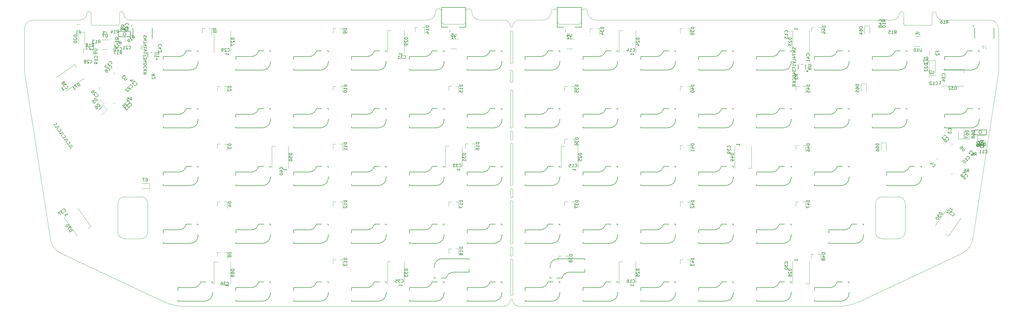
<source format=gbr>
G04 #@! TF.GenerationSoftware,KiCad,Pcbnew,(5.1.5-0-10_14)*
G04 #@! TF.CreationDate,2020-08-05T00:20:44-07:00*
G04 #@! TF.ProjectId,basis_combined_PROTON,62617369-735f-4636-9f6d-62696e65645f,rev?*
G04 #@! TF.SameCoordinates,Original*
G04 #@! TF.FileFunction,Legend,Bot*
G04 #@! TF.FilePolarity,Positive*
%FSLAX46Y46*%
G04 Gerber Fmt 4.6, Leading zero omitted, Abs format (unit mm)*
G04 Created by KiCad (PCBNEW (5.1.5-0-10_14)) date 2020-08-05 00:20:44*
%MOMM*%
%LPD*%
G04 APERTURE LIST*
%ADD10C,0.150000*%
%ADD11C,0.100000*%
%ADD12C,0.120000*%
%ADD13C,0.127000*%
%ADD14C,0.200000*%
%ADD15C,0.152400*%
%ADD16C,0.015000*%
G04 APERTURE END LIST*
D10*
X-107986414Y-155107100D02*
X-108571523Y-155516798D01*
X-108661232Y-155637745D01*
X-108684620Y-155770385D01*
X-108641687Y-155914720D01*
X-108587061Y-155992735D01*
X-109351830Y-154900532D02*
X-109078698Y-155290604D01*
X-108259546Y-154717028D01*
X-109792765Y-154104768D02*
X-109804459Y-154171089D01*
X-109761527Y-154315423D01*
X-109706901Y-154393438D01*
X-109585954Y-154483146D01*
X-109453313Y-154506535D01*
X-109347986Y-154490916D01*
X-109164644Y-154420670D01*
X-109047622Y-154338731D01*
X-108918906Y-154190471D01*
X-108868205Y-154096837D01*
X-108844817Y-153964196D01*
X-108887749Y-153819861D01*
X-108942375Y-153741847D01*
X-109063322Y-153652138D01*
X-109129642Y-153640444D01*
X-109461325Y-153000709D02*
X-110046434Y-153410407D01*
X-110136142Y-153531354D01*
X-110159531Y-153663994D01*
X-110116598Y-153808329D01*
X-110061972Y-153886344D01*
X-110826741Y-152794141D02*
X-110553609Y-153184213D01*
X-109734457Y-152610637D01*
X-111267676Y-151998377D02*
X-111279370Y-152064698D01*
X-111236438Y-152209032D01*
X-111181812Y-152287047D01*
X-111060865Y-152376756D01*
X-110928224Y-152400144D01*
X-110822896Y-152384525D01*
X-110639554Y-152314279D01*
X-110522533Y-152232340D01*
X-110393817Y-152084080D01*
X-110343116Y-151990446D01*
X-110319727Y-151857805D01*
X-110362660Y-151713471D01*
X-110417286Y-151635456D01*
X-110538233Y-151545747D01*
X-110604553Y-151534053D01*
X-110936236Y-150894318D02*
X-111521345Y-151304016D01*
X-111611053Y-151424963D01*
X-111634441Y-151557603D01*
X-111591509Y-151701938D01*
X-111536883Y-151779953D01*
X-112301651Y-150687750D02*
X-112028520Y-151077823D01*
X-111209368Y-150504246D01*
X-112742587Y-149891986D02*
X-112754281Y-149958307D01*
X-112711349Y-150102642D01*
X-112656722Y-150180656D01*
X-112535776Y-150270365D01*
X-112403135Y-150293753D01*
X-112297807Y-150278134D01*
X-112114465Y-150207888D01*
X-111997443Y-150125949D01*
X-111868728Y-149977689D01*
X-111818026Y-149884055D01*
X-111794638Y-149751414D01*
X-111837570Y-149607080D01*
X-111892197Y-149529065D01*
X-112013143Y-149439357D01*
X-112079464Y-149427662D01*
X-112411147Y-148787928D02*
X-112996255Y-149197625D01*
X-113085964Y-149318572D01*
X-113109352Y-149451212D01*
X-113066420Y-149595547D01*
X-113011794Y-149673562D01*
X-113776562Y-148581359D02*
X-113503431Y-148971432D01*
X-112684279Y-148397855D01*
X-114217498Y-147785595D02*
X-114229192Y-147851916D01*
X-114186260Y-147996251D01*
X-114131633Y-148074265D01*
X-114010687Y-148163974D01*
X-113878046Y-148187362D01*
X-113772718Y-148171743D01*
X-113589376Y-148101497D01*
X-113472354Y-148019558D01*
X-113343638Y-147871298D01*
X-113292937Y-147777664D01*
X-113269549Y-147645023D01*
X-113312481Y-147500689D01*
X-113367108Y-147422674D01*
X-113488054Y-147332966D01*
X-113554375Y-147321271D01*
D11*
X-123824375Y-116507500D02*
G75*
G02X-120824375Y-113507500I3000000J0D01*
G01*
X193855625Y-113507500D02*
G75*
G02X196855625Y-116507500I0J-3000000D01*
G01*
X144055625Y-207957499D02*
G75*
G03X150814190Y-206469023I28566J15958475D01*
G01*
X-71044375Y-207957499D02*
G75*
G02X-77802940Y-206469023I-28566J15958475D01*
G01*
X-123824375Y-130787500D02*
G75*
G03X-123788921Y-131207500I2505453J-1D01*
G01*
X196845625Y-130807500D02*
G75*
G02X196810171Y-131227500I-2505453J-1D01*
G01*
X184953082Y-190431995D02*
G75*
G03X188415624Y-185387499I-2817457J5644495D01*
G01*
X-111934375Y-190427500D02*
G75*
G02X-115396917Y-185383004I2817457J5644495D01*
G01*
X-89079308Y-113534373D02*
G75*
G02X-91119308Y-111494373I0J2040000D01*
G01*
X-103332251Y-111461252D02*
G75*
G02X-105372251Y-113501252I-2040000J0D01*
G01*
X-92559375Y-111484375D02*
G75*
G02X-91119308Y-111494373I720068J1D01*
G01*
X-103332251Y-111461252D02*
G75*
G02X-101909375Y-111484375I711626J1D01*
G01*
X178415624Y-113537498D02*
G75*
G02X176375624Y-111497498I0J2040000D01*
G01*
X164144306Y-111474377D02*
G75*
G02X162104306Y-113514377I-2040000J0D01*
G01*
X174935564Y-111484380D02*
G75*
G02X176375624Y-111497498I720061J-3119D01*
G01*
X164144306Y-111474377D02*
G75*
G02X165584375Y-111484375I720069J1D01*
G01*
X64215625Y-113537500D02*
G75*
G02X61515625Y-110837500I0J2700000D01*
G01*
X49623602Y-110727275D02*
G75*
G02X46823602Y-113527275I-2800000J0D01*
G01*
X59516865Y-110787718D02*
G75*
G02X61515625Y-110837500I998760J-49782D01*
G01*
X49623602Y-110727275D02*
G75*
G02X51612500Y-110787500I992023J-110225D01*
G01*
X26115625Y-113537500D02*
G75*
G02X23415625Y-110837500I0J2700000D01*
G01*
X11515625Y-110837500D02*
G75*
G02X8815625Y-113537500I-2700000J0D01*
G01*
X11517497Y-110837500D02*
G75*
G02X13512500Y-110787500I998128J0D01*
G01*
X21416865Y-110787718D02*
G75*
G02X23415625Y-110837500I998760J-49782D01*
G01*
X36915625Y-115537500D02*
G75*
G02X38915625Y-113537500I2000000J0D01*
G01*
X34115625Y-113537500D02*
G75*
G02X36115625Y-115537500I0J-2000000D01*
G01*
X38915625Y-207937500D02*
G75*
G02X36915625Y-205937500I0J2000000D01*
G01*
X36115625Y-205937500D02*
G75*
G02X34115625Y-207937500I-2000000J0D01*
G01*
X36115625Y-205937500D02*
G75*
G02X36915625Y-205937500I400000J0D01*
G01*
X36915625Y-115537500D02*
G75*
G02X36115625Y-115537500I-400000J0D01*
G01*
X150814190Y-206469023D02*
X184953082Y-190431995D01*
X8815625Y-113537500D02*
X-89079308Y-113534373D01*
X-105372251Y-113501252D02*
X-118268750Y-113506250D01*
X36900000Y-204000000D02*
G75*
G02X36100000Y-204000000I-400000J0D01*
G01*
X36100000Y-192750000D02*
G75*
G02X36900000Y-192750000I400000J0D01*
G01*
X36900000Y-191000000D02*
G75*
G02X36100000Y-191000000I-400000J0D01*
G01*
X36100000Y-188750000D02*
G75*
G02X36900000Y-188750000I400000J0D01*
G01*
X36900000Y-187000000D02*
G75*
G02X36100000Y-187000000I-400000J0D01*
G01*
X36100000Y-173500000D02*
G75*
G02X36900000Y-173500000I400000J0D01*
G01*
X36900000Y-171750000D02*
G75*
G02X36100000Y-171750000I-400000J0D01*
G01*
X36100000Y-169500000D02*
G75*
G02X36900000Y-169500000I400000J0D01*
G01*
X36900000Y-167750000D02*
G75*
G02X36100000Y-167750000I-400000J0D01*
G01*
X36100000Y-154500000D02*
G75*
G02X36900000Y-154500000I400000J0D01*
G01*
X36900000Y-152750000D02*
G75*
G02X36100000Y-152750000I-400000J0D01*
G01*
X36100000Y-150500000D02*
G75*
G02X36900000Y-150500000I400000J0D01*
G01*
X36900000Y-148750000D02*
G75*
G02X36100000Y-148750000I-400000J0D01*
G01*
X36100000Y-137000000D02*
G75*
G02X36900000Y-137000000I400000J0D01*
G01*
X36900000Y-133750000D02*
G75*
G02X36100000Y-133750000I-400000J0D01*
G01*
X36100000Y-130500000D02*
G75*
G02X36900000Y-130500000I400000J0D01*
G01*
X36900000Y-127500000D02*
G75*
G02X36100000Y-127500000I-400000J0D01*
G01*
X36100000Y-117500000D02*
G75*
G02X36900000Y-117500000I400000J0D01*
G01*
X36100000Y-133750000D02*
X36100000Y-130500000D01*
X36900000Y-130500000D02*
X36900000Y-133750000D01*
X36100000Y-152750000D02*
X36100000Y-150500000D01*
X36900000Y-150500000D02*
X36900000Y-152750000D01*
X36100000Y-171750000D02*
X36100000Y-169500000D01*
X36900000Y-169500000D02*
X36900000Y-171750000D01*
X36100000Y-191000000D02*
X36100000Y-188750000D01*
X36900000Y-188750000D02*
X36900000Y-191000000D01*
X36900000Y-192750000D02*
X36900000Y-204000000D01*
X36100000Y-204000000D02*
X36100000Y-192750000D01*
X36100000Y-187000000D02*
X36100000Y-173500000D01*
X36900000Y-173500000D02*
X36900000Y-187000000D01*
X36900000Y-167750000D02*
X36900000Y-154500000D01*
X36100000Y-154500000D02*
X36100000Y-167750000D01*
X36100000Y-148750000D02*
X36100000Y-137000000D01*
X36900000Y-137000000D02*
X36900000Y-148750000D01*
X36900000Y-127500000D02*
X36900000Y-117500000D01*
X36100000Y-117500000D02*
X36100000Y-127500000D01*
X26115625Y-113537500D02*
X33337500Y-113537500D01*
X64215625Y-113537500D02*
X162104306Y-113514377D01*
X46823602Y-113527275D02*
X39687500Y-113537500D01*
X178415624Y-113537498D02*
X193855625Y-113507500D01*
X39687500Y-113537500D02*
X38915625Y-113537500D01*
X196855625Y-116507500D02*
X196845625Y-130807500D01*
X196810171Y-131227500D02*
X188415624Y-185387499D01*
X38915625Y-207937500D02*
X144055625Y-207957500D01*
X-77802940Y-206469023D02*
X-111934375Y-190427500D01*
X34115625Y-207937500D02*
X-71044375Y-207957500D01*
X-123788921Y-131207500D02*
X-115396917Y-185383004D01*
X-123824375Y-116507500D02*
X-123824375Y-130787500D01*
X33337500Y-113537500D02*
X34115625Y-113537500D01*
X-118268750Y-113506250D02*
X-120824375Y-113507500D01*
D12*
X-42434375Y-155087500D02*
X-41284375Y-155087500D01*
X-42434375Y-162387500D02*
X-42434375Y-155087500D01*
X-36934375Y-162387500D02*
X-36934375Y-155087500D01*
X115465625Y-162387500D02*
X114315625Y-162387500D01*
X115465625Y-155087500D02*
X115465625Y-162387500D01*
X109965625Y-155087500D02*
X109965625Y-162387500D01*
X171215625Y-122147500D02*
X168765625Y-122147500D01*
X169415625Y-118927500D02*
X171215625Y-118927500D01*
X-98184375Y-120027500D02*
X-95734375Y-120027500D01*
X-96384375Y-123247500D02*
X-98184375Y-123247500D01*
X166115625Y-174037500D02*
X166115625Y-183437500D01*
X158515625Y-171837500D02*
X163915625Y-171837500D01*
X156315625Y-183437500D02*
X156315625Y-174037500D01*
X163915625Y-185637500D02*
X158515625Y-185637500D01*
X166115625Y-183437500D02*
G75*
G02X163915625Y-185637500I-2200000J0D01*
G01*
X163915625Y-171837500D02*
G75*
G02X166115625Y-174037500I0J-2200000D01*
G01*
X156315625Y-174037500D02*
G75*
G02X158515625Y-171837500I2200000J0D01*
G01*
X158515625Y-185637500D02*
G75*
G02X156315625Y-183437500I0J2200000D01*
G01*
X-83284375Y-174037500D02*
X-83284375Y-183437500D01*
X-90884375Y-171837500D02*
X-85484375Y-171837500D01*
X-93084375Y-183437500D02*
X-93084375Y-174037500D01*
X-85484375Y-185637500D02*
X-90884375Y-185637500D01*
X-83284375Y-183437500D02*
G75*
G02X-85484375Y-185637500I-2200000J0D01*
G01*
X-85484375Y-171837500D02*
G75*
G02X-83284375Y-174037500I0J-2200000D01*
G01*
X-93084375Y-174037500D02*
G75*
G02X-90884375Y-171837500I2200000J0D01*
G01*
X-90884375Y-185637500D02*
G75*
G02X-93084375Y-183437500I0J2200000D01*
G01*
X186345060Y-159021573D02*
X186680936Y-159357449D01*
X176470314Y-159357449D02*
X176806190Y-159021573D01*
X176806190Y-159693325D02*
X176470314Y-159357449D01*
X181575625Y-164462760D02*
X181911501Y-164126884D01*
X181239749Y-164126884D02*
X181575625Y-164462760D01*
X181575625Y-154252138D02*
X181239749Y-154588014D01*
X181911501Y-154588014D02*
X181575625Y-154252138D01*
X-89504940Y-135671624D02*
X-89169064Y-136007500D01*
X-99379686Y-136007500D02*
X-99043810Y-135671624D01*
X-99043810Y-136343376D02*
X-99379686Y-136007500D01*
X-94274375Y-141112811D02*
X-93938499Y-140776935D01*
X-94610251Y-140776935D02*
X-94274375Y-141112811D01*
X-94274375Y-130902189D02*
X-94610251Y-131238065D01*
X-93938499Y-131238065D02*
X-94274375Y-130902189D01*
D10*
X-66675000Y-184626250D02*
X-66675000Y-184245250D01*
X-66675000Y-181197250D02*
X-66675000Y-180816250D01*
X-66675000Y-180816250D02*
X-67056000Y-180816250D01*
X-68834000Y-180816250D02*
X-70485000Y-180816250D01*
X-73025000Y-182721250D02*
X-78105000Y-182721250D01*
X-78105000Y-182721250D02*
X-78105000Y-183737250D01*
X-78105000Y-186785250D02*
X-78105000Y-187166250D01*
X-78105000Y-187166250D02*
X-69215000Y-187166250D01*
X-70560838Y-180797290D02*
G75*
G02X-73025000Y-182721250I-2464162J616040D01*
G01*
X-66675000Y-184626250D02*
G75*
G02X-69215000Y-187166250I-2540000J0D01*
G01*
X49212500Y-194786250D02*
X49212500Y-195167250D01*
X49212500Y-198215250D02*
X49212500Y-198596250D01*
X49212500Y-198596250D02*
X49593500Y-198596250D01*
X51371500Y-198596250D02*
X53022500Y-198596250D01*
X55562500Y-196691250D02*
X60642500Y-196691250D01*
X60642500Y-196691250D02*
X60642500Y-195675250D01*
X60642500Y-192627250D02*
X60642500Y-192246250D01*
X60642500Y-192246250D02*
X51752500Y-192246250D01*
X53098338Y-198615210D02*
G75*
G02X55562500Y-196691250I2464162J-616040D01*
G01*
X49212500Y-194786250D02*
G75*
G02X51752500Y-192246250I2540000J0D01*
G01*
X-4762500Y-127476250D02*
X-4762500Y-127095250D01*
X-4762500Y-124047250D02*
X-4762500Y-123666250D01*
X-4762500Y-123666250D02*
X-5143500Y-123666250D01*
X-6921500Y-123666250D02*
X-8572500Y-123666250D01*
X-11112500Y-125571250D02*
X-16192500Y-125571250D01*
X-16192500Y-125571250D02*
X-16192500Y-126587250D01*
X-16192500Y-129635250D02*
X-16192500Y-130016250D01*
X-16192500Y-130016250D02*
X-7302500Y-130016250D01*
X-8648338Y-123647290D02*
G75*
G02X-11112500Y-125571250I-2464162J616040D01*
G01*
X-4762500Y-127476250D02*
G75*
G02X-7302500Y-130016250I-2540000J0D01*
G01*
X171450000Y-165576250D02*
X171450000Y-165195250D01*
X171450000Y-162147250D02*
X171450000Y-161766250D01*
X171450000Y-161766250D02*
X171069000Y-161766250D01*
X169291000Y-161766250D02*
X167640000Y-161766250D01*
X165100000Y-163671250D02*
X160020000Y-163671250D01*
X160020000Y-163671250D02*
X160020000Y-164687250D01*
X160020000Y-167735250D02*
X160020000Y-168116250D01*
X160020000Y-168116250D02*
X168910000Y-168116250D01*
X167564162Y-161747290D02*
G75*
G02X165100000Y-163671250I-2464162J616040D01*
G01*
X171450000Y-165576250D02*
G75*
G02X168910000Y-168116250I-2540000J0D01*
G01*
X190500000Y-146526250D02*
X190500000Y-146145250D01*
X190500000Y-143097250D02*
X190500000Y-142716250D01*
X190500000Y-142716250D02*
X190119000Y-142716250D01*
X188341000Y-142716250D02*
X186690000Y-142716250D01*
X184150000Y-144621250D02*
X179070000Y-144621250D01*
X179070000Y-144621250D02*
X179070000Y-145637250D01*
X179070000Y-148685250D02*
X179070000Y-149066250D01*
X179070000Y-149066250D02*
X187960000Y-149066250D01*
X186614162Y-142697290D02*
G75*
G02X184150000Y-144621250I-2464162J616040D01*
G01*
X190500000Y-146526250D02*
G75*
G02X187960000Y-149066250I-2540000J0D01*
G01*
X190500000Y-127476250D02*
X190500000Y-127095250D01*
X190500000Y-124047250D02*
X190500000Y-123666250D01*
X190500000Y-123666250D02*
X190119000Y-123666250D01*
X188341000Y-123666250D02*
X186690000Y-123666250D01*
X184150000Y-125571250D02*
X179070000Y-125571250D01*
X179070000Y-125571250D02*
X179070000Y-126587250D01*
X179070000Y-129635250D02*
X179070000Y-130016250D01*
X179070000Y-130016250D02*
X187960000Y-130016250D01*
X186614162Y-123647290D02*
G75*
G02X184150000Y-125571250I-2464162J616040D01*
G01*
X190500000Y-127476250D02*
G75*
G02X187960000Y-130016250I-2540000J0D01*
G01*
X152400000Y-184626250D02*
X152400000Y-184245250D01*
X152400000Y-181197250D02*
X152400000Y-180816250D01*
X152400000Y-180816250D02*
X152019000Y-180816250D01*
X150241000Y-180816250D02*
X148590000Y-180816250D01*
X146050000Y-182721250D02*
X140970000Y-182721250D01*
X140970000Y-182721250D02*
X140970000Y-183737250D01*
X140970000Y-186785250D02*
X140970000Y-187166250D01*
X140970000Y-187166250D02*
X149860000Y-187166250D01*
X148514162Y-180797290D02*
G75*
G02X146050000Y-182721250I-2464162J616040D01*
G01*
X152400000Y-184626250D02*
G75*
G02X149860000Y-187166250I-2540000J0D01*
G01*
X128587500Y-127476250D02*
X128587500Y-127095250D01*
X128587500Y-124047250D02*
X128587500Y-123666250D01*
X128587500Y-123666250D02*
X128206500Y-123666250D01*
X126428500Y-123666250D02*
X124777500Y-123666250D01*
X122237500Y-125571250D02*
X117157500Y-125571250D01*
X117157500Y-125571250D02*
X117157500Y-126587250D01*
X117157500Y-129635250D02*
X117157500Y-130016250D01*
X117157500Y-130016250D02*
X126047500Y-130016250D01*
X124701662Y-123647290D02*
G75*
G02X122237500Y-125571250I-2464162J616040D01*
G01*
X128587500Y-127476250D02*
G75*
G02X126047500Y-130016250I-2540000J0D01*
G01*
X109537500Y-184626250D02*
X109537500Y-184245250D01*
X109537500Y-181197250D02*
X109537500Y-180816250D01*
X109537500Y-180816250D02*
X109156500Y-180816250D01*
X107378500Y-180816250D02*
X105727500Y-180816250D01*
X103187500Y-182721250D02*
X98107500Y-182721250D01*
X98107500Y-182721250D02*
X98107500Y-183737250D01*
X98107500Y-186785250D02*
X98107500Y-187166250D01*
X98107500Y-187166250D02*
X106997500Y-187166250D01*
X105651662Y-180797290D02*
G75*
G02X103187500Y-182721250I-2464162J616040D01*
G01*
X109537500Y-184626250D02*
G75*
G02X106997500Y-187166250I-2540000J0D01*
G01*
X90487500Y-184626250D02*
X90487500Y-184245250D01*
X90487500Y-181197250D02*
X90487500Y-180816250D01*
X90487500Y-180816250D02*
X90106500Y-180816250D01*
X88328500Y-180816250D02*
X86677500Y-180816250D01*
X84137500Y-182721250D02*
X79057500Y-182721250D01*
X79057500Y-182721250D02*
X79057500Y-183737250D01*
X79057500Y-186785250D02*
X79057500Y-187166250D01*
X79057500Y-187166250D02*
X87947500Y-187166250D01*
X86601662Y-180797290D02*
G75*
G02X84137500Y-182721250I-2464162J616040D01*
G01*
X90487500Y-184626250D02*
G75*
G02X87947500Y-187166250I-2540000J0D01*
G01*
X52387500Y-127476250D02*
X52387500Y-127095250D01*
X52387500Y-124047250D02*
X52387500Y-123666250D01*
X52387500Y-123666250D02*
X52006500Y-123666250D01*
X50228500Y-123666250D02*
X48577500Y-123666250D01*
X46037500Y-125571250D02*
X40957500Y-125571250D01*
X40957500Y-125571250D02*
X40957500Y-126587250D01*
X40957500Y-129635250D02*
X40957500Y-130016250D01*
X40957500Y-130016250D02*
X49847500Y-130016250D01*
X48501662Y-123647290D02*
G75*
G02X46037500Y-125571250I-2464162J616040D01*
G01*
X52387500Y-127476250D02*
G75*
G02X49847500Y-130016250I-2540000J0D01*
G01*
X71437500Y-127476250D02*
X71437500Y-127095250D01*
X71437500Y-124047250D02*
X71437500Y-123666250D01*
X71437500Y-123666250D02*
X71056500Y-123666250D01*
X69278500Y-123666250D02*
X67627500Y-123666250D01*
X65087500Y-125571250D02*
X60007500Y-125571250D01*
X60007500Y-125571250D02*
X60007500Y-126587250D01*
X60007500Y-129635250D02*
X60007500Y-130016250D01*
X60007500Y-130016250D02*
X68897500Y-130016250D01*
X67551662Y-123647290D02*
G75*
G02X65087500Y-125571250I-2464162J616040D01*
G01*
X71437500Y-127476250D02*
G75*
G02X68897500Y-130016250I-2540000J0D01*
G01*
X90487500Y-127476250D02*
X90487500Y-127095250D01*
X90487500Y-124047250D02*
X90487500Y-123666250D01*
X90487500Y-123666250D02*
X90106500Y-123666250D01*
X88328500Y-123666250D02*
X86677500Y-123666250D01*
X84137500Y-125571250D02*
X79057500Y-125571250D01*
X79057500Y-125571250D02*
X79057500Y-126587250D01*
X79057500Y-129635250D02*
X79057500Y-130016250D01*
X79057500Y-130016250D02*
X87947500Y-130016250D01*
X86601662Y-123647290D02*
G75*
G02X84137500Y-125571250I-2464162J616040D01*
G01*
X90487500Y-127476250D02*
G75*
G02X87947500Y-130016250I-2540000J0D01*
G01*
X109537500Y-127476250D02*
X109537500Y-127095250D01*
X109537500Y-124047250D02*
X109537500Y-123666250D01*
X109537500Y-123666250D02*
X109156500Y-123666250D01*
X107378500Y-123666250D02*
X105727500Y-123666250D01*
X103187500Y-125571250D02*
X98107500Y-125571250D01*
X98107500Y-125571250D02*
X98107500Y-126587250D01*
X98107500Y-129635250D02*
X98107500Y-130016250D01*
X98107500Y-130016250D02*
X106997500Y-130016250D01*
X105651662Y-123647290D02*
G75*
G02X103187500Y-125571250I-2464162J616040D01*
G01*
X109537500Y-127476250D02*
G75*
G02X106997500Y-130016250I-2540000J0D01*
G01*
X147637500Y-165576250D02*
X147637500Y-165195250D01*
X147637500Y-162147250D02*
X147637500Y-161766250D01*
X147637500Y-161766250D02*
X147256500Y-161766250D01*
X145478500Y-161766250D02*
X143827500Y-161766250D01*
X141287500Y-163671250D02*
X136207500Y-163671250D01*
X136207500Y-163671250D02*
X136207500Y-164687250D01*
X136207500Y-167735250D02*
X136207500Y-168116250D01*
X136207500Y-168116250D02*
X145097500Y-168116250D01*
X143751662Y-161747290D02*
G75*
G02X141287500Y-163671250I-2464162J616040D01*
G01*
X147637500Y-165576250D02*
G75*
G02X145097500Y-168116250I-2540000J0D01*
G01*
X128587500Y-184626250D02*
X128587500Y-184245250D01*
X128587500Y-181197250D02*
X128587500Y-180816250D01*
X128587500Y-180816250D02*
X128206500Y-180816250D01*
X126428500Y-180816250D02*
X124777500Y-180816250D01*
X122237500Y-182721250D02*
X117157500Y-182721250D01*
X117157500Y-182721250D02*
X117157500Y-183737250D01*
X117157500Y-186785250D02*
X117157500Y-187166250D01*
X117157500Y-187166250D02*
X126047500Y-187166250D01*
X124701662Y-180797290D02*
G75*
G02X122237500Y-182721250I-2464162J616040D01*
G01*
X128587500Y-184626250D02*
G75*
G02X126047500Y-187166250I-2540000J0D01*
G01*
X128587500Y-165576250D02*
X128587500Y-165195250D01*
X128587500Y-162147250D02*
X128587500Y-161766250D01*
X128587500Y-161766250D02*
X128206500Y-161766250D01*
X126428500Y-161766250D02*
X124777500Y-161766250D01*
X122237500Y-163671250D02*
X117157500Y-163671250D01*
X117157500Y-163671250D02*
X117157500Y-164687250D01*
X117157500Y-167735250D02*
X117157500Y-168116250D01*
X117157500Y-168116250D02*
X126047500Y-168116250D01*
X124701662Y-161747290D02*
G75*
G02X122237500Y-163671250I-2464162J616040D01*
G01*
X128587500Y-165576250D02*
G75*
G02X126047500Y-168116250I-2540000J0D01*
G01*
X166687500Y-146526250D02*
X166687500Y-146145250D01*
X166687500Y-143097250D02*
X166687500Y-142716250D01*
X166687500Y-142716250D02*
X166306500Y-142716250D01*
X164528500Y-142716250D02*
X162877500Y-142716250D01*
X160337500Y-144621250D02*
X155257500Y-144621250D01*
X155257500Y-144621250D02*
X155257500Y-145637250D01*
X155257500Y-148685250D02*
X155257500Y-149066250D01*
X155257500Y-149066250D02*
X164147500Y-149066250D01*
X162801662Y-142697290D02*
G75*
G02X160337500Y-144621250I-2464162J616040D01*
G01*
X166687500Y-146526250D02*
G75*
G02X164147500Y-149066250I-2540000J0D01*
G01*
X147637500Y-127476250D02*
X147637500Y-127095250D01*
X147637500Y-124047250D02*
X147637500Y-123666250D01*
X147637500Y-123666250D02*
X147256500Y-123666250D01*
X145478500Y-123666250D02*
X143827500Y-123666250D01*
X141287500Y-125571250D02*
X136207500Y-125571250D01*
X136207500Y-125571250D02*
X136207500Y-126587250D01*
X136207500Y-129635250D02*
X136207500Y-130016250D01*
X136207500Y-130016250D02*
X145097500Y-130016250D01*
X143751662Y-123647290D02*
G75*
G02X141287500Y-125571250I-2464162J616040D01*
G01*
X147637500Y-127476250D02*
G75*
G02X145097500Y-130016250I-2540000J0D01*
G01*
X166687500Y-127476250D02*
X166687500Y-127095250D01*
X166687500Y-124047250D02*
X166687500Y-123666250D01*
X166687500Y-123666250D02*
X166306500Y-123666250D01*
X164528500Y-123666250D02*
X162877500Y-123666250D01*
X160337500Y-125571250D02*
X155257500Y-125571250D01*
X155257500Y-125571250D02*
X155257500Y-126587250D01*
X155257500Y-129635250D02*
X155257500Y-130016250D01*
X155257500Y-130016250D02*
X164147500Y-130016250D01*
X162801662Y-123647290D02*
G75*
G02X160337500Y-125571250I-2464162J616040D01*
G01*
X166687500Y-127476250D02*
G75*
G02X164147500Y-130016250I-2540000J0D01*
G01*
X109537500Y-203676250D02*
X109537500Y-203295250D01*
X109537500Y-200247250D02*
X109537500Y-199866250D01*
X109537500Y-199866250D02*
X109156500Y-199866250D01*
X107378500Y-199866250D02*
X105727500Y-199866250D01*
X103187500Y-201771250D02*
X98107500Y-201771250D01*
X98107500Y-201771250D02*
X98107500Y-202787250D01*
X98107500Y-205835250D02*
X98107500Y-206216250D01*
X98107500Y-206216250D02*
X106997500Y-206216250D01*
X105651662Y-199847290D02*
G75*
G02X103187500Y-201771250I-2464162J616040D01*
G01*
X109537500Y-203676250D02*
G75*
G02X106997500Y-206216250I-2540000J0D01*
G01*
X52387500Y-165576250D02*
X52387500Y-165195250D01*
X52387500Y-162147250D02*
X52387500Y-161766250D01*
X52387500Y-161766250D02*
X52006500Y-161766250D01*
X50228500Y-161766250D02*
X48577500Y-161766250D01*
X46037500Y-163671250D02*
X40957500Y-163671250D01*
X40957500Y-163671250D02*
X40957500Y-164687250D01*
X40957500Y-167735250D02*
X40957500Y-168116250D01*
X40957500Y-168116250D02*
X49847500Y-168116250D01*
X48501662Y-161747290D02*
G75*
G02X46037500Y-163671250I-2464162J616040D01*
G01*
X52387500Y-165576250D02*
G75*
G02X49847500Y-168116250I-2540000J0D01*
G01*
X90487500Y-146526250D02*
X90487500Y-146145250D01*
X90487500Y-143097250D02*
X90487500Y-142716250D01*
X90487500Y-142716250D02*
X90106500Y-142716250D01*
X88328500Y-142716250D02*
X86677500Y-142716250D01*
X84137500Y-144621250D02*
X79057500Y-144621250D01*
X79057500Y-144621250D02*
X79057500Y-145637250D01*
X79057500Y-148685250D02*
X79057500Y-149066250D01*
X79057500Y-149066250D02*
X87947500Y-149066250D01*
X86601662Y-142697290D02*
G75*
G02X84137500Y-144621250I-2464162J616040D01*
G01*
X90487500Y-146526250D02*
G75*
G02X87947500Y-149066250I-2540000J0D01*
G01*
X71437500Y-165576250D02*
X71437500Y-165195250D01*
X71437500Y-162147250D02*
X71437500Y-161766250D01*
X71437500Y-161766250D02*
X71056500Y-161766250D01*
X69278500Y-161766250D02*
X67627500Y-161766250D01*
X65087500Y-163671250D02*
X60007500Y-163671250D01*
X60007500Y-163671250D02*
X60007500Y-164687250D01*
X60007500Y-167735250D02*
X60007500Y-168116250D01*
X60007500Y-168116250D02*
X68897500Y-168116250D01*
X67551662Y-161747290D02*
G75*
G02X65087500Y-163671250I-2464162J616040D01*
G01*
X71437500Y-165576250D02*
G75*
G02X68897500Y-168116250I-2540000J0D01*
G01*
X90487500Y-165576250D02*
X90487500Y-165195250D01*
X90487500Y-162147250D02*
X90487500Y-161766250D01*
X90487500Y-161766250D02*
X90106500Y-161766250D01*
X88328500Y-161766250D02*
X86677500Y-161766250D01*
X84137500Y-163671250D02*
X79057500Y-163671250D01*
X79057500Y-163671250D02*
X79057500Y-164687250D01*
X79057500Y-167735250D02*
X79057500Y-168116250D01*
X79057500Y-168116250D02*
X87947500Y-168116250D01*
X86601662Y-161747290D02*
G75*
G02X84137500Y-163671250I-2464162J616040D01*
G01*
X90487500Y-165576250D02*
G75*
G02X87947500Y-168116250I-2540000J0D01*
G01*
X109537500Y-165576250D02*
X109537500Y-165195250D01*
X109537500Y-162147250D02*
X109537500Y-161766250D01*
X109537500Y-161766250D02*
X109156500Y-161766250D01*
X107378500Y-161766250D02*
X105727500Y-161766250D01*
X103187500Y-163671250D02*
X98107500Y-163671250D01*
X98107500Y-163671250D02*
X98107500Y-164687250D01*
X98107500Y-167735250D02*
X98107500Y-168116250D01*
X98107500Y-168116250D02*
X106997500Y-168116250D01*
X105651662Y-161747290D02*
G75*
G02X103187500Y-163671250I-2464162J616040D01*
G01*
X109537500Y-165576250D02*
G75*
G02X106997500Y-168116250I-2540000J0D01*
G01*
X90487500Y-203676250D02*
X90487500Y-203295250D01*
X90487500Y-200247250D02*
X90487500Y-199866250D01*
X90487500Y-199866250D02*
X90106500Y-199866250D01*
X88328500Y-199866250D02*
X86677500Y-199866250D01*
X84137500Y-201771250D02*
X79057500Y-201771250D01*
X79057500Y-201771250D02*
X79057500Y-202787250D01*
X79057500Y-205835250D02*
X79057500Y-206216250D01*
X79057500Y-206216250D02*
X87947500Y-206216250D01*
X86601662Y-199847290D02*
G75*
G02X84137500Y-201771250I-2464162J616040D01*
G01*
X90487500Y-203676250D02*
G75*
G02X87947500Y-206216250I-2540000J0D01*
G01*
X71437500Y-184626250D02*
X71437500Y-184245250D01*
X71437500Y-181197250D02*
X71437500Y-180816250D01*
X71437500Y-180816250D02*
X71056500Y-180816250D01*
X69278500Y-180816250D02*
X67627500Y-180816250D01*
X65087500Y-182721250D02*
X60007500Y-182721250D01*
X60007500Y-182721250D02*
X60007500Y-183737250D01*
X60007500Y-186785250D02*
X60007500Y-187166250D01*
X60007500Y-187166250D02*
X68897500Y-187166250D01*
X67551662Y-180797290D02*
G75*
G02X65087500Y-182721250I-2464162J616040D01*
G01*
X71437500Y-184626250D02*
G75*
G02X68897500Y-187166250I-2540000J0D01*
G01*
X52387500Y-184626250D02*
X52387500Y-184245250D01*
X52387500Y-181197250D02*
X52387500Y-180816250D01*
X52387500Y-180816250D02*
X52006500Y-180816250D01*
X50228500Y-180816250D02*
X48577500Y-180816250D01*
X46037500Y-182721250D02*
X40957500Y-182721250D01*
X40957500Y-182721250D02*
X40957500Y-183737250D01*
X40957500Y-186785250D02*
X40957500Y-187166250D01*
X40957500Y-187166250D02*
X49847500Y-187166250D01*
X48501662Y-180797290D02*
G75*
G02X46037500Y-182721250I-2464162J616040D01*
G01*
X52387500Y-184626250D02*
G75*
G02X49847500Y-187166250I-2540000J0D01*
G01*
X109537500Y-146526250D02*
X109537500Y-146145250D01*
X109537500Y-143097250D02*
X109537500Y-142716250D01*
X109537500Y-142716250D02*
X109156500Y-142716250D01*
X107378500Y-142716250D02*
X105727500Y-142716250D01*
X103187500Y-144621250D02*
X98107500Y-144621250D01*
X98107500Y-144621250D02*
X98107500Y-145637250D01*
X98107500Y-148685250D02*
X98107500Y-149066250D01*
X98107500Y-149066250D02*
X106997500Y-149066250D01*
X105651662Y-142697290D02*
G75*
G02X103187500Y-144621250I-2464162J616040D01*
G01*
X109537500Y-146526250D02*
G75*
G02X106997500Y-149066250I-2540000J0D01*
G01*
X128587500Y-146526250D02*
X128587500Y-146145250D01*
X128587500Y-143097250D02*
X128587500Y-142716250D01*
X128587500Y-142716250D02*
X128206500Y-142716250D01*
X126428500Y-142716250D02*
X124777500Y-142716250D01*
X122237500Y-144621250D02*
X117157500Y-144621250D01*
X117157500Y-144621250D02*
X117157500Y-145637250D01*
X117157500Y-148685250D02*
X117157500Y-149066250D01*
X117157500Y-149066250D02*
X126047500Y-149066250D01*
X124701662Y-142697290D02*
G75*
G02X122237500Y-144621250I-2464162J616040D01*
G01*
X128587500Y-146526250D02*
G75*
G02X126047500Y-149066250I-2540000J0D01*
G01*
X147637500Y-203676250D02*
X147637500Y-203295250D01*
X147637500Y-200247250D02*
X147637500Y-199866250D01*
X147637500Y-199866250D02*
X147256500Y-199866250D01*
X145478500Y-199866250D02*
X143827500Y-199866250D01*
X141287500Y-201771250D02*
X136207500Y-201771250D01*
X136207500Y-201771250D02*
X136207500Y-202787250D01*
X136207500Y-205835250D02*
X136207500Y-206216250D01*
X136207500Y-206216250D02*
X145097500Y-206216250D01*
X143751662Y-199847290D02*
G75*
G02X141287500Y-201771250I-2464162J616040D01*
G01*
X147637500Y-203676250D02*
G75*
G02X145097500Y-206216250I-2540000J0D01*
G01*
X52387500Y-203676250D02*
X52387500Y-203295250D01*
X52387500Y-200247250D02*
X52387500Y-199866250D01*
X52387500Y-199866250D02*
X52006500Y-199866250D01*
X50228500Y-199866250D02*
X48577500Y-199866250D01*
X46037500Y-201771250D02*
X40957500Y-201771250D01*
X40957500Y-201771250D02*
X40957500Y-202787250D01*
X40957500Y-205835250D02*
X40957500Y-206216250D01*
X40957500Y-206216250D02*
X49847500Y-206216250D01*
X48501662Y-199847290D02*
G75*
G02X46037500Y-201771250I-2464162J616040D01*
G01*
X52387500Y-203676250D02*
G75*
G02X49847500Y-206216250I-2540000J0D01*
G01*
X71437500Y-203676250D02*
X71437500Y-203295250D01*
X71437500Y-200247250D02*
X71437500Y-199866250D01*
X71437500Y-199866250D02*
X71056500Y-199866250D01*
X69278500Y-199866250D02*
X67627500Y-199866250D01*
X65087500Y-201771250D02*
X60007500Y-201771250D01*
X60007500Y-201771250D02*
X60007500Y-202787250D01*
X60007500Y-205835250D02*
X60007500Y-206216250D01*
X60007500Y-206216250D02*
X68897500Y-206216250D01*
X67551662Y-199847290D02*
G75*
G02X65087500Y-201771250I-2464162J616040D01*
G01*
X71437500Y-203676250D02*
G75*
G02X68897500Y-206216250I-2540000J0D01*
G01*
X71437500Y-146526250D02*
X71437500Y-146145250D01*
X71437500Y-143097250D02*
X71437500Y-142716250D01*
X71437500Y-142716250D02*
X71056500Y-142716250D01*
X69278500Y-142716250D02*
X67627500Y-142716250D01*
X65087500Y-144621250D02*
X60007500Y-144621250D01*
X60007500Y-144621250D02*
X60007500Y-145637250D01*
X60007500Y-148685250D02*
X60007500Y-149066250D01*
X60007500Y-149066250D02*
X68897500Y-149066250D01*
X67551662Y-142697290D02*
G75*
G02X65087500Y-144621250I-2464162J616040D01*
G01*
X71437500Y-146526250D02*
G75*
G02X68897500Y-149066250I-2540000J0D01*
G01*
X128587500Y-203676250D02*
X128587500Y-203295250D01*
X128587500Y-200247250D02*
X128587500Y-199866250D01*
X128587500Y-199866250D02*
X128206500Y-199866250D01*
X126428500Y-199866250D02*
X124777500Y-199866250D01*
X122237500Y-201771250D02*
X117157500Y-201771250D01*
X117157500Y-201771250D02*
X117157500Y-202787250D01*
X117157500Y-205835250D02*
X117157500Y-206216250D01*
X117157500Y-206216250D02*
X126047500Y-206216250D01*
X124701662Y-199847290D02*
G75*
G02X122237500Y-201771250I-2464162J616040D01*
G01*
X128587500Y-203676250D02*
G75*
G02X126047500Y-206216250I-2540000J0D01*
G01*
X52387500Y-146526250D02*
X52387500Y-146145250D01*
X52387500Y-143097250D02*
X52387500Y-142716250D01*
X52387500Y-142716250D02*
X52006500Y-142716250D01*
X50228500Y-142716250D02*
X48577500Y-142716250D01*
X46037500Y-144621250D02*
X40957500Y-144621250D01*
X40957500Y-144621250D02*
X40957500Y-145637250D01*
X40957500Y-148685250D02*
X40957500Y-149066250D01*
X40957500Y-149066250D02*
X49847500Y-149066250D01*
X48501662Y-142697290D02*
G75*
G02X46037500Y-144621250I-2464162J616040D01*
G01*
X52387500Y-146526250D02*
G75*
G02X49847500Y-149066250I-2540000J0D01*
G01*
X33337500Y-184626250D02*
X33337500Y-184245250D01*
X33337500Y-181197250D02*
X33337500Y-180816250D01*
X33337500Y-180816250D02*
X32956500Y-180816250D01*
X31178500Y-180816250D02*
X29527500Y-180816250D01*
X26987500Y-182721250D02*
X21907500Y-182721250D01*
X21907500Y-182721250D02*
X21907500Y-183737250D01*
X21907500Y-186785250D02*
X21907500Y-187166250D01*
X21907500Y-187166250D02*
X30797500Y-187166250D01*
X29451662Y-180797290D02*
G75*
G02X26987500Y-182721250I-2464162J616040D01*
G01*
X33337500Y-184626250D02*
G75*
G02X30797500Y-187166250I-2540000J0D01*
G01*
X33337500Y-127476250D02*
X33337500Y-127095250D01*
X33337500Y-124047250D02*
X33337500Y-123666250D01*
X33337500Y-123666250D02*
X32956500Y-123666250D01*
X31178500Y-123666250D02*
X29527500Y-123666250D01*
X26987500Y-125571250D02*
X21907500Y-125571250D01*
X21907500Y-125571250D02*
X21907500Y-126587250D01*
X21907500Y-129635250D02*
X21907500Y-130016250D01*
X21907500Y-130016250D02*
X30797500Y-130016250D01*
X29451662Y-123647290D02*
G75*
G02X26987500Y-125571250I-2464162J616040D01*
G01*
X33337500Y-127476250D02*
G75*
G02X30797500Y-130016250I-2540000J0D01*
G01*
X-66675000Y-146526250D02*
X-66675000Y-146145250D01*
X-66675000Y-143097250D02*
X-66675000Y-142716250D01*
X-66675000Y-142716250D02*
X-67056000Y-142716250D01*
X-68834000Y-142716250D02*
X-70485000Y-142716250D01*
X-73025000Y-144621250D02*
X-78105000Y-144621250D01*
X-78105000Y-144621250D02*
X-78105000Y-145637250D01*
X-78105000Y-148685250D02*
X-78105000Y-149066250D01*
X-78105000Y-149066250D02*
X-69215000Y-149066250D01*
X-70560838Y-142697290D02*
G75*
G02X-73025000Y-144621250I-2464162J616040D01*
G01*
X-66675000Y-146526250D02*
G75*
G02X-69215000Y-149066250I-2540000J0D01*
G01*
X-66675000Y-127476250D02*
X-66675000Y-127095250D01*
X-66675000Y-124047250D02*
X-66675000Y-123666250D01*
X-66675000Y-123666250D02*
X-67056000Y-123666250D01*
X-68834000Y-123666250D02*
X-70485000Y-123666250D01*
X-73025000Y-125571250D02*
X-78105000Y-125571250D01*
X-78105000Y-125571250D02*
X-78105000Y-126587250D01*
X-78105000Y-129635250D02*
X-78105000Y-130016250D01*
X-78105000Y-130016250D02*
X-69215000Y-130016250D01*
X-70560838Y-123647290D02*
G75*
G02X-73025000Y-125571250I-2464162J616040D01*
G01*
X-66675000Y-127476250D02*
G75*
G02X-69215000Y-130016250I-2540000J0D01*
G01*
X-42862500Y-184626250D02*
X-42862500Y-184245250D01*
X-42862500Y-181197250D02*
X-42862500Y-180816250D01*
X-42862500Y-180816250D02*
X-43243500Y-180816250D01*
X-45021500Y-180816250D02*
X-46672500Y-180816250D01*
X-49212500Y-182721250D02*
X-54292500Y-182721250D01*
X-54292500Y-182721250D02*
X-54292500Y-183737250D01*
X-54292500Y-186785250D02*
X-54292500Y-187166250D01*
X-54292500Y-187166250D02*
X-45402500Y-187166250D01*
X-46748338Y-180797290D02*
G75*
G02X-49212500Y-182721250I-2464162J616040D01*
G01*
X-42862500Y-184626250D02*
G75*
G02X-45402500Y-187166250I-2540000J0D01*
G01*
X-23812500Y-184626250D02*
X-23812500Y-184245250D01*
X-23812500Y-181197250D02*
X-23812500Y-180816250D01*
X-23812500Y-180816250D02*
X-24193500Y-180816250D01*
X-25971500Y-180816250D02*
X-27622500Y-180816250D01*
X-30162500Y-182721250D02*
X-35242500Y-182721250D01*
X-35242500Y-182721250D02*
X-35242500Y-183737250D01*
X-35242500Y-186785250D02*
X-35242500Y-187166250D01*
X-35242500Y-187166250D02*
X-26352500Y-187166250D01*
X-27698338Y-180797290D02*
G75*
G02X-30162500Y-182721250I-2464162J616040D01*
G01*
X-23812500Y-184626250D02*
G75*
G02X-26352500Y-187166250I-2540000J0D01*
G01*
X-23812500Y-146526250D02*
X-23812500Y-146145250D01*
X-23812500Y-143097250D02*
X-23812500Y-142716250D01*
X-23812500Y-142716250D02*
X-24193500Y-142716250D01*
X-25971500Y-142716250D02*
X-27622500Y-142716250D01*
X-30162500Y-144621250D02*
X-35242500Y-144621250D01*
X-35242500Y-144621250D02*
X-35242500Y-145637250D01*
X-35242500Y-148685250D02*
X-35242500Y-149066250D01*
X-35242500Y-149066250D02*
X-26352500Y-149066250D01*
X-27698338Y-142697290D02*
G75*
G02X-30162500Y-144621250I-2464162J616040D01*
G01*
X-23812500Y-146526250D02*
G75*
G02X-26352500Y-149066250I-2540000J0D01*
G01*
X14287500Y-184626250D02*
X14287500Y-184245250D01*
X14287500Y-181197250D02*
X14287500Y-180816250D01*
X14287500Y-180816250D02*
X13906500Y-180816250D01*
X12128500Y-180816250D02*
X10477500Y-180816250D01*
X7937500Y-182721250D02*
X2857500Y-182721250D01*
X2857500Y-182721250D02*
X2857500Y-183737250D01*
X2857500Y-186785250D02*
X2857500Y-187166250D01*
X2857500Y-187166250D02*
X11747500Y-187166250D01*
X10401662Y-180797290D02*
G75*
G02X7937500Y-182721250I-2464162J616040D01*
G01*
X14287500Y-184626250D02*
G75*
G02X11747500Y-187166250I-2540000J0D01*
G01*
X33337500Y-146526250D02*
X33337500Y-146145250D01*
X33337500Y-143097250D02*
X33337500Y-142716250D01*
X33337500Y-142716250D02*
X32956500Y-142716250D01*
X31178500Y-142716250D02*
X29527500Y-142716250D01*
X26987500Y-144621250D02*
X21907500Y-144621250D01*
X21907500Y-144621250D02*
X21907500Y-145637250D01*
X21907500Y-148685250D02*
X21907500Y-149066250D01*
X21907500Y-149066250D02*
X30797500Y-149066250D01*
X29451662Y-142697290D02*
G75*
G02X26987500Y-144621250I-2464162J616040D01*
G01*
X33337500Y-146526250D02*
G75*
G02X30797500Y-149066250I-2540000J0D01*
G01*
X11112500Y-194786250D02*
X11112500Y-195167250D01*
X11112500Y-198215250D02*
X11112500Y-198596250D01*
X11112500Y-198596250D02*
X11493500Y-198596250D01*
X13271500Y-198596250D02*
X14922500Y-198596250D01*
X17462500Y-196691250D02*
X22542500Y-196691250D01*
X22542500Y-196691250D02*
X22542500Y-195675250D01*
X22542500Y-192627250D02*
X22542500Y-192246250D01*
X22542500Y-192246250D02*
X13652500Y-192246250D01*
X14998338Y-198615210D02*
G75*
G02X17462500Y-196691250I2464162J-616040D01*
G01*
X11112500Y-194786250D02*
G75*
G02X13652500Y-192246250I2540000J0D01*
G01*
X33337500Y-203676250D02*
X33337500Y-203295250D01*
X33337500Y-200247250D02*
X33337500Y-199866250D01*
X33337500Y-199866250D02*
X32956500Y-199866250D01*
X31178500Y-199866250D02*
X29527500Y-199866250D01*
X26987500Y-201771250D02*
X21907500Y-201771250D01*
X21907500Y-201771250D02*
X21907500Y-202787250D01*
X21907500Y-205835250D02*
X21907500Y-206216250D01*
X21907500Y-206216250D02*
X30797500Y-206216250D01*
X29451662Y-199847290D02*
G75*
G02X26987500Y-201771250I-2464162J616040D01*
G01*
X33337500Y-203676250D02*
G75*
G02X30797500Y-206216250I-2540000J0D01*
G01*
X14287500Y-203676250D02*
X14287500Y-203295250D01*
X14287500Y-200247250D02*
X14287500Y-199866250D01*
X14287500Y-199866250D02*
X13906500Y-199866250D01*
X12128500Y-199866250D02*
X10477500Y-199866250D01*
X7937500Y-201771250D02*
X2857500Y-201771250D01*
X2857500Y-201771250D02*
X2857500Y-202787250D01*
X2857500Y-205835250D02*
X2857500Y-206216250D01*
X2857500Y-206216250D02*
X11747500Y-206216250D01*
X10401662Y-199847290D02*
G75*
G02X7937500Y-201771250I-2464162J616040D01*
G01*
X14287500Y-203676250D02*
G75*
G02X11747500Y-206216250I-2540000J0D01*
G01*
X-23812500Y-165576250D02*
X-23812500Y-165195250D01*
X-23812500Y-162147250D02*
X-23812500Y-161766250D01*
X-23812500Y-161766250D02*
X-24193500Y-161766250D01*
X-25971500Y-161766250D02*
X-27622500Y-161766250D01*
X-30162500Y-163671250D02*
X-35242500Y-163671250D01*
X-35242500Y-163671250D02*
X-35242500Y-164687250D01*
X-35242500Y-167735250D02*
X-35242500Y-168116250D01*
X-35242500Y-168116250D02*
X-26352500Y-168116250D01*
X-27698338Y-161747290D02*
G75*
G02X-30162500Y-163671250I-2464162J616040D01*
G01*
X-23812500Y-165576250D02*
G75*
G02X-26352500Y-168116250I-2540000J0D01*
G01*
X14287500Y-146526250D02*
X14287500Y-146145250D01*
X14287500Y-143097250D02*
X14287500Y-142716250D01*
X14287500Y-142716250D02*
X13906500Y-142716250D01*
X12128500Y-142716250D02*
X10477500Y-142716250D01*
X7937500Y-144621250D02*
X2857500Y-144621250D01*
X2857500Y-144621250D02*
X2857500Y-145637250D01*
X2857500Y-148685250D02*
X2857500Y-149066250D01*
X2857500Y-149066250D02*
X11747500Y-149066250D01*
X10401662Y-142697290D02*
G75*
G02X7937500Y-144621250I-2464162J616040D01*
G01*
X14287500Y-146526250D02*
G75*
G02X11747500Y-149066250I-2540000J0D01*
G01*
X-42862500Y-146526250D02*
X-42862500Y-146145250D01*
X-42862500Y-143097250D02*
X-42862500Y-142716250D01*
X-42862500Y-142716250D02*
X-43243500Y-142716250D01*
X-45021500Y-142716250D02*
X-46672500Y-142716250D01*
X-49212500Y-144621250D02*
X-54292500Y-144621250D01*
X-54292500Y-144621250D02*
X-54292500Y-145637250D01*
X-54292500Y-148685250D02*
X-54292500Y-149066250D01*
X-54292500Y-149066250D02*
X-45402500Y-149066250D01*
X-46748338Y-142697290D02*
G75*
G02X-49212500Y-144621250I-2464162J616040D01*
G01*
X-42862500Y-146526250D02*
G75*
G02X-45402500Y-149066250I-2540000J0D01*
G01*
X33337500Y-165576250D02*
X33337500Y-165195250D01*
X33337500Y-162147250D02*
X33337500Y-161766250D01*
X33337500Y-161766250D02*
X32956500Y-161766250D01*
X31178500Y-161766250D02*
X29527500Y-161766250D01*
X26987500Y-163671250D02*
X21907500Y-163671250D01*
X21907500Y-163671250D02*
X21907500Y-164687250D01*
X21907500Y-167735250D02*
X21907500Y-168116250D01*
X21907500Y-168116250D02*
X30797500Y-168116250D01*
X29451662Y-161747290D02*
G75*
G02X26987500Y-163671250I-2464162J616040D01*
G01*
X33337500Y-165576250D02*
G75*
G02X30797500Y-168116250I-2540000J0D01*
G01*
X-61912500Y-203676250D02*
X-61912500Y-203295250D01*
X-61912500Y-200247250D02*
X-61912500Y-199866250D01*
X-61912500Y-199866250D02*
X-62293500Y-199866250D01*
X-64071500Y-199866250D02*
X-65722500Y-199866250D01*
X-68262500Y-201771250D02*
X-73342500Y-201771250D01*
X-73342500Y-201771250D02*
X-73342500Y-202787250D01*
X-73342500Y-205835250D02*
X-73342500Y-206216250D01*
X-73342500Y-206216250D02*
X-64452500Y-206216250D01*
X-65798338Y-199847290D02*
G75*
G02X-68262500Y-201771250I-2464162J616040D01*
G01*
X-61912500Y-203676250D02*
G75*
G02X-64452500Y-206216250I-2540000J0D01*
G01*
X14287500Y-165576250D02*
X14287500Y-165195250D01*
X14287500Y-162147250D02*
X14287500Y-161766250D01*
X14287500Y-161766250D02*
X13906500Y-161766250D01*
X12128500Y-161766250D02*
X10477500Y-161766250D01*
X7937500Y-163671250D02*
X2857500Y-163671250D01*
X2857500Y-163671250D02*
X2857500Y-164687250D01*
X2857500Y-167735250D02*
X2857500Y-168116250D01*
X2857500Y-168116250D02*
X11747500Y-168116250D01*
X10401662Y-161747290D02*
G75*
G02X7937500Y-163671250I-2464162J616040D01*
G01*
X14287500Y-165576250D02*
G75*
G02X11747500Y-168116250I-2540000J0D01*
G01*
X-4762500Y-146526250D02*
X-4762500Y-146145250D01*
X-4762500Y-143097250D02*
X-4762500Y-142716250D01*
X-4762500Y-142716250D02*
X-5143500Y-142716250D01*
X-6921500Y-142716250D02*
X-8572500Y-142716250D01*
X-11112500Y-144621250D02*
X-16192500Y-144621250D01*
X-16192500Y-144621250D02*
X-16192500Y-145637250D01*
X-16192500Y-148685250D02*
X-16192500Y-149066250D01*
X-16192500Y-149066250D02*
X-7302500Y-149066250D01*
X-8648338Y-142697290D02*
G75*
G02X-11112500Y-144621250I-2464162J616040D01*
G01*
X-4762500Y-146526250D02*
G75*
G02X-7302500Y-149066250I-2540000J0D01*
G01*
X-4762500Y-165576250D02*
X-4762500Y-165195250D01*
X-4762500Y-162147250D02*
X-4762500Y-161766250D01*
X-4762500Y-161766250D02*
X-5143500Y-161766250D01*
X-6921500Y-161766250D02*
X-8572500Y-161766250D01*
X-11112500Y-163671250D02*
X-16192500Y-163671250D01*
X-16192500Y-163671250D02*
X-16192500Y-164687250D01*
X-16192500Y-167735250D02*
X-16192500Y-168116250D01*
X-16192500Y-168116250D02*
X-7302500Y-168116250D01*
X-8648338Y-161747290D02*
G75*
G02X-11112500Y-163671250I-2464162J616040D01*
G01*
X-4762500Y-165576250D02*
G75*
G02X-7302500Y-168116250I-2540000J0D01*
G01*
X-42862500Y-203676250D02*
X-42862500Y-203295250D01*
X-42862500Y-200247250D02*
X-42862500Y-199866250D01*
X-42862500Y-199866250D02*
X-43243500Y-199866250D01*
X-45021500Y-199866250D02*
X-46672500Y-199866250D01*
X-49212500Y-201771250D02*
X-54292500Y-201771250D01*
X-54292500Y-201771250D02*
X-54292500Y-202787250D01*
X-54292500Y-205835250D02*
X-54292500Y-206216250D01*
X-54292500Y-206216250D02*
X-45402500Y-206216250D01*
X-46748338Y-199847290D02*
G75*
G02X-49212500Y-201771250I-2464162J616040D01*
G01*
X-42862500Y-203676250D02*
G75*
G02X-45402500Y-206216250I-2540000J0D01*
G01*
X-4762500Y-203676250D02*
X-4762500Y-203295250D01*
X-4762500Y-200247250D02*
X-4762500Y-199866250D01*
X-4762500Y-199866250D02*
X-5143500Y-199866250D01*
X-6921500Y-199866250D02*
X-8572500Y-199866250D01*
X-11112500Y-201771250D02*
X-16192500Y-201771250D01*
X-16192500Y-201771250D02*
X-16192500Y-202787250D01*
X-16192500Y-205835250D02*
X-16192500Y-206216250D01*
X-16192500Y-206216250D02*
X-7302500Y-206216250D01*
X-8648338Y-199847290D02*
G75*
G02X-11112500Y-201771250I-2464162J616040D01*
G01*
X-4762500Y-203676250D02*
G75*
G02X-7302500Y-206216250I-2540000J0D01*
G01*
X-4762500Y-184626250D02*
X-4762500Y-184245250D01*
X-4762500Y-181197250D02*
X-4762500Y-180816250D01*
X-4762500Y-180816250D02*
X-5143500Y-180816250D01*
X-6921500Y-180816250D02*
X-8572500Y-180816250D01*
X-11112500Y-182721250D02*
X-16192500Y-182721250D01*
X-16192500Y-182721250D02*
X-16192500Y-183737250D01*
X-16192500Y-186785250D02*
X-16192500Y-187166250D01*
X-16192500Y-187166250D02*
X-7302500Y-187166250D01*
X-8648338Y-180797290D02*
G75*
G02X-11112500Y-182721250I-2464162J616040D01*
G01*
X-4762500Y-184626250D02*
G75*
G02X-7302500Y-187166250I-2540000J0D01*
G01*
X-42862500Y-165576250D02*
X-42862500Y-165195250D01*
X-42862500Y-162147250D02*
X-42862500Y-161766250D01*
X-42862500Y-161766250D02*
X-43243500Y-161766250D01*
X-45021500Y-161766250D02*
X-46672500Y-161766250D01*
X-49212500Y-163671250D02*
X-54292500Y-163671250D01*
X-54292500Y-163671250D02*
X-54292500Y-164687250D01*
X-54292500Y-167735250D02*
X-54292500Y-168116250D01*
X-54292500Y-168116250D02*
X-45402500Y-168116250D01*
X-46748338Y-161747290D02*
G75*
G02X-49212500Y-163671250I-2464162J616040D01*
G01*
X-42862500Y-165576250D02*
G75*
G02X-45402500Y-168116250I-2540000J0D01*
G01*
X14287500Y-127476250D02*
X14287500Y-127095250D01*
X14287500Y-124047250D02*
X14287500Y-123666250D01*
X14287500Y-123666250D02*
X13906500Y-123666250D01*
X12128500Y-123666250D02*
X10477500Y-123666250D01*
X7937500Y-125571250D02*
X2857500Y-125571250D01*
X2857500Y-125571250D02*
X2857500Y-126587250D01*
X2857500Y-129635250D02*
X2857500Y-130016250D01*
X2857500Y-130016250D02*
X11747500Y-130016250D01*
X10401662Y-123647290D02*
G75*
G02X7937500Y-125571250I-2464162J616040D01*
G01*
X14287500Y-127476250D02*
G75*
G02X11747500Y-130016250I-2540000J0D01*
G01*
X-23812500Y-127476250D02*
X-23812500Y-127095250D01*
X-23812500Y-124047250D02*
X-23812500Y-123666250D01*
X-23812500Y-123666250D02*
X-24193500Y-123666250D01*
X-25971500Y-123666250D02*
X-27622500Y-123666250D01*
X-30162500Y-125571250D02*
X-35242500Y-125571250D01*
X-35242500Y-125571250D02*
X-35242500Y-126587250D01*
X-35242500Y-129635250D02*
X-35242500Y-130016250D01*
X-35242500Y-130016250D02*
X-26352500Y-130016250D01*
X-27698338Y-123647290D02*
G75*
G02X-30162500Y-125571250I-2464162J616040D01*
G01*
X-23812500Y-127476250D02*
G75*
G02X-26352500Y-130016250I-2540000J0D01*
G01*
X-23812500Y-203676250D02*
X-23812500Y-203295250D01*
X-23812500Y-200247250D02*
X-23812500Y-199866250D01*
X-23812500Y-199866250D02*
X-24193500Y-199866250D01*
X-25971500Y-199866250D02*
X-27622500Y-199866250D01*
X-30162500Y-201771250D02*
X-35242500Y-201771250D01*
X-35242500Y-201771250D02*
X-35242500Y-202787250D01*
X-35242500Y-205835250D02*
X-35242500Y-206216250D01*
X-35242500Y-206216250D02*
X-26352500Y-206216250D01*
X-27698338Y-199847290D02*
G75*
G02X-30162500Y-201771250I-2464162J616040D01*
G01*
X-23812500Y-203676250D02*
G75*
G02X-26352500Y-206216250I-2540000J0D01*
G01*
X-42862500Y-127476250D02*
X-42862500Y-127095250D01*
X-42862500Y-124047250D02*
X-42862500Y-123666250D01*
X-42862500Y-123666250D02*
X-43243500Y-123666250D01*
X-45021500Y-123666250D02*
X-46672500Y-123666250D01*
X-49212500Y-125571250D02*
X-54292500Y-125571250D01*
X-54292500Y-125571250D02*
X-54292500Y-126587250D01*
X-54292500Y-129635250D02*
X-54292500Y-130016250D01*
X-54292500Y-130016250D02*
X-45402500Y-130016250D01*
X-46748338Y-123647290D02*
G75*
G02X-49212500Y-125571250I-2464162J616040D01*
G01*
X-42862500Y-127476250D02*
G75*
G02X-45402500Y-130016250I-2540000J0D01*
G01*
X-66675000Y-165576250D02*
X-66675000Y-165195250D01*
X-66675000Y-162147250D02*
X-66675000Y-161766250D01*
X-66675000Y-161766250D02*
X-67056000Y-161766250D01*
X-68834000Y-161766250D02*
X-70485000Y-161766250D01*
X-73025000Y-163671250D02*
X-78105000Y-163671250D01*
X-78105000Y-163671250D02*
X-78105000Y-164687250D01*
X-78105000Y-167735250D02*
X-78105000Y-168116250D01*
X-78105000Y-168116250D02*
X-69215000Y-168116250D01*
X-70560838Y-161747290D02*
G75*
G02X-73025000Y-163671250I-2464162J616040D01*
G01*
X-66675000Y-165576250D02*
G75*
G02X-69215000Y-168116250I-2540000J0D01*
G01*
X147637500Y-146526250D02*
X147637500Y-146145250D01*
X147637500Y-143097250D02*
X147637500Y-142716250D01*
X147637500Y-142716250D02*
X147256500Y-142716250D01*
X145478500Y-142716250D02*
X143827500Y-142716250D01*
X141287500Y-144621250D02*
X136207500Y-144621250D01*
X136207500Y-144621250D02*
X136207500Y-145637250D01*
X136207500Y-148685250D02*
X136207500Y-149066250D01*
X136207500Y-149066250D02*
X145097500Y-149066250D01*
X143751662Y-142697290D02*
G75*
G02X141287500Y-144621250I-2464162J616040D01*
G01*
X147637500Y-146526250D02*
G75*
G02X145097500Y-149066250I-2540000J0D01*
G01*
D11*
X-101909375Y-114709375D02*
X-101909375Y-111484375D01*
X-93059375Y-115209375D02*
X-101409375Y-115209375D01*
X-92559375Y-111484375D02*
X-92559375Y-114709375D01*
X-101909375Y-114709375D02*
G75*
G03X-101409375Y-115209375I500000J0D01*
G01*
X-93059375Y-115209375D02*
G75*
G03X-92559375Y-114709375I0J500000D01*
G01*
X165584375Y-114709375D02*
X165584375Y-111484375D01*
X174434375Y-115209375D02*
X166084375Y-115209375D01*
X174934375Y-111484375D02*
X174934375Y-114709375D01*
X165584375Y-114709375D02*
G75*
G03X166084375Y-115209375I500000J0D01*
G01*
X174434375Y-115209375D02*
G75*
G03X174934375Y-114709375I0J500000D01*
G01*
X51612500Y-110787500D02*
X51612500Y-114117500D01*
X52412500Y-114917500D02*
X58712500Y-114917500D01*
X59512500Y-114117500D02*
X59512500Y-110787500D01*
D13*
X51562500Y-109417500D02*
X59562500Y-109417500D01*
X51562500Y-115917500D02*
X53722500Y-115917500D01*
X57402500Y-115917500D02*
X59562500Y-115917500D01*
X51562500Y-115917500D02*
X51562500Y-109417500D01*
X59562500Y-115917500D02*
X59562500Y-109417500D01*
D14*
X54362500Y-117137500D02*
G75*
G03X54362500Y-117137500I-100000J0D01*
G01*
D11*
X58712500Y-114917500D02*
G75*
G03X59512500Y-114117500I0J800000D01*
G01*
X51612500Y-114117500D02*
G75*
G03X52412500Y-114917500I800000J0D01*
G01*
X13512500Y-110787500D02*
X13512500Y-114117500D01*
X14312500Y-114917500D02*
X20612500Y-114917500D01*
X21412500Y-114117500D02*
X21412500Y-110787500D01*
D13*
X13462500Y-109417500D02*
X21462500Y-109417500D01*
X13462500Y-115917500D02*
X15622500Y-115917500D01*
X19302500Y-115917500D02*
X21462500Y-115917500D01*
X13462500Y-115917500D02*
X13462500Y-109417500D01*
X21462500Y-115917500D02*
X21462500Y-109417500D01*
D14*
X16262500Y-117137500D02*
G75*
G03X16262500Y-117137500I-100000J0D01*
G01*
D11*
X20612500Y-114917500D02*
G75*
G03X21412500Y-114117500I0J800000D01*
G01*
X13512500Y-114117500D02*
G75*
G03X14312500Y-114917500I800000J0D01*
G01*
D12*
X189925625Y-153337500D02*
X192475625Y-153337500D01*
X189925625Y-151637500D02*
X192475625Y-151637500D01*
X189925625Y-153337500D02*
X189925625Y-151637500D01*
X135185625Y-190724375D02*
X136115625Y-190724375D01*
X138345625Y-190724375D02*
X137415625Y-190724375D01*
X138345625Y-190724375D02*
X138345625Y-192884375D01*
X135185625Y-190724375D02*
X135185625Y-192184375D01*
X130145625Y-173468125D02*
X131075625Y-173468125D01*
X133305625Y-173468125D02*
X132375625Y-173468125D01*
X133305625Y-173468125D02*
X133305625Y-175628125D01*
X130145625Y-173468125D02*
X130145625Y-174928125D01*
X130182500Y-154815000D02*
X131112500Y-154815000D01*
X133342500Y-154815000D02*
X132412500Y-154815000D01*
X133342500Y-154815000D02*
X133342500Y-156975000D01*
X130182500Y-154815000D02*
X130182500Y-156275000D01*
X130182500Y-135368125D02*
X131112500Y-135368125D01*
X133342500Y-135368125D02*
X132412500Y-135368125D01*
X133342500Y-135368125D02*
X133342500Y-137528125D01*
X130182500Y-135368125D02*
X130182500Y-136828125D01*
X135341875Y-115921250D02*
X136271875Y-115921250D01*
X138501875Y-115921250D02*
X137571875Y-115921250D01*
X138501875Y-115921250D02*
X138501875Y-118081250D01*
X135341875Y-115921250D02*
X135341875Y-117381250D01*
X92082500Y-192518125D02*
X93012500Y-192518125D01*
X95242500Y-192518125D02*
X94312500Y-192518125D01*
X95242500Y-192518125D02*
X95242500Y-194678125D01*
X92082500Y-192518125D02*
X92082500Y-193978125D01*
X92082500Y-173468125D02*
X93012500Y-173468125D01*
X95242500Y-173468125D02*
X94312500Y-173468125D01*
X95242500Y-173468125D02*
X95242500Y-175628125D01*
X92082500Y-173468125D02*
X92082500Y-174928125D01*
X92082500Y-154815000D02*
X93012500Y-154815000D01*
X95242500Y-154815000D02*
X94312500Y-154815000D01*
X95242500Y-154815000D02*
X95242500Y-156975000D01*
X92082500Y-154815000D02*
X92082500Y-156275000D01*
X92082500Y-135368125D02*
X93012500Y-135368125D01*
X95242500Y-135368125D02*
X94312500Y-135368125D01*
X95242500Y-135368125D02*
X95242500Y-137528125D01*
X92082500Y-135368125D02*
X92082500Y-136828125D01*
X92082500Y-116318125D02*
X93012500Y-116318125D01*
X95242500Y-116318125D02*
X94312500Y-116318125D01*
X95242500Y-116318125D02*
X95242500Y-118478125D01*
X92082500Y-116318125D02*
X92082500Y-117778125D01*
X51998125Y-191327500D02*
X52928125Y-191327500D01*
X55158125Y-191327500D02*
X54228125Y-191327500D01*
X55158125Y-191327500D02*
X55158125Y-193487500D01*
X51998125Y-191327500D02*
X51998125Y-192787500D01*
X53982500Y-173468125D02*
X54912500Y-173468125D01*
X57142500Y-173468125D02*
X56212500Y-173468125D01*
X57142500Y-173468125D02*
X57142500Y-175628125D01*
X53982500Y-173468125D02*
X53982500Y-174928125D01*
X53982500Y-152830625D02*
X54912500Y-152830625D01*
X57142500Y-152830625D02*
X56212500Y-152830625D01*
X57142500Y-152830625D02*
X57142500Y-154990625D01*
X53982500Y-152830625D02*
X53982500Y-154290625D01*
X53982500Y-135368125D02*
X54912500Y-135368125D01*
X57142500Y-135368125D02*
X56212500Y-135368125D01*
X57142500Y-135368125D02*
X57142500Y-137528125D01*
X53982500Y-135368125D02*
X53982500Y-136828125D01*
X62316875Y-116318125D02*
X63246875Y-116318125D01*
X65476875Y-116318125D02*
X64546875Y-116318125D01*
X65476875Y-116318125D02*
X65476875Y-118478125D01*
X62316875Y-116318125D02*
X62316875Y-117778125D01*
X18362500Y-123053750D02*
X16562500Y-123053750D01*
X16562500Y-119833750D02*
X19012500Y-119833750D01*
X56462500Y-123053750D02*
X54662500Y-123053750D01*
X54662500Y-119833750D02*
X57112500Y-119833750D01*
X-110156320Y-136902472D02*
X-104176510Y-132715364D01*
X-113310990Y-132397136D02*
X-107331180Y-128210028D01*
X-107331180Y-128210028D02*
X-106671567Y-129152053D01*
X-110708722Y-178768680D02*
X-106521614Y-184748490D01*
X-106203386Y-175614010D02*
X-102016278Y-181593820D01*
X-102016278Y-181593820D02*
X-102958303Y-182253433D01*
X-55987500Y-200577500D02*
X-55987500Y-193277500D01*
X-61487500Y-200577500D02*
X-61487500Y-193277500D01*
X-61487500Y-193277500D02*
X-60337500Y-193277500D01*
X1162500Y-200500000D02*
X1162500Y-193200000D01*
X-4337500Y-200500000D02*
X-4337500Y-193200000D01*
X-4337500Y-193200000D02*
X-3187500Y-193200000D01*
X178118750Y-135306250D02*
X185418750Y-135306250D01*
X178118750Y-129806250D02*
X185418750Y-129806250D01*
X185418750Y-129806250D02*
X185418750Y-130956250D01*
X20212500Y-162400000D02*
X20212500Y-155100000D01*
X14712500Y-162400000D02*
X14712500Y-155100000D01*
X14712500Y-155100000D02*
X15862500Y-155100000D01*
X180022136Y-175614010D02*
X175835028Y-181593820D01*
X184527472Y-178768680D02*
X180340364Y-184748490D01*
X180340364Y-184748490D02*
X179398339Y-184088877D01*
X1162500Y-124217500D02*
X1162500Y-116917500D01*
X-4337500Y-124217500D02*
X-4337500Y-116917500D01*
X-4337500Y-116917500D02*
X-3187500Y-116917500D01*
X129012500Y-193200000D02*
X129012500Y-200500000D01*
X134512500Y-193200000D02*
X134512500Y-200500000D01*
X134512500Y-200500000D02*
X133362500Y-200500000D01*
X-55987500Y-124300000D02*
X-55987500Y-117000000D01*
X-61487500Y-124300000D02*
X-61487500Y-117000000D01*
X-61487500Y-117000000D02*
X-60337500Y-117000000D01*
X77362500Y-200500000D02*
X77362500Y-193200000D01*
X71862500Y-200500000D02*
X71862500Y-193200000D01*
X71862500Y-193200000D02*
X73012500Y-193200000D01*
X58312500Y-162400000D02*
X58312500Y-155100000D01*
X52812500Y-162400000D02*
X52812500Y-155100000D01*
X52812500Y-155100000D02*
X53962500Y-155100000D01*
X77362500Y-124300000D02*
X77362500Y-117000000D01*
X71862500Y-124300000D02*
X71862500Y-117000000D01*
X71862500Y-117000000D02*
X73012500Y-117000000D01*
X129012500Y-117000000D02*
X129012500Y-124300000D01*
X134512500Y-117000000D02*
X134512500Y-124300000D01*
X134512500Y-124300000D02*
X133362500Y-124300000D01*
D13*
X188747044Y-115462500D02*
G75*
G03X188747044Y-115462500I-141419J0D01*
G01*
X195380625Y-116147500D02*
X195380625Y-119577500D01*
X189030625Y-119577500D02*
X189030625Y-116147500D01*
X-88389831Y-115471875D02*
G75*
G03X-88389831Y-115471875I-141419J0D01*
G01*
X-81756250Y-116156875D02*
X-81756250Y-119586875D01*
X-88106250Y-119586875D02*
X-88106250Y-116156875D01*
D15*
X133365875Y-128158875D02*
X133365875Y-129809875D01*
X131974516Y-128158875D02*
X132344234Y-128158875D01*
X130952875Y-129809875D02*
X130952875Y-128158875D01*
X-80807875Y-124190125D02*
X-80807875Y-125841125D01*
X-82199234Y-124190125D02*
X-81829516Y-124190125D01*
X-83220875Y-125841125D02*
X-83220875Y-124190125D01*
D10*
X192845625Y-149727500D02*
X188845625Y-149727500D01*
X188845625Y-149747500D02*
X188845625Y-151367500D01*
X188885625Y-151367500D02*
X192865625Y-151367500D01*
X192865625Y-151367500D02*
X192865625Y-149727500D01*
X191355625Y-150537500D02*
G75*
G03X191355625Y-150537500I-500000J0D01*
G01*
D12*
X174025625Y-134867500D02*
X175485625Y-134867500D01*
X174025625Y-131707500D02*
X176185625Y-131707500D01*
X174025625Y-131707500D02*
X174025625Y-132637500D01*
X174025625Y-134867500D02*
X174025625Y-133937500D01*
X192555625Y-154677500D02*
X192555625Y-154077500D01*
X191155625Y-153677500D02*
X191155625Y-153677500D01*
X191155625Y-154877500D02*
X191155625Y-153677500D01*
X174005625Y-126867500D02*
X174005625Y-130767500D01*
X176005625Y-126867500D02*
X176005625Y-130767500D01*
X174005625Y-126867500D02*
X176005625Y-126867500D01*
X-89364375Y-120367500D02*
X-89364375Y-119767500D01*
X-90764375Y-119367500D02*
X-90764375Y-119367500D01*
X-90764375Y-120567500D02*
X-90764375Y-119367500D01*
X-106024375Y-117527500D02*
X-106024375Y-121427500D01*
X-104024375Y-117527500D02*
X-104024375Y-121427500D01*
X-106024375Y-117527500D02*
X-104024375Y-117527500D01*
X-82584375Y-167387500D02*
X-85134375Y-167387500D01*
X-82584375Y-169087500D02*
X-85134375Y-169087500D01*
X-82584375Y-167387500D02*
X-82584375Y-169087500D01*
X-93373994Y-122599201D02*
X-91570872Y-120796079D01*
X-94576076Y-121397119D02*
X-92772954Y-119593997D01*
X-93373994Y-122599201D02*
X-94576076Y-121397119D01*
D10*
X-92894375Y-119007500D02*
X-88894375Y-119007500D01*
X-88894375Y-118987500D02*
X-88894375Y-117367500D01*
X-88934375Y-117367500D02*
X-92914375Y-117367500D01*
X-92914375Y-117367500D02*
X-92914375Y-119007500D01*
X-90404375Y-118197500D02*
G75*
G03X-90404375Y-118197500I-500000J0D01*
G01*
D12*
X-104444375Y-123117500D02*
X-104444375Y-124577500D01*
X-101284375Y-123117500D02*
X-101284375Y-125277500D01*
X-101284375Y-123117500D02*
X-102214375Y-123117500D01*
X-104444375Y-123117500D02*
X-103514375Y-123117500D01*
X15882500Y-188946250D02*
X16812500Y-188946250D01*
X19042500Y-188946250D02*
X18112500Y-188946250D01*
X19042500Y-188946250D02*
X19042500Y-191106250D01*
X15882500Y-188946250D02*
X15882500Y-190406250D01*
X15882500Y-173468125D02*
X16812500Y-173468125D01*
X19042500Y-173468125D02*
X18112500Y-173468125D01*
X19042500Y-173468125D02*
X19042500Y-175628125D01*
X15882500Y-173468125D02*
X15882500Y-174928125D01*
X21275625Y-154317500D02*
X22205625Y-154317500D01*
X24435625Y-154317500D02*
X23505625Y-154317500D01*
X24435625Y-154317500D02*
X24435625Y-156477500D01*
X21275625Y-154317500D02*
X21275625Y-155777500D01*
X15882500Y-135368125D02*
X16812500Y-135368125D01*
X19042500Y-135368125D02*
X18112500Y-135368125D01*
X19042500Y-135368125D02*
X19042500Y-137528125D01*
X15882500Y-135368125D02*
X15882500Y-136828125D01*
X4770000Y-115921250D02*
X5700000Y-115921250D01*
X7930000Y-115921250D02*
X7000000Y-115921250D01*
X7930000Y-115921250D02*
X7930000Y-118081250D01*
X4770000Y-115921250D02*
X4770000Y-117381250D01*
X-22217500Y-192518125D02*
X-21287500Y-192518125D01*
X-19057500Y-192518125D02*
X-19987500Y-192518125D01*
X-19057500Y-192518125D02*
X-19057500Y-194678125D01*
X-22217500Y-192518125D02*
X-22217500Y-193978125D01*
X-22217500Y-173468125D02*
X-21287500Y-173468125D01*
X-19057500Y-173468125D02*
X-19987500Y-173468125D01*
X-19057500Y-173468125D02*
X-19057500Y-175628125D01*
X-22217500Y-173468125D02*
X-22217500Y-174928125D01*
X-22217500Y-154418125D02*
X-21287500Y-154418125D01*
X-19057500Y-154418125D02*
X-19987500Y-154418125D01*
X-19057500Y-154418125D02*
X-19057500Y-156578125D01*
X-22217500Y-154418125D02*
X-22217500Y-155878125D01*
X-22217500Y-135368125D02*
X-21287500Y-135368125D01*
X-19057500Y-135368125D02*
X-19987500Y-135368125D01*
X-19057500Y-135368125D02*
X-19057500Y-137528125D01*
X-22217500Y-135368125D02*
X-22217500Y-136828125D01*
X-22217500Y-116318125D02*
X-21287500Y-116318125D01*
X-19057500Y-116318125D02*
X-19987500Y-116318125D01*
X-19057500Y-116318125D02*
X-19057500Y-118478125D01*
X-22217500Y-116318125D02*
X-22217500Y-117778125D01*
X-60317500Y-190136875D02*
X-59387500Y-190136875D01*
X-57157500Y-190136875D02*
X-58087500Y-190136875D01*
X-57157500Y-190136875D02*
X-57157500Y-192296875D01*
X-60317500Y-190136875D02*
X-60317500Y-191596875D01*
X-60317500Y-173468125D02*
X-59387500Y-173468125D01*
X-57157500Y-173468125D02*
X-58087500Y-173468125D01*
X-57157500Y-173468125D02*
X-57157500Y-175628125D01*
X-60317500Y-173468125D02*
X-60317500Y-174928125D01*
X-60317500Y-154418125D02*
X-59387500Y-154418125D01*
X-57157500Y-154418125D02*
X-58087500Y-154418125D01*
X-57157500Y-154418125D02*
X-57157500Y-156578125D01*
X-60317500Y-154418125D02*
X-60317500Y-155878125D01*
X-60317500Y-135368125D02*
X-59387500Y-135368125D01*
X-57157500Y-135368125D02*
X-58087500Y-135368125D01*
X-57157500Y-135368125D02*
X-57157500Y-137528125D01*
X-60317500Y-135368125D02*
X-60317500Y-136828125D01*
X-65344375Y-116267500D02*
X-64414375Y-116267500D01*
X-62184375Y-116267500D02*
X-63114375Y-116267500D01*
X-62184375Y-116267500D02*
X-62184375Y-118427500D01*
X-65344375Y-116267500D02*
X-65344375Y-117727500D01*
X187381250Y-152709375D02*
X187381250Y-150159375D01*
X185681250Y-152709375D02*
X185681250Y-150159375D01*
X187381250Y-152709375D02*
X185681250Y-152709375D01*
X185396875Y-152709375D02*
X185396875Y-150159375D01*
X183696875Y-152709375D02*
X183696875Y-150159375D01*
X185396875Y-152709375D02*
X183696875Y-152709375D01*
X158175625Y-154027500D02*
X158175625Y-156577500D01*
X159875625Y-154027500D02*
X159875625Y-156577500D01*
X158175625Y-154027500D02*
X159875625Y-154027500D01*
X151550000Y-134517000D02*
X151550000Y-137067000D01*
X153250000Y-134517000D02*
X153250000Y-137067000D01*
X151550000Y-134517000D02*
X153250000Y-134517000D01*
X152740625Y-115467000D02*
X152740625Y-118017000D01*
X154440625Y-115467000D02*
X154440625Y-118017000D01*
X152740625Y-115467000D02*
X154440625Y-115467000D01*
X-97884756Y-141805799D02*
X-99687878Y-143608921D01*
X-96682674Y-143007881D02*
X-98485796Y-144811003D01*
X-97884756Y-141805799D02*
X-96682674Y-143007881D01*
X-98794756Y-139915799D02*
X-100597878Y-141718921D01*
X-97592674Y-141117881D02*
X-99395796Y-142921003D01*
X-98794756Y-139915799D02*
X-97592674Y-141117881D01*
X174111875Y-125033314D02*
X174111875Y-123829186D01*
X175931875Y-125033314D02*
X175931875Y-123829186D01*
X-106755189Y-114977500D02*
X-105551061Y-114977500D01*
X-106755189Y-116797500D02*
X-105551061Y-116797500D01*
D10*
X-78857232Y-122194642D02*
X-78809613Y-122147023D01*
X-78761994Y-122004166D01*
X-78761994Y-121908928D01*
X-78809613Y-121766071D01*
X-78904851Y-121670833D01*
X-79000089Y-121623214D01*
X-79190565Y-121575595D01*
X-79333422Y-121575595D01*
X-79523898Y-121623214D01*
X-79619136Y-121670833D01*
X-79714375Y-121766071D01*
X-79761994Y-121908928D01*
X-79761994Y-122004166D01*
X-79714375Y-122147023D01*
X-79666755Y-122194642D01*
X-79428660Y-123051785D02*
X-78761994Y-123051785D01*
X-79809613Y-122813690D02*
X-79095327Y-122575595D01*
X-79095327Y-123194642D01*
X-79666755Y-123527976D02*
X-79714375Y-123575595D01*
X-79761994Y-123670833D01*
X-79761994Y-123908928D01*
X-79714375Y-124004166D01*
X-79666755Y-124051785D01*
X-79571517Y-124099404D01*
X-79476279Y-124099404D01*
X-79333422Y-124051785D01*
X-78761994Y-123480357D01*
X-78761994Y-124099404D01*
X134542767Y-125294642D02*
X134590386Y-125247023D01*
X134638005Y-125104166D01*
X134638005Y-125008928D01*
X134590386Y-124866071D01*
X134495148Y-124770833D01*
X134399910Y-124723214D01*
X134209434Y-124675595D01*
X134066577Y-124675595D01*
X133876101Y-124723214D01*
X133780863Y-124770833D01*
X133685625Y-124866071D01*
X133638005Y-125008928D01*
X133638005Y-125104166D01*
X133685625Y-125247023D01*
X133733244Y-125294642D01*
X133971339Y-126151785D02*
X134638005Y-126151785D01*
X133590386Y-125913690D02*
X134304672Y-125675595D01*
X134304672Y-126294642D01*
X134638005Y-127199404D02*
X134638005Y-126627976D01*
X134638005Y-126913690D02*
X133638005Y-126913690D01*
X133780863Y-126818452D01*
X133876101Y-126723214D01*
X133923720Y-126627976D01*
X186482291Y-163659880D02*
X186815625Y-163183690D01*
X187053720Y-163659880D02*
X187053720Y-162659880D01*
X186672767Y-162659880D01*
X186577529Y-162707500D01*
X186529910Y-162755119D01*
X186482291Y-162850357D01*
X186482291Y-162993214D01*
X186529910Y-163088452D01*
X186577529Y-163136071D01*
X186672767Y-163183690D01*
X187053720Y-163183690D01*
X185625148Y-162659880D02*
X185815625Y-162659880D01*
X185910863Y-162707500D01*
X185958482Y-162755119D01*
X186053720Y-162897976D01*
X186101339Y-163088452D01*
X186101339Y-163469404D01*
X186053720Y-163564642D01*
X186006101Y-163612261D01*
X185910863Y-163659880D01*
X185720386Y-163659880D01*
X185625148Y-163612261D01*
X185577529Y-163564642D01*
X185529910Y-163469404D01*
X185529910Y-163231309D01*
X185577529Y-163136071D01*
X185625148Y-163088452D01*
X185720386Y-163040833D01*
X185910863Y-163040833D01*
X186006101Y-163088452D01*
X186053720Y-163136071D01*
X186101339Y-163231309D01*
X-89117708Y-140059880D02*
X-88784375Y-139583690D01*
X-88546279Y-140059880D02*
X-88546279Y-139059880D01*
X-88927232Y-139059880D01*
X-89022470Y-139107500D01*
X-89070089Y-139155119D01*
X-89117708Y-139250357D01*
X-89117708Y-139393214D01*
X-89070089Y-139488452D01*
X-89022470Y-139536071D01*
X-88927232Y-139583690D01*
X-88546279Y-139583690D01*
X-90022470Y-139059880D02*
X-89546279Y-139059880D01*
X-89498660Y-139536071D01*
X-89546279Y-139488452D01*
X-89641517Y-139440833D01*
X-89879613Y-139440833D01*
X-89974851Y-139488452D01*
X-90022470Y-139536071D01*
X-90070089Y-139631309D01*
X-90070089Y-139869404D01*
X-90022470Y-139964642D01*
X-89974851Y-140012261D01*
X-89879613Y-140059880D01*
X-89641517Y-140059880D01*
X-89546279Y-140012261D01*
X-89498660Y-139964642D01*
X-35731994Y-157523214D02*
X-36731994Y-157523214D01*
X-36731994Y-157761309D01*
X-36684375Y-157904166D01*
X-36589136Y-157999404D01*
X-36493898Y-158047023D01*
X-36303422Y-158094642D01*
X-36160565Y-158094642D01*
X-35970089Y-158047023D01*
X-35874851Y-157999404D01*
X-35779613Y-157904166D01*
X-35731994Y-157761309D01*
X-35731994Y-157523214D01*
X-36731994Y-158999404D02*
X-36731994Y-158523214D01*
X-36255803Y-158475595D01*
X-36303422Y-158523214D01*
X-36351041Y-158618452D01*
X-36351041Y-158856547D01*
X-36303422Y-158951785D01*
X-36255803Y-158999404D01*
X-36160565Y-159047023D01*
X-35922470Y-159047023D01*
X-35827232Y-158999404D01*
X-35779613Y-158951785D01*
X-35731994Y-158856547D01*
X-35731994Y-158618452D01*
X-35779613Y-158523214D01*
X-35827232Y-158475595D01*
X-36731994Y-159666071D02*
X-36731994Y-159761309D01*
X-36684375Y-159856547D01*
X-36636755Y-159904166D01*
X-36541517Y-159951785D01*
X-36351041Y-159999404D01*
X-36112946Y-159999404D01*
X-35922470Y-159951785D01*
X-35827232Y-159904166D01*
X-35779613Y-159856547D01*
X-35731994Y-159761309D01*
X-35731994Y-159666071D01*
X-35779613Y-159570833D01*
X-35827232Y-159523214D01*
X-35922470Y-159475595D01*
X-36112946Y-159427976D01*
X-36351041Y-159427976D01*
X-36541517Y-159475595D01*
X-36636755Y-159523214D01*
X-36684375Y-159570833D01*
X-36731994Y-159666071D01*
X-37631994Y-163173214D02*
X-37631994Y-162601785D01*
X-37631994Y-162887500D02*
X-38631994Y-162887500D01*
X-38489136Y-162792261D01*
X-38393898Y-162697023D01*
X-38346279Y-162601785D01*
X109668005Y-157523214D02*
X108668005Y-157523214D01*
X108668005Y-157761309D01*
X108715625Y-157904166D01*
X108810863Y-157999404D01*
X108906101Y-158047023D01*
X109096577Y-158094642D01*
X109239434Y-158094642D01*
X109429910Y-158047023D01*
X109525148Y-157999404D01*
X109620386Y-157904166D01*
X109668005Y-157761309D01*
X109668005Y-157523214D01*
X109001339Y-158951785D02*
X109668005Y-158951785D01*
X108620386Y-158713690D02*
X109334672Y-158475595D01*
X109334672Y-159094642D01*
X109668005Y-159523214D02*
X109668005Y-159713690D01*
X109620386Y-159808928D01*
X109572767Y-159856547D01*
X109429910Y-159951785D01*
X109239434Y-159999404D01*
X108858482Y-159999404D01*
X108763244Y-159951785D01*
X108715625Y-159904166D01*
X108668005Y-159808928D01*
X108668005Y-159618452D01*
X108715625Y-159523214D01*
X108763244Y-159475595D01*
X108858482Y-159427976D01*
X109096577Y-159427976D01*
X109191815Y-159475595D01*
X109239434Y-159523214D01*
X109287053Y-159618452D01*
X109287053Y-159808928D01*
X109239434Y-159904166D01*
X109191815Y-159951785D01*
X109096577Y-159999404D01*
X111568005Y-154873214D02*
X111568005Y-154301785D01*
X111568005Y-154587500D02*
X110568005Y-154587500D01*
X110710863Y-154492261D01*
X110806101Y-154397023D01*
X110853720Y-154301785D01*
X-38897232Y-162694642D02*
X-38849613Y-162647023D01*
X-38801994Y-162504166D01*
X-38801994Y-162408928D01*
X-38849613Y-162266071D01*
X-38944851Y-162170833D01*
X-39040089Y-162123214D01*
X-39230565Y-162075595D01*
X-39373422Y-162075595D01*
X-39563898Y-162123214D01*
X-39659136Y-162170833D01*
X-39754375Y-162266071D01*
X-39801994Y-162408928D01*
X-39801994Y-162504166D01*
X-39754375Y-162647023D01*
X-39706755Y-162694642D01*
X-39468660Y-163551785D02*
X-38801994Y-163551785D01*
X-39849613Y-163313690D02*
X-39135327Y-163075595D01*
X-39135327Y-163694642D01*
X-39801994Y-164266071D02*
X-39801994Y-164361309D01*
X-39754375Y-164456547D01*
X-39706755Y-164504166D01*
X-39611517Y-164551785D01*
X-39421041Y-164599404D01*
X-39182946Y-164599404D01*
X-38992470Y-164551785D01*
X-38897232Y-164504166D01*
X-38849613Y-164456547D01*
X-38801994Y-164361309D01*
X-38801994Y-164266071D01*
X-38849613Y-164170833D01*
X-38897232Y-164123214D01*
X-38992470Y-164075595D01*
X-39182946Y-164027976D01*
X-39421041Y-164027976D01*
X-39611517Y-164075595D01*
X-39706755Y-164123214D01*
X-39754375Y-164170833D01*
X-39801994Y-164266071D01*
X108502767Y-155594642D02*
X108550386Y-155547023D01*
X108598005Y-155404166D01*
X108598005Y-155308928D01*
X108550386Y-155166071D01*
X108455148Y-155070833D01*
X108359910Y-155023214D01*
X108169434Y-154975595D01*
X108026577Y-154975595D01*
X107836101Y-155023214D01*
X107740863Y-155070833D01*
X107645625Y-155166071D01*
X107598005Y-155308928D01*
X107598005Y-155404166D01*
X107645625Y-155547023D01*
X107693244Y-155594642D01*
X107598005Y-155927976D02*
X107598005Y-156547023D01*
X107978958Y-156213690D01*
X107978958Y-156356547D01*
X108026577Y-156451785D01*
X108074196Y-156499404D01*
X108169434Y-156547023D01*
X108407529Y-156547023D01*
X108502767Y-156499404D01*
X108550386Y-156451785D01*
X108598005Y-156356547D01*
X108598005Y-156070833D01*
X108550386Y-155975595D01*
X108502767Y-155927976D01*
X108598005Y-157023214D02*
X108598005Y-157213690D01*
X108550386Y-157308928D01*
X108502767Y-157356547D01*
X108359910Y-157451785D01*
X108169434Y-157499404D01*
X107788482Y-157499404D01*
X107693244Y-157451785D01*
X107645625Y-157404166D01*
X107598005Y-157308928D01*
X107598005Y-157118452D01*
X107645625Y-157023214D01*
X107693244Y-156975595D01*
X107788482Y-156927976D01*
X108026577Y-156927976D01*
X108121815Y-156975595D01*
X108169434Y-157023214D01*
X108217053Y-157118452D01*
X108217053Y-157308928D01*
X108169434Y-157404166D01*
X108121815Y-157451785D01*
X108026577Y-157499404D01*
X190642767Y-154170833D02*
X190690386Y-154123214D01*
X190738005Y-153980357D01*
X190738005Y-153885119D01*
X190690386Y-153742261D01*
X190595148Y-153647023D01*
X190499910Y-153599404D01*
X190309434Y-153551785D01*
X190166577Y-153551785D01*
X189976101Y-153599404D01*
X189880863Y-153647023D01*
X189785625Y-153742261D01*
X189738005Y-153885119D01*
X189738005Y-153980357D01*
X189785625Y-154123214D01*
X189833244Y-154170833D01*
X190166577Y-154742261D02*
X190118958Y-154647023D01*
X190071339Y-154599404D01*
X189976101Y-154551785D01*
X189928482Y-154551785D01*
X189833244Y-154599404D01*
X189785625Y-154647023D01*
X189738005Y-154742261D01*
X189738005Y-154932738D01*
X189785625Y-155027976D01*
X189833244Y-155075595D01*
X189928482Y-155123214D01*
X189976101Y-155123214D01*
X190071339Y-155075595D01*
X190118958Y-155027976D01*
X190166577Y-154932738D01*
X190166577Y-154742261D01*
X190214196Y-154647023D01*
X190261815Y-154599404D01*
X190357053Y-154551785D01*
X190547529Y-154551785D01*
X190642767Y-154599404D01*
X190690386Y-154647023D01*
X190738005Y-154742261D01*
X190738005Y-154932738D01*
X190690386Y-155027976D01*
X190642767Y-155075595D01*
X190547529Y-155123214D01*
X190357053Y-155123214D01*
X190261815Y-155075595D01*
X190214196Y-155027976D01*
X190166577Y-154932738D01*
X-92441517Y-123524642D02*
X-92393898Y-123572261D01*
X-92251041Y-123619880D01*
X-92155803Y-123619880D01*
X-92012946Y-123572261D01*
X-91917708Y-123477023D01*
X-91870089Y-123381785D01*
X-91822470Y-123191309D01*
X-91822470Y-123048452D01*
X-91870089Y-122857976D01*
X-91917708Y-122762738D01*
X-92012946Y-122667500D01*
X-92155803Y-122619880D01*
X-92251041Y-122619880D01*
X-92393898Y-122667500D01*
X-92441517Y-122715119D01*
X-92822470Y-122715119D02*
X-92870089Y-122667500D01*
X-92965327Y-122619880D01*
X-93203422Y-122619880D01*
X-93298660Y-122667500D01*
X-93346279Y-122715119D01*
X-93393898Y-122810357D01*
X-93393898Y-122905595D01*
X-93346279Y-123048452D01*
X-92774851Y-123619880D01*
X-93393898Y-123619880D01*
X-94012946Y-122619880D02*
X-94108184Y-122619880D01*
X-94203422Y-122667500D01*
X-94251041Y-122715119D01*
X-94298660Y-122810357D01*
X-94346279Y-123000833D01*
X-94346279Y-123238928D01*
X-94298660Y-123429404D01*
X-94251041Y-123524642D01*
X-94203422Y-123572261D01*
X-94108184Y-123619880D01*
X-94012946Y-123619880D01*
X-93917708Y-123572261D01*
X-93870089Y-123524642D01*
X-93822470Y-123429404D01*
X-93774851Y-123238928D01*
X-93774851Y-123000833D01*
X-93822470Y-122810357D01*
X-93870089Y-122715119D01*
X-93917708Y-122667500D01*
X-94012946Y-122619880D01*
X171553720Y-122889880D02*
X171553720Y-123699404D01*
X171506101Y-123794642D01*
X171458482Y-123842261D01*
X171363244Y-123889880D01*
X171172767Y-123889880D01*
X171077529Y-123842261D01*
X171029910Y-123794642D01*
X170982291Y-123699404D01*
X170982291Y-122889880D01*
X169982291Y-123889880D02*
X170553720Y-123889880D01*
X170268005Y-123889880D02*
X170268005Y-122889880D01*
X170363244Y-123032738D01*
X170458482Y-123127976D01*
X170553720Y-123175595D01*
X169363244Y-122889880D02*
X169268005Y-122889880D01*
X169172767Y-122937500D01*
X169125148Y-122985119D01*
X169077529Y-123080357D01*
X169029910Y-123270833D01*
X169029910Y-123508928D01*
X169077529Y-123699404D01*
X169125148Y-123794642D01*
X169172767Y-123842261D01*
X169268005Y-123889880D01*
X169363244Y-123889880D01*
X169458482Y-123842261D01*
X169506101Y-123794642D01*
X169553720Y-123699404D01*
X169601339Y-123508928D01*
X169601339Y-123270833D01*
X169553720Y-123080357D01*
X169506101Y-122985119D01*
X169458482Y-122937500D01*
X169363244Y-122889880D01*
X-96522470Y-118189880D02*
X-96522470Y-118999404D01*
X-96570089Y-119094642D01*
X-96617708Y-119142261D01*
X-96712946Y-119189880D01*
X-96903422Y-119189880D01*
X-96998660Y-119142261D01*
X-97046279Y-119094642D01*
X-97093898Y-118999404D01*
X-97093898Y-118189880D01*
X-97474851Y-118189880D02*
X-98141517Y-118189880D01*
X-97712946Y-119189880D01*
X185909853Y-156100716D02*
X185337433Y-156673136D01*
X185236418Y-156706808D01*
X185169074Y-156706808D01*
X185068059Y-156673136D01*
X184933372Y-156538449D01*
X184899700Y-156437434D01*
X184899700Y-156370090D01*
X184933372Y-156269075D01*
X185505792Y-155696655D01*
X184866028Y-155056892D02*
X185000715Y-155191579D01*
X185034387Y-155292594D01*
X185034387Y-155359938D01*
X185000715Y-155528297D01*
X184899700Y-155696655D01*
X184630326Y-155966029D01*
X184529311Y-155999701D01*
X184461967Y-155999701D01*
X184360952Y-155966029D01*
X184226265Y-155831342D01*
X184192593Y-155730327D01*
X184192593Y-155662984D01*
X184226265Y-155561968D01*
X184394624Y-155393610D01*
X184495639Y-155359938D01*
X184562983Y-155359938D01*
X184663998Y-155393610D01*
X184798685Y-155528297D01*
X184832357Y-155629312D01*
X184832357Y-155696655D01*
X184798685Y-155797671D01*
X-89940146Y-132750767D02*
X-90512566Y-133323187D01*
X-90613581Y-133356859D01*
X-90680925Y-133356859D01*
X-90781940Y-133323187D01*
X-90916627Y-133188500D01*
X-90950299Y-133087485D01*
X-90950299Y-133020141D01*
X-90916627Y-132919126D01*
X-90344207Y-132346706D01*
X-90613581Y-132077332D02*
X-91051314Y-131639600D01*
X-91084986Y-132144676D01*
X-91186001Y-132043661D01*
X-91287016Y-132009989D01*
X-91354360Y-132009989D01*
X-91455375Y-132043661D01*
X-91623734Y-132212019D01*
X-91657406Y-132313035D01*
X-91657406Y-132380378D01*
X-91623734Y-132481393D01*
X-91421703Y-132683424D01*
X-91320688Y-132717096D01*
X-91253345Y-132717096D01*
X191978005Y-153794642D02*
X191501815Y-153461309D01*
X191978005Y-153223214D02*
X190978005Y-153223214D01*
X190978005Y-153604166D01*
X191025625Y-153699404D01*
X191073244Y-153747023D01*
X191168482Y-153794642D01*
X191311339Y-153794642D01*
X191406577Y-153747023D01*
X191454196Y-153699404D01*
X191501815Y-153604166D01*
X191501815Y-153223214D01*
X191978005Y-154747023D02*
X191978005Y-154175595D01*
X191978005Y-154461309D02*
X190978005Y-154461309D01*
X191120863Y-154366071D01*
X191216101Y-154270833D01*
X191263720Y-154175595D01*
X191073244Y-155127976D02*
X191025625Y-155175595D01*
X190978005Y-155270833D01*
X190978005Y-155508928D01*
X191025625Y-155604166D01*
X191073244Y-155651785D01*
X191168482Y-155699404D01*
X191263720Y-155699404D01*
X191406577Y-155651785D01*
X191978005Y-155080357D01*
X191978005Y-155699404D01*
X-92332239Y-121555497D02*
X-92433254Y-120983078D01*
X-91928178Y-121151436D02*
X-92635285Y-120444330D01*
X-92904659Y-120713704D01*
X-92938331Y-120814719D01*
X-92938331Y-120882062D01*
X-92904659Y-120983078D01*
X-92803644Y-121084093D01*
X-92702628Y-121117765D01*
X-92635285Y-121117765D01*
X-92534270Y-121084093D01*
X-92264896Y-120814719D01*
X-93005674Y-122228933D02*
X-92601613Y-121824872D01*
X-92803644Y-122026902D02*
X-93510751Y-121319795D01*
X-93342392Y-121353467D01*
X-93207705Y-121353467D01*
X-93106690Y-121319795D01*
X-93679109Y-122902368D02*
X-93275048Y-122498307D01*
X-93477079Y-122700337D02*
X-94184186Y-121993230D01*
X-94015827Y-122026902D01*
X-93881140Y-122026902D01*
X-93780125Y-121993230D01*
X-96901041Y-117311755D02*
X-96901041Y-118026041D01*
X-96853422Y-118168898D01*
X-96758184Y-118264136D01*
X-96615327Y-118311755D01*
X-96520089Y-118311755D01*
X-97281994Y-117311755D02*
X-97901041Y-117311755D01*
X-97567708Y-117692708D01*
X-97710565Y-117692708D01*
X-97805803Y-117740327D01*
X-97853422Y-117787946D01*
X-97901041Y-117883184D01*
X-97901041Y-118121279D01*
X-97853422Y-118216517D01*
X-97805803Y-118264136D01*
X-97710565Y-118311755D01*
X-97424851Y-118311755D01*
X-97329613Y-118264136D01*
X-97281994Y-118216517D01*
X170592708Y-117311755D02*
X170592708Y-118026041D01*
X170640327Y-118168898D01*
X170735565Y-118264136D01*
X170878422Y-118311755D01*
X170973660Y-118311755D01*
X169687946Y-117645089D02*
X169687946Y-118311755D01*
X169926041Y-117264136D02*
X170164136Y-117978422D01*
X169545089Y-117978422D01*
X55895833Y-118639880D02*
X55895833Y-119354166D01*
X55943452Y-119497023D01*
X56038690Y-119592261D01*
X56181547Y-119639880D01*
X56276785Y-119639880D01*
X55467261Y-118735119D02*
X55419642Y-118687500D01*
X55324404Y-118639880D01*
X55086309Y-118639880D01*
X54991071Y-118687500D01*
X54943452Y-118735119D01*
X54895833Y-118830357D01*
X54895833Y-118925595D01*
X54943452Y-119068452D01*
X55514880Y-119639880D01*
X54895833Y-119639880D01*
X17795833Y-118639880D02*
X17795833Y-119354166D01*
X17843452Y-119497023D01*
X17938690Y-119592261D01*
X18081547Y-119639880D01*
X18176785Y-119639880D01*
X16795833Y-119639880D02*
X17367261Y-119639880D01*
X17081547Y-119639880D02*
X17081547Y-118639880D01*
X17176785Y-118782738D01*
X17272023Y-118877976D01*
X17367261Y-118925595D01*
X159619880Y-114054017D02*
X159143690Y-113720684D01*
X159619880Y-113482589D02*
X158619880Y-113482589D01*
X158619880Y-113863541D01*
X158667500Y-113958779D01*
X158715119Y-114006398D01*
X158810357Y-114054017D01*
X158953214Y-114054017D01*
X159048452Y-114006398D01*
X159096071Y-113958779D01*
X159143690Y-113863541D01*
X159143690Y-113482589D01*
X159619880Y-115006398D02*
X159619880Y-114434970D01*
X159619880Y-114720684D02*
X158619880Y-114720684D01*
X158762738Y-114625446D01*
X158857976Y-114530208D01*
X158905595Y-114434970D01*
X158619880Y-115625446D02*
X158619880Y-115720684D01*
X158667500Y-115815922D01*
X158715119Y-115863541D01*
X158810357Y-115911160D01*
X159000833Y-115958779D01*
X159238928Y-115958779D01*
X159429404Y-115911160D01*
X159524642Y-115863541D01*
X159572261Y-115815922D01*
X159619880Y-115720684D01*
X159619880Y-115625446D01*
X159572261Y-115530208D01*
X159524642Y-115482589D01*
X159429404Y-115434970D01*
X159238928Y-115387351D01*
X159000833Y-115387351D01*
X158810357Y-115434970D01*
X158715119Y-115482589D01*
X158667500Y-115530208D01*
X158619880Y-115625446D01*
X-90808244Y-115720833D02*
X-91284434Y-115387500D01*
X-90808244Y-115149404D02*
X-91808244Y-115149404D01*
X-91808244Y-115530357D01*
X-91760625Y-115625595D01*
X-91713005Y-115673214D01*
X-91617767Y-115720833D01*
X-91474910Y-115720833D01*
X-91379672Y-115673214D01*
X-91332053Y-115625595D01*
X-91284434Y-115530357D01*
X-91284434Y-115149404D01*
X-90808244Y-116197023D02*
X-90808244Y-116387500D01*
X-90855863Y-116482738D01*
X-90903482Y-116530357D01*
X-91046339Y-116625595D01*
X-91236815Y-116673214D01*
X-91617767Y-116673214D01*
X-91713005Y-116625595D01*
X-91760625Y-116577976D01*
X-91808244Y-116482738D01*
X-91808244Y-116292261D01*
X-91760625Y-116197023D01*
X-91713005Y-116149404D01*
X-91617767Y-116101785D01*
X-91379672Y-116101785D01*
X-91284434Y-116149404D01*
X-91236815Y-116197023D01*
X-91189196Y-116292261D01*
X-91189196Y-116482738D01*
X-91236815Y-116577976D01*
X-91284434Y-116625595D01*
X-91379672Y-116673214D01*
X158334017Y-114054017D02*
X158381636Y-114006398D01*
X158429255Y-113863541D01*
X158429255Y-113768303D01*
X158381636Y-113625446D01*
X158286398Y-113530208D01*
X158191160Y-113482589D01*
X158000684Y-113434970D01*
X157857827Y-113434970D01*
X157667351Y-113482589D01*
X157572113Y-113530208D01*
X157476875Y-113625446D01*
X157429255Y-113768303D01*
X157429255Y-113863541D01*
X157476875Y-114006398D01*
X157524494Y-114054017D01*
X157762589Y-114911160D02*
X158429255Y-114911160D01*
X157381636Y-114673065D02*
X158095922Y-114434970D01*
X158095922Y-115054017D01*
X157857827Y-115577827D02*
X157810208Y-115482589D01*
X157762589Y-115434970D01*
X157667351Y-115387351D01*
X157619732Y-115387351D01*
X157524494Y-115434970D01*
X157476875Y-115482589D01*
X157429255Y-115577827D01*
X157429255Y-115768303D01*
X157476875Y-115863541D01*
X157524494Y-115911160D01*
X157619732Y-115958779D01*
X157667351Y-115958779D01*
X157762589Y-115911160D01*
X157810208Y-115863541D01*
X157857827Y-115768303D01*
X157857827Y-115577827D01*
X157905446Y-115482589D01*
X157953065Y-115434970D01*
X158048303Y-115387351D01*
X158238779Y-115387351D01*
X158334017Y-115434970D01*
X158381636Y-115482589D01*
X158429255Y-115577827D01*
X158429255Y-115768303D01*
X158381636Y-115863541D01*
X158334017Y-115911160D01*
X158238779Y-115958779D01*
X158048303Y-115958779D01*
X157953065Y-115911160D01*
X157905446Y-115863541D01*
X157857827Y-115768303D01*
X-89712857Y-115244642D02*
X-89665238Y-115197023D01*
X-89617619Y-115054166D01*
X-89617619Y-114958928D01*
X-89665238Y-114816071D01*
X-89760476Y-114720833D01*
X-89855714Y-114673214D01*
X-90046190Y-114625595D01*
X-90189047Y-114625595D01*
X-90379523Y-114673214D01*
X-90474761Y-114720833D01*
X-90570000Y-114816071D01*
X-90617619Y-114958928D01*
X-90617619Y-115054166D01*
X-90570000Y-115197023D01*
X-90522380Y-115244642D01*
X-90284285Y-116101785D02*
X-89617619Y-116101785D01*
X-90665238Y-115863690D02*
X-89950952Y-115625595D01*
X-89950952Y-116244642D01*
X-90617619Y-116530357D02*
X-90617619Y-117197023D01*
X-89617619Y-116768452D01*
X192639910Y-154939880D02*
X192639910Y-153939880D01*
X192401815Y-153939880D01*
X192258958Y-153987500D01*
X192163720Y-154082738D01*
X192116101Y-154177976D01*
X192068482Y-154368452D01*
X192068482Y-154511309D01*
X192116101Y-154701785D01*
X192163720Y-154797023D01*
X192258958Y-154892261D01*
X192401815Y-154939880D01*
X192639910Y-154939880D01*
X191687529Y-154035119D02*
X191639910Y-153987500D01*
X191544672Y-153939880D01*
X191306577Y-153939880D01*
X191211339Y-153987500D01*
X191163720Y-154035119D01*
X191116101Y-154130357D01*
X191116101Y-154225595D01*
X191163720Y-154368452D01*
X191735148Y-154939880D01*
X191116101Y-154939880D01*
X190163720Y-154939880D02*
X190735148Y-154939880D01*
X190449434Y-154939880D02*
X190449434Y-153939880D01*
X190544672Y-154082738D01*
X190639910Y-154177976D01*
X190735148Y-154225595D01*
X139718005Y-190270089D02*
X138718005Y-190270089D01*
X138718005Y-190508184D01*
X138765625Y-190651041D01*
X138860863Y-190746279D01*
X138956101Y-190793898D01*
X139146577Y-190841517D01*
X139289434Y-190841517D01*
X139479910Y-190793898D01*
X139575148Y-190746279D01*
X139670386Y-190651041D01*
X139718005Y-190508184D01*
X139718005Y-190270089D01*
X139051339Y-191698660D02*
X139718005Y-191698660D01*
X138670386Y-191460565D02*
X139384672Y-191222470D01*
X139384672Y-191841517D01*
X139146577Y-192365327D02*
X139098958Y-192270089D01*
X139051339Y-192222470D01*
X138956101Y-192174851D01*
X138908482Y-192174851D01*
X138813244Y-192222470D01*
X138765625Y-192270089D01*
X138718005Y-192365327D01*
X138718005Y-192555803D01*
X138765625Y-192651041D01*
X138813244Y-192698660D01*
X138908482Y-192746279D01*
X138956101Y-192746279D01*
X139051339Y-192698660D01*
X139098958Y-192651041D01*
X139146577Y-192555803D01*
X139146577Y-192365327D01*
X139194196Y-192270089D01*
X139241815Y-192222470D01*
X139337053Y-192174851D01*
X139527529Y-192174851D01*
X139622767Y-192222470D01*
X139670386Y-192270089D01*
X139718005Y-192365327D01*
X139718005Y-192555803D01*
X139670386Y-192651041D01*
X139622767Y-192698660D01*
X139527529Y-192746279D01*
X139337053Y-192746279D01*
X139241815Y-192698660D01*
X139194196Y-192651041D01*
X139146577Y-192555803D01*
X134678005Y-173013839D02*
X133678005Y-173013839D01*
X133678005Y-173251934D01*
X133725625Y-173394791D01*
X133820863Y-173490029D01*
X133916101Y-173537648D01*
X134106577Y-173585267D01*
X134249434Y-173585267D01*
X134439910Y-173537648D01*
X134535148Y-173490029D01*
X134630386Y-173394791D01*
X134678005Y-173251934D01*
X134678005Y-173013839D01*
X134011339Y-174442410D02*
X134678005Y-174442410D01*
X133630386Y-174204315D02*
X134344672Y-173966220D01*
X134344672Y-174585267D01*
X133678005Y-174870982D02*
X133678005Y-175537648D01*
X134678005Y-175109077D01*
X134714880Y-154360714D02*
X133714880Y-154360714D01*
X133714880Y-154598809D01*
X133762500Y-154741666D01*
X133857738Y-154836904D01*
X133952976Y-154884523D01*
X134143452Y-154932142D01*
X134286309Y-154932142D01*
X134476785Y-154884523D01*
X134572023Y-154836904D01*
X134667261Y-154741666D01*
X134714880Y-154598809D01*
X134714880Y-154360714D01*
X134048214Y-155789285D02*
X134714880Y-155789285D01*
X133667261Y-155551190D02*
X134381547Y-155313095D01*
X134381547Y-155932142D01*
X133714880Y-156741666D02*
X133714880Y-156551190D01*
X133762500Y-156455952D01*
X133810119Y-156408333D01*
X133952976Y-156313095D01*
X134143452Y-156265476D01*
X134524404Y-156265476D01*
X134619642Y-156313095D01*
X134667261Y-156360714D01*
X134714880Y-156455952D01*
X134714880Y-156646428D01*
X134667261Y-156741666D01*
X134619642Y-156789285D01*
X134524404Y-156836904D01*
X134286309Y-156836904D01*
X134191071Y-156789285D01*
X134143452Y-156741666D01*
X134095833Y-156646428D01*
X134095833Y-156455952D01*
X134143452Y-156360714D01*
X134191071Y-156313095D01*
X134286309Y-156265476D01*
X134714880Y-134913839D02*
X133714880Y-134913839D01*
X133714880Y-135151934D01*
X133762500Y-135294791D01*
X133857738Y-135390029D01*
X133952976Y-135437648D01*
X134143452Y-135485267D01*
X134286309Y-135485267D01*
X134476785Y-135437648D01*
X134572023Y-135390029D01*
X134667261Y-135294791D01*
X134714880Y-135151934D01*
X134714880Y-134913839D01*
X134048214Y-136342410D02*
X134714880Y-136342410D01*
X133667261Y-136104315D02*
X134381547Y-135866220D01*
X134381547Y-136485267D01*
X133714880Y-137342410D02*
X133714880Y-136866220D01*
X134191071Y-136818601D01*
X134143452Y-136866220D01*
X134095833Y-136961458D01*
X134095833Y-137199553D01*
X134143452Y-137294791D01*
X134191071Y-137342410D01*
X134286309Y-137390029D01*
X134524404Y-137390029D01*
X134619642Y-137342410D01*
X134667261Y-137294791D01*
X134714880Y-137199553D01*
X134714880Y-136961458D01*
X134667261Y-136866220D01*
X134619642Y-136818601D01*
X139874255Y-115466964D02*
X138874255Y-115466964D01*
X138874255Y-115705059D01*
X138921875Y-115847916D01*
X139017113Y-115943154D01*
X139112351Y-115990773D01*
X139302827Y-116038392D01*
X139445684Y-116038392D01*
X139636160Y-115990773D01*
X139731398Y-115943154D01*
X139826636Y-115847916D01*
X139874255Y-115705059D01*
X139874255Y-115466964D01*
X139207589Y-116895535D02*
X139874255Y-116895535D01*
X138826636Y-116657440D02*
X139540922Y-116419345D01*
X139540922Y-117038392D01*
X139207589Y-117847916D02*
X139874255Y-117847916D01*
X138826636Y-117609821D02*
X139540922Y-117371726D01*
X139540922Y-117990773D01*
X96614880Y-192063839D02*
X95614880Y-192063839D01*
X95614880Y-192301934D01*
X95662500Y-192444791D01*
X95757738Y-192540029D01*
X95852976Y-192587648D01*
X96043452Y-192635267D01*
X96186309Y-192635267D01*
X96376785Y-192587648D01*
X96472023Y-192540029D01*
X96567261Y-192444791D01*
X96614880Y-192301934D01*
X96614880Y-192063839D01*
X95948214Y-193492410D02*
X96614880Y-193492410D01*
X95567261Y-193254315D02*
X96281547Y-193016220D01*
X96281547Y-193635267D01*
X95614880Y-193920982D02*
X95614880Y-194540029D01*
X95995833Y-194206696D01*
X95995833Y-194349553D01*
X96043452Y-194444791D01*
X96091071Y-194492410D01*
X96186309Y-194540029D01*
X96424404Y-194540029D01*
X96519642Y-194492410D01*
X96567261Y-194444791D01*
X96614880Y-194349553D01*
X96614880Y-194063839D01*
X96567261Y-193968601D01*
X96519642Y-193920982D01*
X96614880Y-173013839D02*
X95614880Y-173013839D01*
X95614880Y-173251934D01*
X95662500Y-173394791D01*
X95757738Y-173490029D01*
X95852976Y-173537648D01*
X96043452Y-173585267D01*
X96186309Y-173585267D01*
X96376785Y-173537648D01*
X96472023Y-173490029D01*
X96567261Y-173394791D01*
X96614880Y-173251934D01*
X96614880Y-173013839D01*
X95948214Y-174442410D02*
X96614880Y-174442410D01*
X95567261Y-174204315D02*
X96281547Y-173966220D01*
X96281547Y-174585267D01*
X95710119Y-174918601D02*
X95662500Y-174966220D01*
X95614880Y-175061458D01*
X95614880Y-175299553D01*
X95662500Y-175394791D01*
X95710119Y-175442410D01*
X95805357Y-175490029D01*
X95900595Y-175490029D01*
X96043452Y-175442410D01*
X96614880Y-174870982D01*
X96614880Y-175490029D01*
X96614880Y-154360714D02*
X95614880Y-154360714D01*
X95614880Y-154598809D01*
X95662500Y-154741666D01*
X95757738Y-154836904D01*
X95852976Y-154884523D01*
X96043452Y-154932142D01*
X96186309Y-154932142D01*
X96376785Y-154884523D01*
X96472023Y-154836904D01*
X96567261Y-154741666D01*
X96614880Y-154598809D01*
X96614880Y-154360714D01*
X95948214Y-155789285D02*
X96614880Y-155789285D01*
X95567261Y-155551190D02*
X96281547Y-155313095D01*
X96281547Y-155932142D01*
X96614880Y-156836904D02*
X96614880Y-156265476D01*
X96614880Y-156551190D02*
X95614880Y-156551190D01*
X95757738Y-156455952D01*
X95852976Y-156360714D01*
X95900595Y-156265476D01*
X96614880Y-134913839D02*
X95614880Y-134913839D01*
X95614880Y-135151934D01*
X95662500Y-135294791D01*
X95757738Y-135390029D01*
X95852976Y-135437648D01*
X96043452Y-135485267D01*
X96186309Y-135485267D01*
X96376785Y-135437648D01*
X96472023Y-135390029D01*
X96567261Y-135294791D01*
X96614880Y-135151934D01*
X96614880Y-134913839D01*
X95948214Y-136342410D02*
X96614880Y-136342410D01*
X95567261Y-136104315D02*
X96281547Y-135866220D01*
X96281547Y-136485267D01*
X95614880Y-137056696D02*
X95614880Y-137151934D01*
X95662500Y-137247172D01*
X95710119Y-137294791D01*
X95805357Y-137342410D01*
X95995833Y-137390029D01*
X96233928Y-137390029D01*
X96424404Y-137342410D01*
X96519642Y-137294791D01*
X96567261Y-137247172D01*
X96614880Y-137151934D01*
X96614880Y-137056696D01*
X96567261Y-136961458D01*
X96519642Y-136913839D01*
X96424404Y-136866220D01*
X96233928Y-136818601D01*
X95995833Y-136818601D01*
X95805357Y-136866220D01*
X95710119Y-136913839D01*
X95662500Y-136961458D01*
X95614880Y-137056696D01*
X96614880Y-115863839D02*
X95614880Y-115863839D01*
X95614880Y-116101934D01*
X95662500Y-116244791D01*
X95757738Y-116340029D01*
X95852976Y-116387648D01*
X96043452Y-116435267D01*
X96186309Y-116435267D01*
X96376785Y-116387648D01*
X96472023Y-116340029D01*
X96567261Y-116244791D01*
X96614880Y-116101934D01*
X96614880Y-115863839D01*
X95614880Y-116768601D02*
X95614880Y-117387648D01*
X95995833Y-117054315D01*
X95995833Y-117197172D01*
X96043452Y-117292410D01*
X96091071Y-117340029D01*
X96186309Y-117387648D01*
X96424404Y-117387648D01*
X96519642Y-117340029D01*
X96567261Y-117292410D01*
X96614880Y-117197172D01*
X96614880Y-116911458D01*
X96567261Y-116816220D01*
X96519642Y-116768601D01*
X96614880Y-117863839D02*
X96614880Y-118054315D01*
X96567261Y-118149553D01*
X96519642Y-118197172D01*
X96376785Y-118292410D01*
X96186309Y-118340029D01*
X95805357Y-118340029D01*
X95710119Y-118292410D01*
X95662500Y-118244791D01*
X95614880Y-118149553D01*
X95614880Y-117959077D01*
X95662500Y-117863839D01*
X95710119Y-117816220D01*
X95805357Y-117768601D01*
X96043452Y-117768601D01*
X96138690Y-117816220D01*
X96186309Y-117863839D01*
X96233928Y-117959077D01*
X96233928Y-118149553D01*
X96186309Y-118244791D01*
X96138690Y-118292410D01*
X96043452Y-118340029D01*
X56530505Y-190873214D02*
X55530505Y-190873214D01*
X55530505Y-191111309D01*
X55578125Y-191254166D01*
X55673363Y-191349404D01*
X55768601Y-191397023D01*
X55959077Y-191444642D01*
X56101934Y-191444642D01*
X56292410Y-191397023D01*
X56387648Y-191349404D01*
X56482886Y-191254166D01*
X56530505Y-191111309D01*
X56530505Y-190873214D01*
X55530505Y-191777976D02*
X55530505Y-192397023D01*
X55911458Y-192063690D01*
X55911458Y-192206547D01*
X55959077Y-192301785D01*
X56006696Y-192349404D01*
X56101934Y-192397023D01*
X56340029Y-192397023D01*
X56435267Y-192349404D01*
X56482886Y-192301785D01*
X56530505Y-192206547D01*
X56530505Y-191920833D01*
X56482886Y-191825595D01*
X56435267Y-191777976D01*
X55959077Y-192968452D02*
X55911458Y-192873214D01*
X55863839Y-192825595D01*
X55768601Y-192777976D01*
X55720982Y-192777976D01*
X55625744Y-192825595D01*
X55578125Y-192873214D01*
X55530505Y-192968452D01*
X55530505Y-193158928D01*
X55578125Y-193254166D01*
X55625744Y-193301785D01*
X55720982Y-193349404D01*
X55768601Y-193349404D01*
X55863839Y-193301785D01*
X55911458Y-193254166D01*
X55959077Y-193158928D01*
X55959077Y-192968452D01*
X56006696Y-192873214D01*
X56054315Y-192825595D01*
X56149553Y-192777976D01*
X56340029Y-192777976D01*
X56435267Y-192825595D01*
X56482886Y-192873214D01*
X56530505Y-192968452D01*
X56530505Y-193158928D01*
X56482886Y-193254166D01*
X56435267Y-193301785D01*
X56340029Y-193349404D01*
X56149553Y-193349404D01*
X56054315Y-193301785D01*
X56006696Y-193254166D01*
X55959077Y-193158928D01*
X58514880Y-173013839D02*
X57514880Y-173013839D01*
X57514880Y-173251934D01*
X57562500Y-173394791D01*
X57657738Y-173490029D01*
X57752976Y-173537648D01*
X57943452Y-173585267D01*
X58086309Y-173585267D01*
X58276785Y-173537648D01*
X58372023Y-173490029D01*
X58467261Y-173394791D01*
X58514880Y-173251934D01*
X58514880Y-173013839D01*
X57514880Y-173918601D02*
X57514880Y-174537648D01*
X57895833Y-174204315D01*
X57895833Y-174347172D01*
X57943452Y-174442410D01*
X57991071Y-174490029D01*
X58086309Y-174537648D01*
X58324404Y-174537648D01*
X58419642Y-174490029D01*
X58467261Y-174442410D01*
X58514880Y-174347172D01*
X58514880Y-174061458D01*
X58467261Y-173966220D01*
X58419642Y-173918601D01*
X57514880Y-174870982D02*
X57514880Y-175537648D01*
X58514880Y-175109077D01*
X58514880Y-152376339D02*
X57514880Y-152376339D01*
X57514880Y-152614434D01*
X57562500Y-152757291D01*
X57657738Y-152852529D01*
X57752976Y-152900148D01*
X57943452Y-152947767D01*
X58086309Y-152947767D01*
X58276785Y-152900148D01*
X58372023Y-152852529D01*
X58467261Y-152757291D01*
X58514880Y-152614434D01*
X58514880Y-152376339D01*
X57514880Y-153281101D02*
X57514880Y-153900148D01*
X57895833Y-153566815D01*
X57895833Y-153709672D01*
X57943452Y-153804910D01*
X57991071Y-153852529D01*
X58086309Y-153900148D01*
X58324404Y-153900148D01*
X58419642Y-153852529D01*
X58467261Y-153804910D01*
X58514880Y-153709672D01*
X58514880Y-153423958D01*
X58467261Y-153328720D01*
X58419642Y-153281101D01*
X57514880Y-154757291D02*
X57514880Y-154566815D01*
X57562500Y-154471577D01*
X57610119Y-154423958D01*
X57752976Y-154328720D01*
X57943452Y-154281101D01*
X58324404Y-154281101D01*
X58419642Y-154328720D01*
X58467261Y-154376339D01*
X58514880Y-154471577D01*
X58514880Y-154662053D01*
X58467261Y-154757291D01*
X58419642Y-154804910D01*
X58324404Y-154852529D01*
X58086309Y-154852529D01*
X57991071Y-154804910D01*
X57943452Y-154757291D01*
X57895833Y-154662053D01*
X57895833Y-154471577D01*
X57943452Y-154376339D01*
X57991071Y-154328720D01*
X58086309Y-154281101D01*
X58514880Y-134913839D02*
X57514880Y-134913839D01*
X57514880Y-135151934D01*
X57562500Y-135294791D01*
X57657738Y-135390029D01*
X57752976Y-135437648D01*
X57943452Y-135485267D01*
X58086309Y-135485267D01*
X58276785Y-135437648D01*
X58372023Y-135390029D01*
X58467261Y-135294791D01*
X58514880Y-135151934D01*
X58514880Y-134913839D01*
X57514880Y-135818601D02*
X57514880Y-136437648D01*
X57895833Y-136104315D01*
X57895833Y-136247172D01*
X57943452Y-136342410D01*
X57991071Y-136390029D01*
X58086309Y-136437648D01*
X58324404Y-136437648D01*
X58419642Y-136390029D01*
X58467261Y-136342410D01*
X58514880Y-136247172D01*
X58514880Y-135961458D01*
X58467261Y-135866220D01*
X58419642Y-135818601D01*
X57514880Y-137342410D02*
X57514880Y-136866220D01*
X57991071Y-136818601D01*
X57943452Y-136866220D01*
X57895833Y-136961458D01*
X57895833Y-137199553D01*
X57943452Y-137294791D01*
X57991071Y-137342410D01*
X58086309Y-137390029D01*
X58324404Y-137390029D01*
X58419642Y-137342410D01*
X58467261Y-137294791D01*
X58514880Y-137199553D01*
X58514880Y-136961458D01*
X58467261Y-136866220D01*
X58419642Y-136818601D01*
X66849255Y-115863839D02*
X65849255Y-115863839D01*
X65849255Y-116101934D01*
X65896875Y-116244791D01*
X65992113Y-116340029D01*
X66087351Y-116387648D01*
X66277827Y-116435267D01*
X66420684Y-116435267D01*
X66611160Y-116387648D01*
X66706398Y-116340029D01*
X66801636Y-116244791D01*
X66849255Y-116101934D01*
X66849255Y-115863839D01*
X65849255Y-116768601D02*
X65849255Y-117387648D01*
X66230208Y-117054315D01*
X66230208Y-117197172D01*
X66277827Y-117292410D01*
X66325446Y-117340029D01*
X66420684Y-117387648D01*
X66658779Y-117387648D01*
X66754017Y-117340029D01*
X66801636Y-117292410D01*
X66849255Y-117197172D01*
X66849255Y-116911458D01*
X66801636Y-116816220D01*
X66754017Y-116768601D01*
X66182589Y-118244791D02*
X66849255Y-118244791D01*
X65801636Y-118006696D02*
X66515922Y-117768601D01*
X66515922Y-118387648D01*
X18224404Y-117996130D02*
X18224404Y-118805654D01*
X18176785Y-118900892D01*
X18129166Y-118948511D01*
X18033928Y-118996130D01*
X17843452Y-118996130D01*
X17748214Y-118948511D01*
X17700595Y-118900892D01*
X17652976Y-118805654D01*
X17652976Y-117996130D01*
X16700595Y-117996130D02*
X17176785Y-117996130D01*
X17224404Y-118472321D01*
X17176785Y-118424702D01*
X17081547Y-118377083D01*
X16843452Y-118377083D01*
X16748214Y-118424702D01*
X16700595Y-118472321D01*
X16652976Y-118567559D01*
X16652976Y-118805654D01*
X16700595Y-118900892D01*
X16748214Y-118948511D01*
X16843452Y-118996130D01*
X17081547Y-118996130D01*
X17176785Y-118948511D01*
X17224404Y-118900892D01*
X56324404Y-117996130D02*
X56324404Y-118805654D01*
X56276785Y-118900892D01*
X56229166Y-118948511D01*
X56133928Y-118996130D01*
X55943452Y-118996130D01*
X55848214Y-118948511D01*
X55800595Y-118900892D01*
X55752976Y-118805654D01*
X55752976Y-117996130D01*
X54848214Y-118329464D02*
X54848214Y-118996130D01*
X55086309Y-117948511D02*
X55324404Y-118662797D01*
X54705357Y-118662797D01*
X-105482072Y-135097365D02*
X-106055648Y-134278213D01*
X-106250684Y-134414778D01*
X-106340393Y-134535725D01*
X-106363781Y-134668366D01*
X-106348162Y-134773694D01*
X-106277917Y-134957036D01*
X-106195977Y-135074057D01*
X-106047717Y-135202773D01*
X-105954084Y-135253475D01*
X-105821443Y-135276863D01*
X-105677108Y-135233930D01*
X-105482072Y-135097365D01*
X-106796786Y-134797163D02*
X-107342887Y-135179547D01*
X-106418246Y-135752881D01*
X-107510448Y-136517649D02*
X-107042361Y-136189891D01*
X-107276405Y-136353770D02*
X-107849981Y-135534618D01*
X-107690027Y-135597013D01*
X-107557387Y-135620402D01*
X-107452059Y-135604783D01*
X-111200077Y-136781682D02*
X-110731990Y-136453924D01*
X-110966033Y-136617803D02*
X-111539610Y-135798651D01*
X-111379656Y-135861047D01*
X-111247015Y-135884435D01*
X-111141687Y-135868816D01*
X-108903615Y-183442927D02*
X-108084463Y-182869351D01*
X-108221028Y-182674315D01*
X-108341975Y-182584606D01*
X-108474616Y-182561218D01*
X-108579944Y-182576837D01*
X-108763286Y-182647082D01*
X-108880307Y-182729022D01*
X-109009023Y-182877282D01*
X-109059725Y-182970915D01*
X-109083113Y-183103556D01*
X-109040180Y-183247891D01*
X-108903615Y-183442927D01*
X-108603413Y-182128213D02*
X-108985797Y-181582112D01*
X-109559131Y-182506753D01*
X-109313555Y-181114025D02*
X-109368181Y-181036010D01*
X-109461815Y-180985309D01*
X-109528135Y-180973615D01*
X-109633463Y-180989234D01*
X-109816805Y-181059480D01*
X-110011841Y-181196045D01*
X-110140557Y-181344305D01*
X-110191258Y-181437939D01*
X-110202952Y-181504259D01*
X-110187333Y-181609587D01*
X-110132707Y-181687601D01*
X-110039073Y-181738303D01*
X-109972753Y-181749997D01*
X-109867425Y-181734378D01*
X-109684083Y-181664132D01*
X-109489047Y-181527566D01*
X-109360331Y-181379307D01*
X-109309630Y-181285673D01*
X-109297936Y-181219353D01*
X-109313555Y-181114025D01*
X-110587932Y-177724922D02*
X-110260174Y-178193009D01*
X-110424053Y-177958966D02*
X-109604901Y-177385389D01*
X-109667297Y-177545343D01*
X-109690685Y-177677984D01*
X-109675066Y-177783312D01*
X-54785119Y-195713214D02*
X-55785119Y-195713214D01*
X-55785119Y-195951309D01*
X-55737500Y-196094166D01*
X-55642261Y-196189404D01*
X-55547023Y-196237023D01*
X-55356547Y-196284642D01*
X-55213690Y-196284642D01*
X-55023214Y-196237023D01*
X-54927976Y-196189404D01*
X-54832738Y-196094166D01*
X-54785119Y-195951309D01*
X-54785119Y-195713214D01*
X-55785119Y-197141785D02*
X-55785119Y-196951309D01*
X-55737500Y-196856071D01*
X-55689880Y-196808452D01*
X-55547023Y-196713214D01*
X-55356547Y-196665595D01*
X-54975595Y-196665595D01*
X-54880357Y-196713214D01*
X-54832738Y-196760833D01*
X-54785119Y-196856071D01*
X-54785119Y-197046547D01*
X-54832738Y-197141785D01*
X-54880357Y-197189404D01*
X-54975595Y-197237023D01*
X-55213690Y-197237023D01*
X-55308928Y-197189404D01*
X-55356547Y-197141785D01*
X-55404166Y-197046547D01*
X-55404166Y-196856071D01*
X-55356547Y-196760833D01*
X-55308928Y-196713214D01*
X-55213690Y-196665595D01*
X-54785119Y-197713214D02*
X-54785119Y-197903690D01*
X-54832738Y-197998928D01*
X-54880357Y-198046547D01*
X-55023214Y-198141785D01*
X-55213690Y-198189404D01*
X-55594642Y-198189404D01*
X-55689880Y-198141785D01*
X-55737500Y-198094166D01*
X-55785119Y-197998928D01*
X-55785119Y-197808452D01*
X-55737500Y-197713214D01*
X-55689880Y-197665595D01*
X-55594642Y-197617976D01*
X-55356547Y-197617976D01*
X-55261309Y-197665595D01*
X-55213690Y-197713214D01*
X-55166071Y-197808452D01*
X-55166071Y-197998928D01*
X-55213690Y-198094166D01*
X-55261309Y-198141785D01*
X-55356547Y-198189404D01*
X-56685119Y-201363214D02*
X-56685119Y-200791785D01*
X-56685119Y-201077500D02*
X-57685119Y-201077500D01*
X-57542261Y-200982261D01*
X-57447023Y-200887023D01*
X-57399404Y-200791785D01*
X2364880Y-195635714D02*
X1364880Y-195635714D01*
X1364880Y-195873809D01*
X1412500Y-196016666D01*
X1507738Y-196111904D01*
X1602976Y-196159523D01*
X1793452Y-196207142D01*
X1936309Y-196207142D01*
X2126785Y-196159523D01*
X2222023Y-196111904D01*
X2317261Y-196016666D01*
X2364880Y-195873809D01*
X2364880Y-195635714D01*
X1364880Y-196540476D02*
X1364880Y-197159523D01*
X1745833Y-196826190D01*
X1745833Y-196969047D01*
X1793452Y-197064285D01*
X1841071Y-197111904D01*
X1936309Y-197159523D01*
X2174404Y-197159523D01*
X2269642Y-197111904D01*
X2317261Y-197064285D01*
X2364880Y-196969047D01*
X2364880Y-196683333D01*
X2317261Y-196588095D01*
X2269642Y-196540476D01*
X1364880Y-197492857D02*
X1364880Y-198111904D01*
X1745833Y-197778571D01*
X1745833Y-197921428D01*
X1793452Y-198016666D01*
X1841071Y-198064285D01*
X1936309Y-198111904D01*
X2174404Y-198111904D01*
X2269642Y-198064285D01*
X2317261Y-198016666D01*
X2364880Y-197921428D01*
X2364880Y-197635714D01*
X2317261Y-197540476D01*
X2269642Y-197492857D01*
X464880Y-201285714D02*
X464880Y-200714285D01*
X464880Y-201000000D02*
X-535119Y-201000000D01*
X-392261Y-200904761D01*
X-297023Y-200809523D01*
X-249404Y-200714285D01*
X182983035Y-136508630D02*
X182983035Y-135508630D01*
X182744940Y-135508630D01*
X182602083Y-135556250D01*
X182506845Y-135651488D01*
X182459226Y-135746726D01*
X182411607Y-135937202D01*
X182411607Y-136080059D01*
X182459226Y-136270535D01*
X182506845Y-136365773D01*
X182602083Y-136461011D01*
X182744940Y-136508630D01*
X182983035Y-136508630D01*
X182078273Y-135508630D02*
X181459226Y-135508630D01*
X181792559Y-135889583D01*
X181649702Y-135889583D01*
X181554464Y-135937202D01*
X181506845Y-135984821D01*
X181459226Y-136080059D01*
X181459226Y-136318154D01*
X181506845Y-136413392D01*
X181554464Y-136461011D01*
X181649702Y-136508630D01*
X181935416Y-136508630D01*
X182030654Y-136461011D01*
X182078273Y-136413392D01*
X181078273Y-135603869D02*
X181030654Y-135556250D01*
X180935416Y-135508630D01*
X180697321Y-135508630D01*
X180602083Y-135556250D01*
X180554464Y-135603869D01*
X180506845Y-135699107D01*
X180506845Y-135794345D01*
X180554464Y-135937202D01*
X181125892Y-136508630D01*
X180506845Y-136508630D01*
X177333035Y-134608630D02*
X177904464Y-134608630D01*
X177618750Y-134608630D02*
X177618750Y-133608630D01*
X177713988Y-133751488D01*
X177809226Y-133846726D01*
X177904464Y-133894345D01*
X21414880Y-157535714D02*
X20414880Y-157535714D01*
X20414880Y-157773809D01*
X20462500Y-157916666D01*
X20557738Y-158011904D01*
X20652976Y-158059523D01*
X20843452Y-158107142D01*
X20986309Y-158107142D01*
X21176785Y-158059523D01*
X21272023Y-158011904D01*
X21367261Y-157916666D01*
X21414880Y-157773809D01*
X21414880Y-157535714D01*
X20414880Y-158440476D02*
X20414880Y-159059523D01*
X20795833Y-158726190D01*
X20795833Y-158869047D01*
X20843452Y-158964285D01*
X20891071Y-159011904D01*
X20986309Y-159059523D01*
X21224404Y-159059523D01*
X21319642Y-159011904D01*
X21367261Y-158964285D01*
X21414880Y-158869047D01*
X21414880Y-158583333D01*
X21367261Y-158488095D01*
X21319642Y-158440476D01*
X21414880Y-160011904D02*
X21414880Y-159440476D01*
X21414880Y-159726190D02*
X20414880Y-159726190D01*
X20557738Y-159630952D01*
X20652976Y-159535714D01*
X20700595Y-159440476D01*
X19514880Y-163185714D02*
X19514880Y-162614285D01*
X19514880Y-162900000D02*
X18514880Y-162900000D01*
X18657738Y-162804761D01*
X18752976Y-162709523D01*
X18800595Y-162614285D01*
X178381272Y-177438522D02*
X177562120Y-176864945D01*
X177425554Y-177059982D01*
X177382622Y-177204317D01*
X177406010Y-177336957D01*
X177456711Y-177430591D01*
X177585427Y-177578851D01*
X177702449Y-177660790D01*
X177885791Y-177731036D01*
X177991119Y-177746655D01*
X178123759Y-177723267D01*
X178244706Y-177633558D01*
X178381272Y-177438522D01*
X177043170Y-177606083D02*
X176688099Y-178113177D01*
X177191349Y-178058632D01*
X177109409Y-178175654D01*
X177093790Y-178280981D01*
X177105484Y-178347302D01*
X177156186Y-178440935D01*
X177351222Y-178577501D01*
X177456549Y-178593120D01*
X177522870Y-178581426D01*
X177616503Y-178530725D01*
X177780382Y-178296681D01*
X177796001Y-178191354D01*
X177784307Y-178125033D01*
X176333028Y-178620271D02*
X176278401Y-178698286D01*
X176262782Y-178803613D01*
X176274476Y-178869934D01*
X176325178Y-178963567D01*
X176453893Y-179111827D01*
X176648930Y-179248393D01*
X176832272Y-179318639D01*
X176937599Y-179334258D01*
X177003920Y-179322564D01*
X177097553Y-179271862D01*
X177152180Y-179193848D01*
X177167799Y-179088520D01*
X177156105Y-179022200D01*
X177105403Y-178928566D01*
X176976687Y-178780306D01*
X176781651Y-178643740D01*
X176598309Y-178573495D01*
X176492982Y-178557876D01*
X176426661Y-178569570D01*
X176333028Y-178620271D01*
X181457638Y-176357565D02*
X181785396Y-175889478D01*
X181621517Y-176123522D02*
X180802365Y-175549945D01*
X180974013Y-175553870D01*
X181106654Y-175530482D01*
X181200288Y-175479781D01*
X2364880Y-119353214D02*
X1364880Y-119353214D01*
X1364880Y-119591309D01*
X1412500Y-119734166D01*
X1507738Y-119829404D01*
X1602976Y-119877023D01*
X1793452Y-119924642D01*
X1936309Y-119924642D01*
X2126785Y-119877023D01*
X2222023Y-119829404D01*
X2317261Y-119734166D01*
X2364880Y-119591309D01*
X2364880Y-119353214D01*
X1460119Y-120305595D02*
X1412500Y-120353214D01*
X1364880Y-120448452D01*
X1364880Y-120686547D01*
X1412500Y-120781785D01*
X1460119Y-120829404D01*
X1555357Y-120877023D01*
X1650595Y-120877023D01*
X1793452Y-120829404D01*
X2364880Y-120257976D01*
X2364880Y-120877023D01*
X2364880Y-121353214D02*
X2364880Y-121543690D01*
X2317261Y-121638928D01*
X2269642Y-121686547D01*
X2126785Y-121781785D01*
X1936309Y-121829404D01*
X1555357Y-121829404D01*
X1460119Y-121781785D01*
X1412500Y-121734166D01*
X1364880Y-121638928D01*
X1364880Y-121448452D01*
X1412500Y-121353214D01*
X1460119Y-121305595D01*
X1555357Y-121257976D01*
X1793452Y-121257976D01*
X1888690Y-121305595D01*
X1936309Y-121353214D01*
X1983928Y-121448452D01*
X1983928Y-121638928D01*
X1936309Y-121734166D01*
X1888690Y-121781785D01*
X1793452Y-121829404D01*
X464880Y-125003214D02*
X464880Y-124431785D01*
X464880Y-124717500D02*
X-535119Y-124717500D01*
X-392261Y-124622261D01*
X-297023Y-124527023D01*
X-249404Y-124431785D01*
X128714880Y-195635714D02*
X127714880Y-195635714D01*
X127714880Y-195873809D01*
X127762500Y-196016666D01*
X127857738Y-196111904D01*
X127952976Y-196159523D01*
X128143452Y-196207142D01*
X128286309Y-196207142D01*
X128476785Y-196159523D01*
X128572023Y-196111904D01*
X128667261Y-196016666D01*
X128714880Y-195873809D01*
X128714880Y-195635714D01*
X127810119Y-196588095D02*
X127762500Y-196635714D01*
X127714880Y-196730952D01*
X127714880Y-196969047D01*
X127762500Y-197064285D01*
X127810119Y-197111904D01*
X127905357Y-197159523D01*
X128000595Y-197159523D01*
X128143452Y-197111904D01*
X128714880Y-196540476D01*
X128714880Y-197159523D01*
X128143452Y-197730952D02*
X128095833Y-197635714D01*
X128048214Y-197588095D01*
X127952976Y-197540476D01*
X127905357Y-197540476D01*
X127810119Y-197588095D01*
X127762500Y-197635714D01*
X127714880Y-197730952D01*
X127714880Y-197921428D01*
X127762500Y-198016666D01*
X127810119Y-198064285D01*
X127905357Y-198111904D01*
X127952976Y-198111904D01*
X128048214Y-198064285D01*
X128095833Y-198016666D01*
X128143452Y-197921428D01*
X128143452Y-197730952D01*
X128191071Y-197635714D01*
X128238690Y-197588095D01*
X128333928Y-197540476D01*
X128524404Y-197540476D01*
X128619642Y-197588095D01*
X128667261Y-197635714D01*
X128714880Y-197730952D01*
X128714880Y-197921428D01*
X128667261Y-198016666D01*
X128619642Y-198064285D01*
X128524404Y-198111904D01*
X128333928Y-198111904D01*
X128238690Y-198064285D01*
X128191071Y-198016666D01*
X128143452Y-197921428D01*
X130614880Y-192985714D02*
X130614880Y-192414285D01*
X130614880Y-192700000D02*
X129614880Y-192700000D01*
X129757738Y-192604761D01*
X129852976Y-192509523D01*
X129900595Y-192414285D01*
X-54785119Y-119435714D02*
X-55785119Y-119435714D01*
X-55785119Y-119673809D01*
X-55737500Y-119816666D01*
X-55642261Y-119911904D01*
X-55547023Y-119959523D01*
X-55356547Y-120007142D01*
X-55213690Y-120007142D01*
X-55023214Y-119959523D01*
X-54927976Y-119911904D01*
X-54832738Y-119816666D01*
X-54785119Y-119673809D01*
X-54785119Y-119435714D01*
X-55689880Y-120388095D02*
X-55737500Y-120435714D01*
X-55785119Y-120530952D01*
X-55785119Y-120769047D01*
X-55737500Y-120864285D01*
X-55689880Y-120911904D01*
X-55594642Y-120959523D01*
X-55499404Y-120959523D01*
X-55356547Y-120911904D01*
X-54785119Y-120340476D01*
X-54785119Y-120959523D01*
X-55785119Y-121292857D02*
X-55785119Y-121959523D01*
X-54785119Y-121530952D01*
X-56685119Y-125085714D02*
X-56685119Y-124514285D01*
X-56685119Y-124800000D02*
X-57685119Y-124800000D01*
X-57542261Y-124704761D01*
X-57447023Y-124609523D01*
X-57399404Y-124514285D01*
X78564880Y-195635714D02*
X77564880Y-195635714D01*
X77564880Y-195873809D01*
X77612500Y-196016666D01*
X77707738Y-196111904D01*
X77802976Y-196159523D01*
X77993452Y-196207142D01*
X78136309Y-196207142D01*
X78326785Y-196159523D01*
X78422023Y-196111904D01*
X78517261Y-196016666D01*
X78564880Y-195873809D01*
X78564880Y-195635714D01*
X77660119Y-196588095D02*
X77612500Y-196635714D01*
X77564880Y-196730952D01*
X77564880Y-196969047D01*
X77612500Y-197064285D01*
X77660119Y-197111904D01*
X77755357Y-197159523D01*
X77850595Y-197159523D01*
X77993452Y-197111904D01*
X78564880Y-196540476D01*
X78564880Y-197159523D01*
X77564880Y-198016666D02*
X77564880Y-197826190D01*
X77612500Y-197730952D01*
X77660119Y-197683333D01*
X77802976Y-197588095D01*
X77993452Y-197540476D01*
X78374404Y-197540476D01*
X78469642Y-197588095D01*
X78517261Y-197635714D01*
X78564880Y-197730952D01*
X78564880Y-197921428D01*
X78517261Y-198016666D01*
X78469642Y-198064285D01*
X78374404Y-198111904D01*
X78136309Y-198111904D01*
X78041071Y-198064285D01*
X77993452Y-198016666D01*
X77945833Y-197921428D01*
X77945833Y-197730952D01*
X77993452Y-197635714D01*
X78041071Y-197588095D01*
X78136309Y-197540476D01*
X76664880Y-201285714D02*
X76664880Y-200714285D01*
X76664880Y-201000000D02*
X75664880Y-201000000D01*
X75807738Y-200904761D01*
X75902976Y-200809523D01*
X75950595Y-200714285D01*
X59514880Y-157535714D02*
X58514880Y-157535714D01*
X58514880Y-157773809D01*
X58562500Y-157916666D01*
X58657738Y-158011904D01*
X58752976Y-158059523D01*
X58943452Y-158107142D01*
X59086309Y-158107142D01*
X59276785Y-158059523D01*
X59372023Y-158011904D01*
X59467261Y-157916666D01*
X59514880Y-157773809D01*
X59514880Y-157535714D01*
X58610119Y-158488095D02*
X58562500Y-158535714D01*
X58514880Y-158630952D01*
X58514880Y-158869047D01*
X58562500Y-158964285D01*
X58610119Y-159011904D01*
X58705357Y-159059523D01*
X58800595Y-159059523D01*
X58943452Y-159011904D01*
X59514880Y-158440476D01*
X59514880Y-159059523D01*
X58514880Y-159964285D02*
X58514880Y-159488095D01*
X58991071Y-159440476D01*
X58943452Y-159488095D01*
X58895833Y-159583333D01*
X58895833Y-159821428D01*
X58943452Y-159916666D01*
X58991071Y-159964285D01*
X59086309Y-160011904D01*
X59324404Y-160011904D01*
X59419642Y-159964285D01*
X59467261Y-159916666D01*
X59514880Y-159821428D01*
X59514880Y-159583333D01*
X59467261Y-159488095D01*
X59419642Y-159440476D01*
X57614880Y-163185714D02*
X57614880Y-162614285D01*
X57614880Y-162900000D02*
X56614880Y-162900000D01*
X56757738Y-162804761D01*
X56852976Y-162709523D01*
X56900595Y-162614285D01*
X78564880Y-119435714D02*
X77564880Y-119435714D01*
X77564880Y-119673809D01*
X77612500Y-119816666D01*
X77707738Y-119911904D01*
X77802976Y-119959523D01*
X77993452Y-120007142D01*
X78136309Y-120007142D01*
X78326785Y-119959523D01*
X78422023Y-119911904D01*
X78517261Y-119816666D01*
X78564880Y-119673809D01*
X78564880Y-119435714D01*
X77660119Y-120388095D02*
X77612500Y-120435714D01*
X77564880Y-120530952D01*
X77564880Y-120769047D01*
X77612500Y-120864285D01*
X77660119Y-120911904D01*
X77755357Y-120959523D01*
X77850595Y-120959523D01*
X77993452Y-120911904D01*
X78564880Y-120340476D01*
X78564880Y-120959523D01*
X77898214Y-121816666D02*
X78564880Y-121816666D01*
X77517261Y-121578571D02*
X78231547Y-121340476D01*
X78231547Y-121959523D01*
X76664880Y-125085714D02*
X76664880Y-124514285D01*
X76664880Y-124800000D02*
X75664880Y-124800000D01*
X75807738Y-124704761D01*
X75902976Y-124609523D01*
X75950595Y-124514285D01*
X128714880Y-119435714D02*
X127714880Y-119435714D01*
X127714880Y-119673809D01*
X127762500Y-119816666D01*
X127857738Y-119911904D01*
X127952976Y-119959523D01*
X128143452Y-120007142D01*
X128286309Y-120007142D01*
X128476785Y-119959523D01*
X128572023Y-119911904D01*
X128667261Y-119816666D01*
X128714880Y-119673809D01*
X128714880Y-119435714D01*
X127810119Y-120388095D02*
X127762500Y-120435714D01*
X127714880Y-120530952D01*
X127714880Y-120769047D01*
X127762500Y-120864285D01*
X127810119Y-120911904D01*
X127905357Y-120959523D01*
X128000595Y-120959523D01*
X128143452Y-120911904D01*
X128714880Y-120340476D01*
X128714880Y-120959523D01*
X127714880Y-121292857D02*
X127714880Y-121911904D01*
X128095833Y-121578571D01*
X128095833Y-121721428D01*
X128143452Y-121816666D01*
X128191071Y-121864285D01*
X128286309Y-121911904D01*
X128524404Y-121911904D01*
X128619642Y-121864285D01*
X128667261Y-121816666D01*
X128714880Y-121721428D01*
X128714880Y-121435714D01*
X128667261Y-121340476D01*
X128619642Y-121292857D01*
X130614880Y-116785714D02*
X130614880Y-116214285D01*
X130614880Y-116500000D02*
X129614880Y-116500000D01*
X129757738Y-116404761D01*
X129852976Y-116309523D01*
X129900595Y-116214285D01*
X-110487293Y-135791612D02*
X-110498987Y-135857932D01*
X-110456055Y-136002267D01*
X-110401429Y-136080282D01*
X-110280482Y-136169990D01*
X-110147841Y-136193378D01*
X-110042513Y-136177759D01*
X-109859171Y-136107514D01*
X-109742150Y-136025574D01*
X-109613434Y-135877315D01*
X-109562732Y-135783681D01*
X-109539344Y-135651040D01*
X-109582277Y-135506705D01*
X-109636903Y-135428691D01*
X-109757850Y-135338982D01*
X-109824170Y-135327288D01*
X-109937348Y-134999611D02*
X-110292419Y-134492517D01*
X-110413285Y-134984073D01*
X-110495224Y-134867051D01*
X-110588858Y-134816350D01*
X-110655178Y-134804656D01*
X-110760506Y-134820275D01*
X-110955542Y-134956841D01*
X-111006243Y-135050474D01*
X-111017937Y-135116795D01*
X-111002318Y-135222122D01*
X-110838439Y-135456166D01*
X-110744806Y-135506867D01*
X-110678485Y-135518561D01*
X-110971242Y-134270249D02*
X-110877608Y-134320950D01*
X-110811288Y-134332644D01*
X-110705960Y-134317025D01*
X-110666953Y-134289712D01*
X-110616252Y-134196078D01*
X-110604558Y-134129758D01*
X-110620177Y-134024430D01*
X-110729429Y-133868401D01*
X-110823063Y-133817700D01*
X-110889383Y-133806006D01*
X-110994711Y-133821625D01*
X-111033718Y-133848938D01*
X-111084420Y-133942572D01*
X-111096114Y-134008892D01*
X-111080495Y-134114220D01*
X-110971242Y-134270249D01*
X-110955623Y-134375576D01*
X-110967317Y-134441897D01*
X-111018018Y-134535530D01*
X-111174047Y-134644783D01*
X-111279375Y-134660402D01*
X-111345695Y-134648708D01*
X-111439329Y-134598007D01*
X-111548581Y-134441978D01*
X-111564201Y-134336650D01*
X-111552506Y-134270330D01*
X-111501805Y-134176696D01*
X-111345776Y-134067443D01*
X-111240449Y-134051824D01*
X-111174128Y-134063518D01*
X-111080495Y-134114220D01*
X-110667762Y-176765418D02*
X-110601442Y-176777112D01*
X-110457107Y-176734180D01*
X-110379092Y-176679554D01*
X-110289384Y-176558607D01*
X-110265996Y-176425966D01*
X-110281615Y-176320638D01*
X-110351860Y-176137296D01*
X-110433800Y-176020275D01*
X-110582059Y-175891559D01*
X-110675693Y-175840857D01*
X-110808334Y-175817469D01*
X-110952669Y-175860402D01*
X-111030683Y-175915028D01*
X-111120392Y-176035975D01*
X-111132086Y-176102295D01*
X-111459763Y-176215473D02*
X-111966857Y-176570544D01*
X-111475301Y-176691410D01*
X-111592323Y-176773349D01*
X-111643024Y-176866983D01*
X-111654718Y-176933303D01*
X-111639099Y-177038631D01*
X-111502533Y-177233667D01*
X-111408900Y-177284368D01*
X-111342579Y-177296062D01*
X-111237252Y-177280443D01*
X-111003208Y-177116564D01*
X-110952507Y-177022931D01*
X-110940813Y-176956610D01*
X-112239908Y-176761736D02*
X-112786009Y-177144120D01*
X-111861367Y-177717454D01*
X-57300892Y-200799642D02*
X-57253273Y-200847261D01*
X-57110416Y-200894880D01*
X-57015178Y-200894880D01*
X-56872321Y-200847261D01*
X-56777083Y-200752023D01*
X-56729464Y-200656785D01*
X-56681845Y-200466309D01*
X-56681845Y-200323452D01*
X-56729464Y-200132976D01*
X-56777083Y-200037738D01*
X-56872321Y-199942500D01*
X-57015178Y-199894880D01*
X-57110416Y-199894880D01*
X-57253273Y-199942500D01*
X-57300892Y-199990119D01*
X-57634226Y-199894880D02*
X-58253273Y-199894880D01*
X-57919940Y-200275833D01*
X-58062797Y-200275833D01*
X-58158035Y-200323452D01*
X-58205654Y-200371071D01*
X-58253273Y-200466309D01*
X-58253273Y-200704404D01*
X-58205654Y-200799642D01*
X-58158035Y-200847261D01*
X-58062797Y-200894880D01*
X-57777083Y-200894880D01*
X-57681845Y-200847261D01*
X-57634226Y-200799642D01*
X-59110416Y-199894880D02*
X-58919940Y-199894880D01*
X-58824702Y-199942500D01*
X-58777083Y-199990119D01*
X-58681845Y-200132976D01*
X-58634226Y-200323452D01*
X-58634226Y-200704404D01*
X-58681845Y-200799642D01*
X-58729464Y-200847261D01*
X-58824702Y-200894880D01*
X-59015178Y-200894880D01*
X-59110416Y-200847261D01*
X-59158035Y-200799642D01*
X-59205654Y-200704404D01*
X-59205654Y-200466309D01*
X-59158035Y-200371071D01*
X-59110416Y-200323452D01*
X-59015178Y-200275833D01*
X-58824702Y-200275833D01*
X-58729464Y-200323452D01*
X-58681845Y-200371071D01*
X-58634226Y-200466309D01*
X245982Y-200005892D02*
X293601Y-200053511D01*
X436458Y-200101130D01*
X531696Y-200101130D01*
X674553Y-200053511D01*
X769791Y-199958273D01*
X817410Y-199863035D01*
X865029Y-199672559D01*
X865029Y-199529702D01*
X817410Y-199339226D01*
X769791Y-199243988D01*
X674553Y-199148750D01*
X531696Y-199101130D01*
X436458Y-199101130D01*
X293601Y-199148750D01*
X245982Y-199196369D01*
X-87351Y-199101130D02*
X-706398Y-199101130D01*
X-373065Y-199482083D01*
X-515922Y-199482083D01*
X-611160Y-199529702D01*
X-658779Y-199577321D01*
X-706398Y-199672559D01*
X-706398Y-199910654D01*
X-658779Y-200005892D01*
X-611160Y-200053511D01*
X-515922Y-200101130D01*
X-230208Y-200101130D01*
X-134970Y-200053511D01*
X-87351Y-200005892D01*
X-1611160Y-199101130D02*
X-1134970Y-199101130D01*
X-1087351Y-199577321D01*
X-1134970Y-199529702D01*
X-1230208Y-199482083D01*
X-1468303Y-199482083D01*
X-1563541Y-199529702D01*
X-1611160Y-199577321D01*
X-1658779Y-199672559D01*
X-1658779Y-199910654D01*
X-1611160Y-200005892D01*
X-1563541Y-200053511D01*
X-1468303Y-200101130D01*
X-1230208Y-200101130D01*
X-1134970Y-200053511D01*
X-1087351Y-200005892D01*
X179182767Y-131764642D02*
X179230386Y-131717023D01*
X179278005Y-131574166D01*
X179278005Y-131478928D01*
X179230386Y-131336071D01*
X179135148Y-131240833D01*
X179039910Y-131193214D01*
X178849434Y-131145595D01*
X178706577Y-131145595D01*
X178516101Y-131193214D01*
X178420863Y-131240833D01*
X178325625Y-131336071D01*
X178278005Y-131478928D01*
X178278005Y-131574166D01*
X178325625Y-131717023D01*
X178373244Y-131764642D01*
X178278005Y-132097976D02*
X178278005Y-132717023D01*
X178658958Y-132383690D01*
X178658958Y-132526547D01*
X178706577Y-132621785D01*
X178754196Y-132669404D01*
X178849434Y-132717023D01*
X179087529Y-132717023D01*
X179182767Y-132669404D01*
X179230386Y-132621785D01*
X179278005Y-132526547D01*
X179278005Y-132240833D01*
X179230386Y-132145595D01*
X179182767Y-132097976D01*
X178611339Y-133574166D02*
X179278005Y-133574166D01*
X178230386Y-133336071D02*
X178944672Y-133097976D01*
X178944672Y-133717023D01*
X19295982Y-161905892D02*
X19343601Y-161953511D01*
X19486458Y-162001130D01*
X19581696Y-162001130D01*
X19724553Y-161953511D01*
X19819791Y-161858273D01*
X19867410Y-161763035D01*
X19915029Y-161572559D01*
X19915029Y-161429702D01*
X19867410Y-161239226D01*
X19819791Y-161143988D01*
X19724553Y-161048750D01*
X19581696Y-161001130D01*
X19486458Y-161001130D01*
X19343601Y-161048750D01*
X19295982Y-161096369D01*
X18962648Y-161001130D02*
X18343601Y-161001130D01*
X18676934Y-161382083D01*
X18534077Y-161382083D01*
X18438839Y-161429702D01*
X18391220Y-161477321D01*
X18343601Y-161572559D01*
X18343601Y-161810654D01*
X18391220Y-161905892D01*
X18438839Y-161953511D01*
X18534077Y-162001130D01*
X18819791Y-162001130D01*
X18915029Y-161953511D01*
X18962648Y-161905892D01*
X18010267Y-161001130D02*
X17391220Y-161001130D01*
X17724553Y-161382083D01*
X17581696Y-161382083D01*
X17486458Y-161429702D01*
X17438839Y-161477321D01*
X17391220Y-161572559D01*
X17391220Y-161810654D01*
X17438839Y-161905892D01*
X17486458Y-161953511D01*
X17581696Y-162001130D01*
X17867410Y-162001130D01*
X17962648Y-161953511D01*
X18010267Y-161905892D01*
X181419415Y-177832190D02*
X181431109Y-177898510D01*
X181520817Y-178019457D01*
X181598832Y-178074083D01*
X181743167Y-178117015D01*
X181875807Y-178093627D01*
X181969441Y-178042926D01*
X182117701Y-177914210D01*
X182199640Y-177797188D01*
X182269886Y-177613846D01*
X182285505Y-177508518D01*
X182262117Y-177375878D01*
X182172408Y-177254931D01*
X182094394Y-177200305D01*
X181950059Y-177157372D01*
X181883738Y-177169066D01*
X181665314Y-176899860D02*
X181158220Y-176544789D01*
X181212765Y-177048039D01*
X181095743Y-176966099D01*
X180990416Y-176950480D01*
X180924095Y-176962174D01*
X180830462Y-177012876D01*
X180693896Y-177207912D01*
X180678277Y-177313239D01*
X180689971Y-177379560D01*
X180740672Y-177473193D01*
X180974716Y-177637072D01*
X181080043Y-177652691D01*
X181146364Y-177640997D01*
X180791536Y-176404298D02*
X180779841Y-176337977D01*
X180729140Y-176244344D01*
X180534104Y-176107778D01*
X180428776Y-176092159D01*
X180362456Y-176103853D01*
X180268822Y-176154554D01*
X180214196Y-176232569D01*
X180171264Y-176376904D01*
X180311593Y-177172749D01*
X179804499Y-176817677D01*
X1039732Y-126145892D02*
X1087351Y-126193511D01*
X1230208Y-126241130D01*
X1325446Y-126241130D01*
X1468303Y-126193511D01*
X1563541Y-126098273D01*
X1611160Y-126003035D01*
X1658779Y-125812559D01*
X1658779Y-125669702D01*
X1611160Y-125479226D01*
X1563541Y-125383988D01*
X1468303Y-125288750D01*
X1325446Y-125241130D01*
X1230208Y-125241130D01*
X1087351Y-125288750D01*
X1039732Y-125336369D01*
X706398Y-125241130D02*
X87351Y-125241130D01*
X420684Y-125622083D01*
X277827Y-125622083D01*
X182589Y-125669702D01*
X134970Y-125717321D01*
X87351Y-125812559D01*
X87351Y-126050654D01*
X134970Y-126145892D01*
X182589Y-126193511D01*
X277827Y-126241130D01*
X563541Y-126241130D01*
X658779Y-126193511D01*
X706398Y-126145892D01*
X-865029Y-126241130D02*
X-293601Y-126241130D01*
X-579315Y-126241130D02*
X-579315Y-125241130D01*
X-484077Y-125383988D01*
X-388839Y-125479226D01*
X-293601Y-125526845D01*
X127377767Y-193825892D02*
X127425386Y-193778273D01*
X127473005Y-193635416D01*
X127473005Y-193540178D01*
X127425386Y-193397321D01*
X127330148Y-193302083D01*
X127234910Y-193254464D01*
X127044434Y-193206845D01*
X126901577Y-193206845D01*
X126711101Y-193254464D01*
X126615863Y-193302083D01*
X126520625Y-193397321D01*
X126473005Y-193540178D01*
X126473005Y-193635416D01*
X126520625Y-193778273D01*
X126568244Y-193825892D01*
X126473005Y-194159226D02*
X126473005Y-194778273D01*
X126853958Y-194444940D01*
X126853958Y-194587797D01*
X126901577Y-194683035D01*
X126949196Y-194730654D01*
X127044434Y-194778273D01*
X127282529Y-194778273D01*
X127377767Y-194730654D01*
X127425386Y-194683035D01*
X127473005Y-194587797D01*
X127473005Y-194302083D01*
X127425386Y-194206845D01*
X127377767Y-194159226D01*
X126473005Y-195397321D02*
X126473005Y-195492559D01*
X126520625Y-195587797D01*
X126568244Y-195635416D01*
X126663482Y-195683035D01*
X126853958Y-195730654D01*
X127092053Y-195730654D01*
X127282529Y-195683035D01*
X127377767Y-195635416D01*
X127425386Y-195587797D01*
X127473005Y-195492559D01*
X127473005Y-195397321D01*
X127425386Y-195302083D01*
X127377767Y-195254464D01*
X127282529Y-195206845D01*
X127092053Y-195159226D01*
X126853958Y-195159226D01*
X126663482Y-195206845D01*
X126568244Y-195254464D01*
X126520625Y-195302083D01*
X126473005Y-195397321D01*
X-56992142Y-123805892D02*
X-56944523Y-123853511D01*
X-56801666Y-123901130D01*
X-56706428Y-123901130D01*
X-56563571Y-123853511D01*
X-56468333Y-123758273D01*
X-56420714Y-123663035D01*
X-56373095Y-123472559D01*
X-56373095Y-123329702D01*
X-56420714Y-123139226D01*
X-56468333Y-123043988D01*
X-56563571Y-122948750D01*
X-56706428Y-122901130D01*
X-56801666Y-122901130D01*
X-56944523Y-122948750D01*
X-56992142Y-122996369D01*
X-57373095Y-122996369D02*
X-57420714Y-122948750D01*
X-57515952Y-122901130D01*
X-57754047Y-122901130D01*
X-57849285Y-122948750D01*
X-57896904Y-122996369D01*
X-57944523Y-123091607D01*
X-57944523Y-123186845D01*
X-57896904Y-123329702D01*
X-57325476Y-123901130D01*
X-57944523Y-123901130D01*
X-58420714Y-123901130D02*
X-58611190Y-123901130D01*
X-58706428Y-123853511D01*
X-58754047Y-123805892D01*
X-58849285Y-123663035D01*
X-58896904Y-123472559D01*
X-58896904Y-123091607D01*
X-58849285Y-122996369D01*
X-58801666Y-122948750D01*
X-58706428Y-122901130D01*
X-58515952Y-122901130D01*
X-58420714Y-122948750D01*
X-58373095Y-122996369D01*
X-58325476Y-123091607D01*
X-58325476Y-123329702D01*
X-58373095Y-123424940D01*
X-58420714Y-123472559D01*
X-58515952Y-123520178D01*
X-58706428Y-123520178D01*
X-58801666Y-123472559D01*
X-58849285Y-123424940D01*
X-58896904Y-123329702D01*
X76445982Y-200005892D02*
X76493601Y-200053511D01*
X76636458Y-200101130D01*
X76731696Y-200101130D01*
X76874553Y-200053511D01*
X76969791Y-199958273D01*
X77017410Y-199863035D01*
X77065029Y-199672559D01*
X77065029Y-199529702D01*
X77017410Y-199339226D01*
X76969791Y-199243988D01*
X76874553Y-199148750D01*
X76731696Y-199101130D01*
X76636458Y-199101130D01*
X76493601Y-199148750D01*
X76445982Y-199196369D01*
X75493601Y-200101130D02*
X76065029Y-200101130D01*
X75779315Y-200101130D02*
X75779315Y-199101130D01*
X75874553Y-199243988D01*
X75969791Y-199339226D01*
X76065029Y-199386845D01*
X74636458Y-199101130D02*
X74826934Y-199101130D01*
X74922172Y-199148750D01*
X74969791Y-199196369D01*
X75065029Y-199339226D01*
X75112648Y-199529702D01*
X75112648Y-199910654D01*
X75065029Y-200005892D01*
X75017410Y-200053511D01*
X74922172Y-200101130D01*
X74731696Y-200101130D01*
X74636458Y-200053511D01*
X74588839Y-200005892D01*
X74541220Y-199910654D01*
X74541220Y-199672559D01*
X74588839Y-199577321D01*
X74636458Y-199529702D01*
X74731696Y-199482083D01*
X74922172Y-199482083D01*
X75017410Y-199529702D01*
X75065029Y-199577321D01*
X75112648Y-199672559D01*
X57395982Y-161905892D02*
X57443601Y-161953511D01*
X57586458Y-162001130D01*
X57681696Y-162001130D01*
X57824553Y-161953511D01*
X57919791Y-161858273D01*
X57967410Y-161763035D01*
X58015029Y-161572559D01*
X58015029Y-161429702D01*
X57967410Y-161239226D01*
X57919791Y-161143988D01*
X57824553Y-161048750D01*
X57681696Y-161001130D01*
X57586458Y-161001130D01*
X57443601Y-161048750D01*
X57395982Y-161096369D01*
X56443601Y-162001130D02*
X57015029Y-162001130D01*
X56729315Y-162001130D02*
X56729315Y-161001130D01*
X56824553Y-161143988D01*
X56919791Y-161239226D01*
X57015029Y-161286845D01*
X55538839Y-161001130D02*
X56015029Y-161001130D01*
X56062648Y-161477321D01*
X56015029Y-161429702D01*
X55919791Y-161382083D01*
X55681696Y-161382083D01*
X55586458Y-161429702D01*
X55538839Y-161477321D01*
X55491220Y-161572559D01*
X55491220Y-161810654D01*
X55538839Y-161905892D01*
X55586458Y-161953511D01*
X55681696Y-162001130D01*
X55919791Y-162001130D01*
X56015029Y-161953511D01*
X56062648Y-161905892D01*
X76445982Y-123805892D02*
X76493601Y-123853511D01*
X76636458Y-123901130D01*
X76731696Y-123901130D01*
X76874553Y-123853511D01*
X76969791Y-123758273D01*
X77017410Y-123663035D01*
X77065029Y-123472559D01*
X77065029Y-123329702D01*
X77017410Y-123139226D01*
X76969791Y-123043988D01*
X76874553Y-122948750D01*
X76731696Y-122901130D01*
X76636458Y-122901130D01*
X76493601Y-122948750D01*
X76445982Y-122996369D01*
X75493601Y-123901130D02*
X76065029Y-123901130D01*
X75779315Y-123901130D02*
X75779315Y-122901130D01*
X75874553Y-123043988D01*
X75969791Y-123139226D01*
X76065029Y-123186845D01*
X74636458Y-123234464D02*
X74636458Y-123901130D01*
X74874553Y-122853511D02*
X75112648Y-123567797D01*
X74493601Y-123567797D01*
X127377767Y-117625892D02*
X127425386Y-117578273D01*
X127473005Y-117435416D01*
X127473005Y-117340178D01*
X127425386Y-117197321D01*
X127330148Y-117102083D01*
X127234910Y-117054464D01*
X127044434Y-117006845D01*
X126901577Y-117006845D01*
X126711101Y-117054464D01*
X126615863Y-117102083D01*
X126520625Y-117197321D01*
X126473005Y-117340178D01*
X126473005Y-117435416D01*
X126520625Y-117578273D01*
X126568244Y-117625892D01*
X127473005Y-118578273D02*
X127473005Y-118006845D01*
X127473005Y-118292559D02*
X126473005Y-118292559D01*
X126615863Y-118197321D01*
X126711101Y-118102083D01*
X126758720Y-118006845D01*
X126473005Y-118911607D02*
X126473005Y-119530654D01*
X126853958Y-119197321D01*
X126853958Y-119340178D01*
X126901577Y-119435416D01*
X126949196Y-119483035D01*
X127044434Y-119530654D01*
X127282529Y-119530654D01*
X127377767Y-119483035D01*
X127425386Y-119435416D01*
X127473005Y-119340178D01*
X127473005Y-119054464D01*
X127425386Y-118959226D01*
X127377767Y-118911607D01*
D16*
X192613958Y-122049880D02*
X192613958Y-122764166D01*
X192661577Y-122907023D01*
X192756815Y-123002261D01*
X192899672Y-123049880D01*
X192994910Y-123049880D01*
X192233005Y-122049880D02*
X191566339Y-122049880D01*
X191994910Y-123049880D01*
X-84522916Y-122059255D02*
X-84522916Y-122773541D01*
X-84475297Y-122916398D01*
X-84380059Y-123011636D01*
X-84237202Y-123059255D01*
X-84141964Y-123059255D01*
X-85475297Y-122059255D02*
X-84999107Y-122059255D01*
X-84951488Y-122535446D01*
X-84999107Y-122487827D01*
X-85094345Y-122440208D01*
X-85332440Y-122440208D01*
X-85427678Y-122487827D01*
X-85475297Y-122535446D01*
X-85522916Y-122630684D01*
X-85522916Y-122868779D01*
X-85475297Y-122964017D01*
X-85427678Y-123011636D01*
X-85332440Y-123059255D01*
X-85094345Y-123059255D01*
X-84999107Y-123011636D01*
X-84951488Y-122964017D01*
D10*
X134151755Y-128222470D02*
X134961279Y-128222470D01*
X135056517Y-128270089D01*
X135104136Y-128317708D01*
X135151755Y-128412946D01*
X135151755Y-128603422D01*
X135104136Y-128698660D01*
X135056517Y-128746279D01*
X134961279Y-128793898D01*
X134151755Y-128793898D01*
X134580327Y-129412946D02*
X134532708Y-129317708D01*
X134485089Y-129270089D01*
X134389851Y-129222470D01*
X134342232Y-129222470D01*
X134246994Y-129270089D01*
X134199375Y-129317708D01*
X134151755Y-129412946D01*
X134151755Y-129603422D01*
X134199375Y-129698660D01*
X134246994Y-129746279D01*
X134342232Y-129793898D01*
X134389851Y-129793898D01*
X134485089Y-129746279D01*
X134532708Y-129698660D01*
X134580327Y-129603422D01*
X134580327Y-129412946D01*
X134627946Y-129317708D01*
X134675565Y-129270089D01*
X134770803Y-129222470D01*
X134961279Y-129222470D01*
X135056517Y-129270089D01*
X135104136Y-129317708D01*
X135151755Y-129412946D01*
X135151755Y-129603422D01*
X135104136Y-129698660D01*
X135056517Y-129746279D01*
X134961279Y-129793898D01*
X134770803Y-129793898D01*
X134675565Y-129746279D01*
X134627946Y-129698660D01*
X134580327Y-129603422D01*
X130024136Y-122579613D02*
X130071755Y-122722470D01*
X130071755Y-122960565D01*
X130024136Y-123055803D01*
X129976517Y-123103422D01*
X129881279Y-123151041D01*
X129786041Y-123151041D01*
X129690803Y-123103422D01*
X129643184Y-123055803D01*
X129595565Y-122960565D01*
X129547946Y-122770089D01*
X129500327Y-122674851D01*
X129452708Y-122627232D01*
X129357470Y-122579613D01*
X129262232Y-122579613D01*
X129166994Y-122627232D01*
X129119375Y-122674851D01*
X129071755Y-122770089D01*
X129071755Y-123008184D01*
X129119375Y-123151041D01*
X130071755Y-123579613D02*
X129071755Y-123579613D01*
X130071755Y-124151041D01*
X129071755Y-124151041D01*
X129071755Y-124531994D02*
X129071755Y-125198660D01*
X130071755Y-124770089D01*
X129405089Y-126008184D02*
X130071755Y-126008184D01*
X129024136Y-125770089D02*
X129738422Y-125531994D01*
X129738422Y-126151041D01*
X130071755Y-127008184D02*
X130071755Y-126531994D01*
X129071755Y-126531994D01*
X129071755Y-127198660D02*
X130071755Y-127531994D01*
X129071755Y-127865327D01*
X130071755Y-128722470D02*
X130071755Y-128151041D01*
X130071755Y-128436755D02*
X129071755Y-128436755D01*
X129214613Y-128341517D01*
X129309851Y-128246279D01*
X129357470Y-128151041D01*
X129071755Y-129008184D02*
X129071755Y-129579613D01*
X130071755Y-129293898D02*
X129071755Y-129293898D01*
X129071755Y-129817708D02*
X129071755Y-130436755D01*
X129452708Y-130103422D01*
X129452708Y-130246279D01*
X129500327Y-130341517D01*
X129547946Y-130389136D01*
X129643184Y-130436755D01*
X129881279Y-130436755D01*
X129976517Y-130389136D01*
X130024136Y-130341517D01*
X130071755Y-130246279D01*
X130071755Y-129960565D01*
X130024136Y-129865327D01*
X129976517Y-129817708D01*
X129405089Y-131293898D02*
X130071755Y-131293898D01*
X129024136Y-131055803D02*
X129738422Y-130817708D01*
X129738422Y-131436755D01*
X130071755Y-131817708D02*
X129071755Y-131817708D01*
X129071755Y-132055803D01*
X129119375Y-132198660D01*
X129214613Y-132293898D01*
X129309851Y-132341517D01*
X129500327Y-132389136D01*
X129643184Y-132389136D01*
X129833660Y-132341517D01*
X129928898Y-132293898D01*
X130024136Y-132198660D01*
X130071755Y-132055803D01*
X130071755Y-131817708D01*
X129976517Y-133389136D02*
X130024136Y-133341517D01*
X130071755Y-133198660D01*
X130071755Y-133103422D01*
X130024136Y-132960565D01*
X129928898Y-132865327D01*
X129833660Y-132817708D01*
X129643184Y-132770089D01*
X129500327Y-132770089D01*
X129309851Y-132817708D01*
X129214613Y-132865327D01*
X129119375Y-132960565D01*
X129071755Y-133103422D01*
X129071755Y-133198660D01*
X129119375Y-133341517D01*
X129166994Y-133389136D01*
X130071755Y-133817708D02*
X129071755Y-133817708D01*
X130071755Y-134389136D02*
X129500327Y-133960565D01*
X129071755Y-134389136D02*
X129643184Y-133817708D01*
X130071755Y-135389136D02*
X129595565Y-135055803D01*
X130071755Y-134817708D02*
X129071755Y-134817708D01*
X129071755Y-135198660D01*
X129119375Y-135293898D01*
X129166994Y-135341517D01*
X129262232Y-135389136D01*
X129405089Y-135389136D01*
X129500327Y-135341517D01*
X129547946Y-135293898D01*
X129595565Y-135198660D01*
X129595565Y-134817708D01*
X133669555Y-130359525D02*
X133907651Y-130359525D01*
X133812413Y-130121429D02*
X133907651Y-130359525D01*
X133812413Y-130597620D01*
X134098127Y-130216667D02*
X133907651Y-130359525D01*
X134098127Y-130502382D01*
X133669555Y-130359525D02*
X133907651Y-130359525D01*
X133812413Y-130121429D02*
X133907651Y-130359525D01*
X133812413Y-130597620D01*
X134098127Y-130216667D02*
X133907651Y-130359525D01*
X134098127Y-130502382D01*
X-80529994Y-124253720D02*
X-79720470Y-124253720D01*
X-79625232Y-124301339D01*
X-79577613Y-124348958D01*
X-79529994Y-124444196D01*
X-79529994Y-124634672D01*
X-79577613Y-124729910D01*
X-79625232Y-124777529D01*
X-79720470Y-124825148D01*
X-80529994Y-124825148D01*
X-79529994Y-125825148D02*
X-79529994Y-125253720D01*
X-79529994Y-125539434D02*
X-80529994Y-125539434D01*
X-80387136Y-125444196D01*
X-80291898Y-125348958D01*
X-80244279Y-125253720D01*
X-83641613Y-118610863D02*
X-83593994Y-118753720D01*
X-83593994Y-118991815D01*
X-83641613Y-119087053D01*
X-83689232Y-119134672D01*
X-83784470Y-119182291D01*
X-83879708Y-119182291D01*
X-83974946Y-119134672D01*
X-84022565Y-119087053D01*
X-84070184Y-118991815D01*
X-84117803Y-118801339D01*
X-84165422Y-118706101D01*
X-84213041Y-118658482D01*
X-84308279Y-118610863D01*
X-84403517Y-118610863D01*
X-84498755Y-118658482D01*
X-84546375Y-118706101D01*
X-84593994Y-118801339D01*
X-84593994Y-119039434D01*
X-84546375Y-119182291D01*
X-83593994Y-119610863D02*
X-84593994Y-119610863D01*
X-83593994Y-120182291D01*
X-84593994Y-120182291D01*
X-84593994Y-120563244D02*
X-84593994Y-121229910D01*
X-83593994Y-120801339D01*
X-84260660Y-122039434D02*
X-83593994Y-122039434D01*
X-84641613Y-121801339D02*
X-83927327Y-121563244D01*
X-83927327Y-122182291D01*
X-83593994Y-123039434D02*
X-83593994Y-122563244D01*
X-84593994Y-122563244D01*
X-84593994Y-123229910D02*
X-83593994Y-123563244D01*
X-84593994Y-123896577D01*
X-83593994Y-124753720D02*
X-83593994Y-124182291D01*
X-83593994Y-124468005D02*
X-84593994Y-124468005D01*
X-84451136Y-124372767D01*
X-84355898Y-124277529D01*
X-84308279Y-124182291D01*
X-84593994Y-125039434D02*
X-84593994Y-125610863D01*
X-83593994Y-125325148D02*
X-84593994Y-125325148D01*
X-84593994Y-125848958D02*
X-84593994Y-126468005D01*
X-84213041Y-126134672D01*
X-84213041Y-126277529D01*
X-84165422Y-126372767D01*
X-84117803Y-126420386D01*
X-84022565Y-126468005D01*
X-83784470Y-126468005D01*
X-83689232Y-126420386D01*
X-83641613Y-126372767D01*
X-83593994Y-126277529D01*
X-83593994Y-125991815D01*
X-83641613Y-125896577D01*
X-83689232Y-125848958D01*
X-84260660Y-127325148D02*
X-83593994Y-127325148D01*
X-84641613Y-127087053D02*
X-83927327Y-126848958D01*
X-83927327Y-127468005D01*
X-83593994Y-127848958D02*
X-84593994Y-127848958D01*
X-84593994Y-128087053D01*
X-84546375Y-128229910D01*
X-84451136Y-128325148D01*
X-84355898Y-128372767D01*
X-84165422Y-128420386D01*
X-84022565Y-128420386D01*
X-83832089Y-128372767D01*
X-83736851Y-128325148D01*
X-83641613Y-128229910D01*
X-83593994Y-128087053D01*
X-83593994Y-127848958D01*
X-83689232Y-129420386D02*
X-83641613Y-129372767D01*
X-83593994Y-129229910D01*
X-83593994Y-129134672D01*
X-83641613Y-128991815D01*
X-83736851Y-128896577D01*
X-83832089Y-128848958D01*
X-84022565Y-128801339D01*
X-84165422Y-128801339D01*
X-84355898Y-128848958D01*
X-84451136Y-128896577D01*
X-84546375Y-128991815D01*
X-84593994Y-129134672D01*
X-84593994Y-129229910D01*
X-84546375Y-129372767D01*
X-84498755Y-129420386D01*
X-83593994Y-129848958D02*
X-84593994Y-129848958D01*
X-83593994Y-130420386D02*
X-84165422Y-129991815D01*
X-84593994Y-130420386D02*
X-84022565Y-129848958D01*
X-83593994Y-131420386D02*
X-84070184Y-131087053D01*
X-83593994Y-130848958D02*
X-84593994Y-130848958D01*
X-84593994Y-131229910D01*
X-84546375Y-131325148D01*
X-84498755Y-131372767D01*
X-84403517Y-131420386D01*
X-84260660Y-131420386D01*
X-84165422Y-131372767D01*
X-84117803Y-131325148D01*
X-84070184Y-131229910D01*
X-84070184Y-130848958D01*
X-80504194Y-126390775D02*
X-80266098Y-126390775D01*
X-80361336Y-126152679D02*
X-80266098Y-126390775D01*
X-80361336Y-126628870D01*
X-80075622Y-126247917D02*
X-80266098Y-126390775D01*
X-80075622Y-126533632D01*
X-80504194Y-126390775D02*
X-80266098Y-126390775D01*
X-80361336Y-126152679D02*
X-80266098Y-126390775D01*
X-80361336Y-126628870D01*
X-80075622Y-126247917D02*
X-80266098Y-126390775D01*
X-80075622Y-126533632D01*
X192188958Y-155006261D02*
X192046101Y-155053880D01*
X191808005Y-155053880D01*
X191712767Y-155006261D01*
X191665148Y-154958642D01*
X191617529Y-154863404D01*
X191617529Y-154768166D01*
X191665148Y-154672928D01*
X191712767Y-154625309D01*
X191808005Y-154577690D01*
X191998482Y-154530071D01*
X192093720Y-154482452D01*
X192141339Y-154434833D01*
X192188958Y-154339595D01*
X192188958Y-154244357D01*
X192141339Y-154149119D01*
X192093720Y-154101500D01*
X191998482Y-154053880D01*
X191760386Y-154053880D01*
X191617529Y-154101500D01*
X191284196Y-154053880D02*
X191046101Y-155053880D01*
X190855625Y-154339595D01*
X190665148Y-155053880D01*
X190427053Y-154053880D01*
X189617529Y-154387214D02*
X189617529Y-155053880D01*
X189855625Y-154006261D02*
X190093720Y-154720547D01*
X189474672Y-154720547D01*
X175547529Y-130239880D02*
X175547529Y-131049404D01*
X175499910Y-131144642D01*
X175452291Y-131192261D01*
X175357053Y-131239880D01*
X175166577Y-131239880D01*
X175071339Y-131192261D01*
X175023720Y-131144642D01*
X174976101Y-131049404D01*
X174976101Y-130239880D01*
X174547529Y-130335119D02*
X174499910Y-130287500D01*
X174404672Y-130239880D01*
X174166577Y-130239880D01*
X174071339Y-130287500D01*
X174023720Y-130335119D01*
X173976101Y-130430357D01*
X173976101Y-130525595D01*
X174023720Y-130668452D01*
X174595148Y-131239880D01*
X173976101Y-131239880D01*
X188932291Y-158209880D02*
X189265625Y-157733690D01*
X189503720Y-158209880D02*
X189503720Y-157209880D01*
X189122767Y-157209880D01*
X189027529Y-157257500D01*
X188979910Y-157305119D01*
X188932291Y-157400357D01*
X188932291Y-157543214D01*
X188979910Y-157638452D01*
X189027529Y-157686071D01*
X189122767Y-157733690D01*
X189503720Y-157733690D01*
X188075148Y-157543214D02*
X188075148Y-158209880D01*
X188313244Y-157162261D02*
X188551339Y-157876547D01*
X187932291Y-157876547D01*
X173032291Y-126759880D02*
X173365625Y-126283690D01*
X173603720Y-126759880D02*
X173603720Y-125759880D01*
X173222767Y-125759880D01*
X173127529Y-125807500D01*
X173079910Y-125855119D01*
X173032291Y-125950357D01*
X173032291Y-126093214D01*
X173079910Y-126188452D01*
X173127529Y-126236071D01*
X173222767Y-126283690D01*
X173603720Y-126283690D01*
X172079910Y-126759880D02*
X172651339Y-126759880D01*
X172365625Y-126759880D02*
X172365625Y-125759880D01*
X172460863Y-125902738D01*
X172556101Y-125997976D01*
X172651339Y-126045595D01*
X190803244Y-154382261D02*
X190755625Y-154287023D01*
X190660386Y-154191785D01*
X190517529Y-154048928D01*
X190469910Y-153953690D01*
X190469910Y-153858452D01*
X190708005Y-153906071D02*
X190660386Y-153810833D01*
X190565148Y-153715595D01*
X190374672Y-153667976D01*
X190041339Y-153667976D01*
X189850863Y-153715595D01*
X189755625Y-153810833D01*
X189708005Y-153906071D01*
X189708005Y-154096547D01*
X189755625Y-154191785D01*
X189850863Y-154287023D01*
X190041339Y-154334642D01*
X190374672Y-154334642D01*
X190565148Y-154287023D01*
X190660386Y-154191785D01*
X190708005Y-154096547D01*
X190708005Y-153906071D01*
X189803244Y-154715595D02*
X189755625Y-154763214D01*
X189708005Y-154858452D01*
X189708005Y-155096547D01*
X189755625Y-155191785D01*
X189803244Y-155239404D01*
X189898482Y-155287023D01*
X189993720Y-155287023D01*
X190136577Y-155239404D01*
X190708005Y-154667976D01*
X190708005Y-155287023D01*
X173458005Y-127903214D02*
X172458005Y-127903214D01*
X172458005Y-128141309D01*
X172505625Y-128284166D01*
X172600863Y-128379404D01*
X172696101Y-128427023D01*
X172886577Y-128474642D01*
X173029434Y-128474642D01*
X173219910Y-128427023D01*
X173315148Y-128379404D01*
X173410386Y-128284166D01*
X173458005Y-128141309D01*
X173458005Y-127903214D01*
X172553244Y-128855595D02*
X172505625Y-128903214D01*
X172458005Y-128998452D01*
X172458005Y-129236547D01*
X172505625Y-129331785D01*
X172553244Y-129379404D01*
X172648482Y-129427023D01*
X172743720Y-129427023D01*
X172886577Y-129379404D01*
X173458005Y-128807976D01*
X173458005Y-129427023D01*
X172553244Y-129807976D02*
X172505625Y-129855595D01*
X172458005Y-129950833D01*
X172458005Y-130188928D01*
X172505625Y-130284166D01*
X172553244Y-130331785D01*
X172648482Y-130379404D01*
X172743720Y-130379404D01*
X172886577Y-130331785D01*
X173458005Y-129760357D01*
X173458005Y-130379404D01*
X176178482Y-134754642D02*
X176226101Y-134802261D01*
X176368958Y-134849880D01*
X176464196Y-134849880D01*
X176607053Y-134802261D01*
X176702291Y-134707023D01*
X176749910Y-134611785D01*
X176797529Y-134421309D01*
X176797529Y-134278452D01*
X176749910Y-134087976D01*
X176702291Y-133992738D01*
X176607053Y-133897500D01*
X176464196Y-133849880D01*
X176368958Y-133849880D01*
X176226101Y-133897500D01*
X176178482Y-133945119D01*
X175226101Y-134849880D02*
X175797529Y-134849880D01*
X175511815Y-134849880D02*
X175511815Y-133849880D01*
X175607053Y-133992738D01*
X175702291Y-134087976D01*
X175797529Y-134135595D01*
X174845148Y-133945119D02*
X174797529Y-133897500D01*
X174702291Y-133849880D01*
X174464196Y-133849880D01*
X174368958Y-133897500D01*
X174321339Y-133945119D01*
X174273720Y-134040357D01*
X174273720Y-134135595D01*
X174321339Y-134278452D01*
X174892767Y-134849880D01*
X174273720Y-134849880D01*
X192478482Y-157334642D02*
X192526101Y-157382261D01*
X192668958Y-157429880D01*
X192764196Y-157429880D01*
X192907053Y-157382261D01*
X193002291Y-157287023D01*
X193049910Y-157191785D01*
X193097529Y-157001309D01*
X193097529Y-156858452D01*
X193049910Y-156667976D01*
X193002291Y-156572738D01*
X192907053Y-156477500D01*
X192764196Y-156429880D01*
X192668958Y-156429880D01*
X192526101Y-156477500D01*
X192478482Y-156525119D01*
X191526101Y-157429880D02*
X192097529Y-157429880D01*
X191811815Y-157429880D02*
X191811815Y-156429880D01*
X191907053Y-156572738D01*
X192002291Y-156667976D01*
X192097529Y-156715595D01*
X190573720Y-157429880D02*
X191145148Y-157429880D01*
X190859434Y-157429880D02*
X190859434Y-156429880D01*
X190954672Y-156572738D01*
X191049910Y-156667976D01*
X191145148Y-156715595D01*
X186995416Y-159368154D02*
X187062760Y-159368154D01*
X187197447Y-159300810D01*
X187264790Y-159233467D01*
X187332134Y-159098780D01*
X187332134Y-158964093D01*
X187298462Y-158863078D01*
X187197447Y-158694719D01*
X187096432Y-158593704D01*
X186928073Y-158492688D01*
X186827058Y-158459017D01*
X186692371Y-158459017D01*
X186557684Y-158526360D01*
X186490340Y-158593704D01*
X186422997Y-158728391D01*
X186422997Y-158795734D01*
X186389325Y-160108933D02*
X186793386Y-159704872D01*
X186591355Y-159906902D02*
X185884248Y-159199795D01*
X186052607Y-159233467D01*
X186187294Y-159233467D01*
X186288309Y-159199795D01*
X185244485Y-159839559D02*
X185177142Y-159906902D01*
X185143470Y-160007917D01*
X185143470Y-160075261D01*
X185177142Y-160176276D01*
X185278157Y-160344635D01*
X185446516Y-160512994D01*
X185614874Y-160614009D01*
X185715890Y-160647681D01*
X185783233Y-160647681D01*
X185884248Y-160614009D01*
X185951592Y-160546665D01*
X185985264Y-160445650D01*
X185985264Y-160378307D01*
X185951592Y-160277291D01*
X185850577Y-160108933D01*
X185682218Y-159940574D01*
X185513859Y-159839559D01*
X185412844Y-159805887D01*
X185345500Y-159805887D01*
X185244485Y-159839559D01*
X185653329Y-164659502D02*
X185720672Y-164659502D01*
X185855359Y-164592158D01*
X185922703Y-164524815D01*
X185990046Y-164390127D01*
X185990046Y-164255440D01*
X185956375Y-164154425D01*
X185855359Y-163986066D01*
X185754344Y-163885051D01*
X185585985Y-163784036D01*
X185484970Y-163750364D01*
X185350283Y-163750364D01*
X185215596Y-163817708D01*
X185148252Y-163885051D01*
X185080909Y-164019738D01*
X185080909Y-164087082D01*
X185383955Y-165063563D02*
X185249268Y-165198250D01*
X185148252Y-165231921D01*
X185080909Y-165231921D01*
X184912550Y-165198250D01*
X184744191Y-165097234D01*
X184474817Y-164827860D01*
X184441146Y-164726845D01*
X184441146Y-164659502D01*
X184474817Y-164558486D01*
X184609504Y-164423799D01*
X184710520Y-164390127D01*
X184777863Y-164390127D01*
X184878878Y-164423799D01*
X185047237Y-164592158D01*
X185080909Y-164693173D01*
X185080909Y-164760517D01*
X185047237Y-164861532D01*
X184912550Y-164996219D01*
X184811535Y-165029891D01*
X184744191Y-165029891D01*
X184643176Y-164996219D01*
X173032291Y-127674642D02*
X173079910Y-127722261D01*
X173222767Y-127769880D01*
X173318005Y-127769880D01*
X173460863Y-127722261D01*
X173556101Y-127627023D01*
X173603720Y-127531785D01*
X173651339Y-127341309D01*
X173651339Y-127198452D01*
X173603720Y-127007976D01*
X173556101Y-126912738D01*
X173460863Y-126817500D01*
X173318005Y-126769880D01*
X173222767Y-126769880D01*
X173079910Y-126817500D01*
X173032291Y-126865119D01*
X172698958Y-126769880D02*
X172032291Y-126769880D01*
X172460863Y-127769880D01*
X180088699Y-153134872D02*
X180156042Y-153134872D01*
X180290729Y-153067528D01*
X180358073Y-153000185D01*
X180425416Y-152865497D01*
X180425416Y-152730810D01*
X180391745Y-152629795D01*
X180290729Y-152461436D01*
X180189714Y-152360421D01*
X180021355Y-152259406D01*
X179920340Y-152225734D01*
X179785653Y-152225734D01*
X179650966Y-152293078D01*
X179583622Y-152360421D01*
X179516279Y-152495108D01*
X179516279Y-152562452D01*
X178842844Y-153101200D02*
X178977531Y-152966513D01*
X179078546Y-152932841D01*
X179145890Y-152932841D01*
X179314248Y-152966513D01*
X179482607Y-153067528D01*
X179751981Y-153336902D01*
X179785653Y-153437917D01*
X179785653Y-153505261D01*
X179751981Y-153606276D01*
X179617294Y-153740963D01*
X179516279Y-153774635D01*
X179448935Y-153774635D01*
X179347920Y-153740963D01*
X179179561Y-153572604D01*
X179145890Y-153471589D01*
X179145890Y-153404246D01*
X179179561Y-153303230D01*
X179314248Y-153168543D01*
X179415264Y-153134872D01*
X179482607Y-153134872D01*
X179583622Y-153168543D01*
X186353329Y-165369502D02*
X186420672Y-165369502D01*
X186555359Y-165302158D01*
X186622703Y-165234815D01*
X186690046Y-165100127D01*
X186690046Y-164965440D01*
X186656375Y-164864425D01*
X186555359Y-164696066D01*
X186454344Y-164595051D01*
X186285985Y-164494036D01*
X186184970Y-164460364D01*
X186050283Y-164460364D01*
X185915596Y-164527708D01*
X185848252Y-164595051D01*
X185780909Y-164729738D01*
X185780909Y-164797082D01*
X185073802Y-165369502D02*
X185410520Y-165032784D01*
X185780909Y-165335830D01*
X185713565Y-165335830D01*
X185612550Y-165369502D01*
X185444191Y-165537860D01*
X185410520Y-165638876D01*
X185410520Y-165706219D01*
X185444191Y-165807234D01*
X185612550Y-165975593D01*
X185713565Y-166009265D01*
X185780909Y-166009265D01*
X185881924Y-165975593D01*
X186050283Y-165807234D01*
X186083955Y-165706219D01*
X186083955Y-165638876D01*
X175083622Y-161585204D02*
X175083622Y-161652547D01*
X175150966Y-161787234D01*
X175218310Y-161854578D01*
X175352997Y-161921921D01*
X175487684Y-161921921D01*
X175588699Y-161888250D01*
X175757058Y-161787234D01*
X175858073Y-161686219D01*
X175959088Y-161517860D01*
X175992760Y-161416845D01*
X175992760Y-161282158D01*
X175925416Y-161147471D01*
X175858073Y-161080127D01*
X175723386Y-161012784D01*
X175656042Y-161012784D01*
X174881592Y-160575051D02*
X174410187Y-161046456D01*
X175319325Y-160474036D02*
X174982607Y-161147471D01*
X174544874Y-160709738D01*
X181212767Y-149895833D02*
X181260386Y-149848214D01*
X181308005Y-149705357D01*
X181308005Y-149610119D01*
X181260386Y-149467261D01*
X181165148Y-149372023D01*
X181069910Y-149324404D01*
X180879434Y-149276785D01*
X180736577Y-149276785D01*
X180546101Y-149324404D01*
X180450863Y-149372023D01*
X180355625Y-149467261D01*
X180308005Y-149610119D01*
X180308005Y-149705357D01*
X180355625Y-149848214D01*
X180403244Y-149895833D01*
X180308005Y-150229166D02*
X180308005Y-150848214D01*
X180688958Y-150514880D01*
X180688958Y-150657738D01*
X180736577Y-150752976D01*
X180784196Y-150800595D01*
X180879434Y-150848214D01*
X181117529Y-150848214D01*
X181212767Y-150800595D01*
X181260386Y-150752976D01*
X181308005Y-150657738D01*
X181308005Y-150372023D01*
X181260386Y-150276785D01*
X181212767Y-150229166D01*
X187808252Y-157880574D02*
X187808252Y-157947917D01*
X187875596Y-158082604D01*
X187942940Y-158149948D01*
X188077627Y-158217291D01*
X188212314Y-158217291D01*
X188313329Y-158183620D01*
X188481688Y-158082604D01*
X188582703Y-157981589D01*
X188683718Y-157813230D01*
X188717390Y-157712215D01*
X188717390Y-157577528D01*
X188650046Y-157442841D01*
X188582703Y-157375497D01*
X188448016Y-157308154D01*
X188380672Y-157308154D01*
X188111298Y-157038780D02*
X188111298Y-156971436D01*
X188077627Y-156870421D01*
X187909268Y-156702062D01*
X187808252Y-156668391D01*
X187740909Y-156668391D01*
X187639894Y-156702062D01*
X187572550Y-156769406D01*
X187505207Y-156904093D01*
X187505207Y-157712215D01*
X187067474Y-157274482D01*
X179388699Y-152434872D02*
X179456042Y-152434872D01*
X179590729Y-152367528D01*
X179658073Y-152300185D01*
X179725416Y-152165497D01*
X179725416Y-152030810D01*
X179691745Y-151929795D01*
X179590729Y-151761436D01*
X179489714Y-151660421D01*
X179321355Y-151559406D01*
X179220340Y-151525734D01*
X179085653Y-151525734D01*
X178950966Y-151593078D01*
X178883622Y-151660421D01*
X178816279Y-151795108D01*
X178816279Y-151862452D01*
X178782607Y-153175650D02*
X179186668Y-152771589D01*
X178984638Y-152973620D02*
X178277531Y-152266513D01*
X178445890Y-152300185D01*
X178580577Y-152300185D01*
X178681592Y-152266513D01*
X-92891755Y-119947261D02*
X-92939375Y-119852023D01*
X-93034613Y-119756785D01*
X-93177470Y-119613928D01*
X-93225089Y-119518690D01*
X-93225089Y-119423452D01*
X-92986994Y-119471071D02*
X-93034613Y-119375833D01*
X-93129851Y-119280595D01*
X-93320327Y-119232976D01*
X-93653660Y-119232976D01*
X-93844136Y-119280595D01*
X-93939375Y-119375833D01*
X-93986994Y-119471071D01*
X-93986994Y-119661547D01*
X-93939375Y-119756785D01*
X-93844136Y-119852023D01*
X-93653660Y-119899642D01*
X-93320327Y-119899642D01*
X-93129851Y-119852023D01*
X-93034613Y-119756785D01*
X-92986994Y-119661547D01*
X-92986994Y-119471071D01*
X-92986994Y-120852023D02*
X-92986994Y-120280595D01*
X-92986994Y-120566309D02*
X-93986994Y-120566309D01*
X-93844136Y-120471071D01*
X-93748898Y-120375833D01*
X-93701279Y-120280595D01*
X-106571994Y-118563214D02*
X-107571994Y-118563214D01*
X-107571994Y-118801309D01*
X-107524375Y-118944166D01*
X-107429136Y-119039404D01*
X-107333898Y-119087023D01*
X-107143422Y-119134642D01*
X-107000565Y-119134642D01*
X-106810089Y-119087023D01*
X-106714851Y-119039404D01*
X-106619613Y-118944166D01*
X-106571994Y-118801309D01*
X-106571994Y-118563214D01*
X-107476755Y-119515595D02*
X-107524375Y-119563214D01*
X-107571994Y-119658452D01*
X-107571994Y-119896547D01*
X-107524375Y-119991785D01*
X-107476755Y-120039404D01*
X-107381517Y-120087023D01*
X-107286279Y-120087023D01*
X-107143422Y-120039404D01*
X-106571994Y-119467976D01*
X-106571994Y-120087023D01*
X-107571994Y-120706071D02*
X-107571994Y-120801309D01*
X-107524375Y-120896547D01*
X-107476755Y-120944166D01*
X-107381517Y-120991785D01*
X-107191041Y-121039404D01*
X-106952946Y-121039404D01*
X-106762470Y-120991785D01*
X-106667232Y-120944166D01*
X-106619613Y-120896547D01*
X-106571994Y-120801309D01*
X-106571994Y-120706071D01*
X-106619613Y-120610833D01*
X-106667232Y-120563214D01*
X-106762470Y-120515595D01*
X-106952946Y-120467976D01*
X-107191041Y-120467976D01*
X-107381517Y-120515595D01*
X-107476755Y-120563214D01*
X-107524375Y-120610833D01*
X-107571994Y-120706071D01*
X-83346279Y-166689880D02*
X-83346279Y-165689880D01*
X-83584375Y-165689880D01*
X-83727232Y-165737500D01*
X-83822470Y-165832738D01*
X-83870089Y-165927976D01*
X-83917708Y-166118452D01*
X-83917708Y-166261309D01*
X-83870089Y-166451785D01*
X-83822470Y-166547023D01*
X-83727232Y-166642261D01*
X-83584375Y-166689880D01*
X-83346279Y-166689880D01*
X-84251041Y-165689880D02*
X-84917708Y-165689880D01*
X-84489136Y-166689880D01*
X179633482Y-114689880D02*
X179966815Y-114213690D01*
X180204910Y-114689880D02*
X180204910Y-113689880D01*
X179823958Y-113689880D01*
X179728720Y-113737500D01*
X179681101Y-113785119D01*
X179633482Y-113880357D01*
X179633482Y-114023214D01*
X179681101Y-114118452D01*
X179728720Y-114166071D01*
X179823958Y-114213690D01*
X180204910Y-114213690D01*
X178681101Y-114689880D02*
X179252529Y-114689880D01*
X178966815Y-114689880D02*
X178966815Y-113689880D01*
X179062053Y-113832738D01*
X179157291Y-113927976D01*
X179252529Y-113975595D01*
X177823958Y-113689880D02*
X178014434Y-113689880D01*
X178109672Y-113737500D01*
X178157291Y-113785119D01*
X178252529Y-113927976D01*
X178300148Y-114118452D01*
X178300148Y-114499404D01*
X178252529Y-114594642D01*
X178204910Y-114642261D01*
X178109672Y-114689880D01*
X177919196Y-114689880D01*
X177823958Y-114642261D01*
X177776339Y-114594642D01*
X177728720Y-114499404D01*
X177728720Y-114261309D01*
X177776339Y-114166071D01*
X177823958Y-114118452D01*
X177919196Y-114070833D01*
X178109672Y-114070833D01*
X178204910Y-114118452D01*
X178252529Y-114166071D01*
X178300148Y-114261309D01*
X162567857Y-117989880D02*
X162901190Y-117513690D01*
X163139285Y-117989880D02*
X163139285Y-116989880D01*
X162758333Y-116989880D01*
X162663095Y-117037500D01*
X162615476Y-117085119D01*
X162567857Y-117180357D01*
X162567857Y-117323214D01*
X162615476Y-117418452D01*
X162663095Y-117466071D01*
X162758333Y-117513690D01*
X163139285Y-117513690D01*
X161615476Y-117989880D02*
X162186904Y-117989880D01*
X161901190Y-117989880D02*
X161901190Y-116989880D01*
X161996428Y-117132738D01*
X162091666Y-117227976D01*
X162186904Y-117275595D01*
X160710714Y-116989880D02*
X161186904Y-116989880D01*
X161234523Y-117466071D01*
X161186904Y-117418452D01*
X161091666Y-117370833D01*
X160853571Y-117370833D01*
X160758333Y-117418452D01*
X160710714Y-117466071D01*
X160663095Y-117561309D01*
X160663095Y-117799404D01*
X160710714Y-117894642D01*
X160758333Y-117942261D01*
X160853571Y-117989880D01*
X161091666Y-117989880D01*
X161186904Y-117942261D01*
X161234523Y-117894642D01*
X-93461517Y-117864880D02*
X-93128184Y-117388690D01*
X-92890089Y-117864880D02*
X-92890089Y-116864880D01*
X-93271041Y-116864880D01*
X-93366279Y-116912500D01*
X-93413898Y-116960119D01*
X-93461517Y-117055357D01*
X-93461517Y-117198214D01*
X-93413898Y-117293452D01*
X-93366279Y-117341071D01*
X-93271041Y-117388690D01*
X-92890089Y-117388690D01*
X-94413898Y-117864880D02*
X-93842470Y-117864880D01*
X-94128184Y-117864880D02*
X-94128184Y-116864880D01*
X-94032946Y-117007738D01*
X-93937708Y-117102976D01*
X-93842470Y-117150595D01*
X-95271041Y-117198214D02*
X-95271041Y-117864880D01*
X-95032946Y-116817261D02*
X-94794851Y-117531547D01*
X-95413898Y-117531547D01*
X-99561517Y-121164880D02*
X-99228184Y-120688690D01*
X-98990089Y-121164880D02*
X-98990089Y-120164880D01*
X-99371041Y-120164880D01*
X-99466279Y-120212500D01*
X-99513898Y-120260119D01*
X-99561517Y-120355357D01*
X-99561517Y-120498214D01*
X-99513898Y-120593452D01*
X-99466279Y-120641071D01*
X-99371041Y-120688690D01*
X-98990089Y-120688690D01*
X-100513898Y-121164880D02*
X-99942470Y-121164880D01*
X-100228184Y-121164880D02*
X-100228184Y-120164880D01*
X-100132946Y-120307738D01*
X-100037708Y-120402976D01*
X-99942470Y-120450595D01*
X-100847232Y-120164880D02*
X-101466279Y-120164880D01*
X-101132946Y-120545833D01*
X-101275803Y-120545833D01*
X-101371041Y-120593452D01*
X-101418660Y-120641071D01*
X-101466279Y-120736309D01*
X-101466279Y-120974404D01*
X-101418660Y-121069642D01*
X-101371041Y-121117261D01*
X-101275803Y-121164880D01*
X-100990089Y-121164880D01*
X-100894851Y-121117261D01*
X-100847232Y-121069642D01*
X130768005Y-132030833D02*
X130291815Y-131697500D01*
X130768005Y-131459404D02*
X129768005Y-131459404D01*
X129768005Y-131840357D01*
X129815625Y-131935595D01*
X129863244Y-131983214D01*
X129958482Y-132030833D01*
X130101339Y-132030833D01*
X130196577Y-131983214D01*
X130244196Y-131935595D01*
X130291815Y-131840357D01*
X130291815Y-131459404D01*
X129768005Y-132364166D02*
X129768005Y-132983214D01*
X130148958Y-132649880D01*
X130148958Y-132792738D01*
X130196577Y-132887976D01*
X130244196Y-132935595D01*
X130339434Y-132983214D01*
X130577529Y-132983214D01*
X130672767Y-132935595D01*
X130720386Y-132887976D01*
X130768005Y-132792738D01*
X130768005Y-132507023D01*
X130720386Y-132411785D01*
X130672767Y-132364166D01*
X-80871994Y-132000833D02*
X-81348184Y-131667500D01*
X-80871994Y-131429404D02*
X-81871994Y-131429404D01*
X-81871994Y-131810357D01*
X-81824375Y-131905595D01*
X-81776755Y-131953214D01*
X-81681517Y-132000833D01*
X-81538660Y-132000833D01*
X-81443422Y-131953214D01*
X-81395803Y-131905595D01*
X-81348184Y-131810357D01*
X-81348184Y-131429404D01*
X-81776755Y-132381785D02*
X-81824375Y-132429404D01*
X-81871994Y-132524642D01*
X-81871994Y-132762738D01*
X-81824375Y-132857976D01*
X-81776755Y-132905595D01*
X-81681517Y-132953214D01*
X-81586279Y-132953214D01*
X-81443422Y-132905595D01*
X-80871994Y-132334166D01*
X-80871994Y-132953214D01*
X-87542720Y-119203741D02*
X-88249827Y-118496635D01*
X-88418186Y-118664993D01*
X-88485529Y-118799680D01*
X-88485529Y-118934367D01*
X-88451857Y-119035383D01*
X-88350842Y-119203741D01*
X-88249827Y-119304757D01*
X-88081468Y-119405772D01*
X-87980453Y-119439444D01*
X-87845766Y-119439444D01*
X-87711079Y-119372100D01*
X-87542720Y-119203741D01*
X-88620216Y-120281238D02*
X-88216155Y-119877177D01*
X-88418186Y-120079207D02*
X-89125293Y-119372100D01*
X-88956934Y-119405772D01*
X-88822247Y-119405772D01*
X-88721232Y-119372100D01*
X-88956934Y-120617955D02*
X-89091621Y-120752642D01*
X-89192636Y-120786314D01*
X-89259980Y-120786314D01*
X-89428338Y-120752642D01*
X-89596697Y-120651627D01*
X-89866071Y-120382253D01*
X-89899743Y-120281238D01*
X-89899743Y-120213894D01*
X-89866071Y-120112879D01*
X-89731384Y-119978192D01*
X-89630369Y-119944520D01*
X-89563025Y-119944520D01*
X-89462010Y-119978192D01*
X-89293651Y-120146551D01*
X-89259980Y-120247566D01*
X-89259980Y-120314909D01*
X-89293651Y-120415925D01*
X-89428338Y-120550612D01*
X-89529354Y-120584283D01*
X-89596697Y-120584283D01*
X-89697712Y-120550612D01*
X-89590416Y-116871636D02*
X-89733273Y-116919255D01*
X-89971369Y-116919255D01*
X-90066607Y-116871636D01*
X-90114226Y-116824017D01*
X-90161845Y-116728779D01*
X-90161845Y-116633541D01*
X-90114226Y-116538303D01*
X-90066607Y-116490684D01*
X-89971369Y-116443065D01*
X-89780892Y-116395446D01*
X-89685654Y-116347827D01*
X-89638035Y-116300208D01*
X-89590416Y-116204970D01*
X-89590416Y-116109732D01*
X-89638035Y-116014494D01*
X-89685654Y-115966875D01*
X-89780892Y-115919255D01*
X-90018988Y-115919255D01*
X-90161845Y-115966875D01*
X-90495178Y-115919255D02*
X-90733273Y-116919255D01*
X-90923750Y-116204970D01*
X-91114226Y-116919255D01*
X-91352321Y-115919255D01*
X-92161845Y-115919255D02*
X-91971369Y-115919255D01*
X-91876130Y-115966875D01*
X-91828511Y-116014494D01*
X-91733273Y-116157351D01*
X-91685654Y-116347827D01*
X-91685654Y-116728779D01*
X-91733273Y-116824017D01*
X-91780892Y-116871636D01*
X-91876130Y-116919255D01*
X-92066607Y-116919255D01*
X-92161845Y-116871636D01*
X-92209464Y-116824017D01*
X-92257083Y-116728779D01*
X-92257083Y-116490684D01*
X-92209464Y-116395446D01*
X-92161845Y-116347827D01*
X-92066607Y-116300208D01*
X-91876130Y-116300208D01*
X-91780892Y-116347827D01*
X-91733273Y-116395446D01*
X-91685654Y-116490684D01*
X-100911994Y-123115595D02*
X-100102470Y-123115595D01*
X-100007232Y-123163214D01*
X-99959613Y-123210833D01*
X-99911994Y-123306071D01*
X-99911994Y-123496547D01*
X-99959613Y-123591785D01*
X-100007232Y-123639404D01*
X-100102470Y-123687023D01*
X-100911994Y-123687023D01*
X-99911994Y-124210833D02*
X-99911994Y-124401309D01*
X-99959613Y-124496547D01*
X-100007232Y-124544166D01*
X-100150089Y-124639404D01*
X-100340565Y-124687023D01*
X-100721517Y-124687023D01*
X-100816755Y-124639404D01*
X-100864375Y-124591785D01*
X-100911994Y-124496547D01*
X-100911994Y-124306071D01*
X-100864375Y-124210833D01*
X-100816755Y-124163214D01*
X-100721517Y-124115595D01*
X-100483422Y-124115595D01*
X-100388184Y-124163214D01*
X-100340565Y-124210833D01*
X-100292946Y-124306071D01*
X-100292946Y-124496547D01*
X-100340565Y-124591785D01*
X-100388184Y-124639404D01*
X-100483422Y-124687023D01*
X-101671517Y-122279880D02*
X-101338184Y-121803690D01*
X-101100089Y-122279880D02*
X-101100089Y-121279880D01*
X-101481041Y-121279880D01*
X-101576279Y-121327500D01*
X-101623898Y-121375119D01*
X-101671517Y-121470357D01*
X-101671517Y-121613214D01*
X-101623898Y-121708452D01*
X-101576279Y-121756071D01*
X-101481041Y-121803690D01*
X-101100089Y-121803690D01*
X-102623898Y-122279880D02*
X-102052470Y-122279880D01*
X-102338184Y-122279880D02*
X-102338184Y-121279880D01*
X-102242946Y-121422738D01*
X-102147708Y-121517976D01*
X-102052470Y-121565595D01*
X-103195327Y-121708452D02*
X-103100089Y-121660833D01*
X-103052470Y-121613214D01*
X-103004851Y-121517976D01*
X-103004851Y-121470357D01*
X-103052470Y-121375119D01*
X-103100089Y-121327500D01*
X-103195327Y-121279880D01*
X-103385803Y-121279880D01*
X-103481041Y-121327500D01*
X-103528660Y-121375119D01*
X-103576279Y-121470357D01*
X-103576279Y-121517976D01*
X-103528660Y-121613214D01*
X-103481041Y-121660833D01*
X-103385803Y-121708452D01*
X-103195327Y-121708452D01*
X-103100089Y-121756071D01*
X-103052470Y-121803690D01*
X-103004851Y-121898928D01*
X-103004851Y-122089404D01*
X-103052470Y-122184642D01*
X-103100089Y-122232261D01*
X-103195327Y-122279880D01*
X-103385803Y-122279880D01*
X-103481041Y-122232261D01*
X-103528660Y-122184642D01*
X-103576279Y-122089404D01*
X-103576279Y-121898928D01*
X-103528660Y-121803690D01*
X-103481041Y-121756071D01*
X-103385803Y-121708452D01*
X-92441517Y-124819880D02*
X-92108184Y-124343690D01*
X-91870089Y-124819880D02*
X-91870089Y-123819880D01*
X-92251041Y-123819880D01*
X-92346279Y-123867500D01*
X-92393898Y-123915119D01*
X-92441517Y-124010357D01*
X-92441517Y-124153214D01*
X-92393898Y-124248452D01*
X-92346279Y-124296071D01*
X-92251041Y-124343690D01*
X-91870089Y-124343690D01*
X-93393898Y-124819880D02*
X-92822470Y-124819880D01*
X-93108184Y-124819880D02*
X-93108184Y-123819880D01*
X-93012946Y-123962738D01*
X-92917708Y-124057976D01*
X-92822470Y-124105595D01*
X-93727232Y-123819880D02*
X-94393898Y-123819880D01*
X-93965327Y-124819880D01*
X-102251517Y-127634642D02*
X-102203898Y-127682261D01*
X-102061041Y-127729880D01*
X-101965803Y-127729880D01*
X-101822946Y-127682261D01*
X-101727708Y-127587023D01*
X-101680089Y-127491785D01*
X-101632470Y-127301309D01*
X-101632470Y-127158452D01*
X-101680089Y-126967976D01*
X-101727708Y-126872738D01*
X-101822946Y-126777500D01*
X-101965803Y-126729880D01*
X-102061041Y-126729880D01*
X-102203898Y-126777500D01*
X-102251517Y-126825119D01*
X-102632470Y-126825119D02*
X-102680089Y-126777500D01*
X-102775327Y-126729880D01*
X-103013422Y-126729880D01*
X-103108660Y-126777500D01*
X-103156279Y-126825119D01*
X-103203898Y-126920357D01*
X-103203898Y-127015595D01*
X-103156279Y-127158452D01*
X-102584851Y-127729880D01*
X-103203898Y-127729880D01*
X-103775327Y-127158452D02*
X-103680089Y-127110833D01*
X-103632470Y-127063214D01*
X-103584851Y-126967976D01*
X-103584851Y-126920357D01*
X-103632470Y-126825119D01*
X-103680089Y-126777500D01*
X-103775327Y-126729880D01*
X-103965803Y-126729880D01*
X-104061041Y-126777500D01*
X-104108660Y-126825119D01*
X-104156279Y-126920357D01*
X-104156279Y-126967976D01*
X-104108660Y-127063214D01*
X-104061041Y-127110833D01*
X-103965803Y-127158452D01*
X-103775327Y-127158452D01*
X-103680089Y-127206071D01*
X-103632470Y-127253690D01*
X-103584851Y-127348928D01*
X-103584851Y-127539404D01*
X-103632470Y-127634642D01*
X-103680089Y-127682261D01*
X-103775327Y-127729880D01*
X-103965803Y-127729880D01*
X-104061041Y-127682261D01*
X-104108660Y-127634642D01*
X-104156279Y-127539404D01*
X-104156279Y-127348928D01*
X-104108660Y-127253690D01*
X-104061041Y-127206071D01*
X-103965803Y-127158452D01*
X-101661517Y-123184642D02*
X-101613898Y-123232261D01*
X-101471041Y-123279880D01*
X-101375803Y-123279880D01*
X-101232946Y-123232261D01*
X-101137708Y-123137023D01*
X-101090089Y-123041785D01*
X-101042470Y-122851309D01*
X-101042470Y-122708452D01*
X-101090089Y-122517976D01*
X-101137708Y-122422738D01*
X-101232946Y-122327500D01*
X-101375803Y-122279880D01*
X-101471041Y-122279880D01*
X-101613898Y-122327500D01*
X-101661517Y-122375119D01*
X-102042470Y-122375119D02*
X-102090089Y-122327500D01*
X-102185327Y-122279880D01*
X-102423422Y-122279880D01*
X-102518660Y-122327500D01*
X-102566279Y-122375119D01*
X-102613898Y-122470357D01*
X-102613898Y-122565595D01*
X-102566279Y-122708452D01*
X-101994851Y-123279880D01*
X-102613898Y-123279880D01*
X-102947232Y-122279880D02*
X-103613898Y-122279880D01*
X-103185327Y-123279880D01*
X-100439659Y-138561921D02*
X-100439659Y-138629265D01*
X-100372315Y-138763952D01*
X-100304972Y-138831295D01*
X-100170285Y-138898639D01*
X-100035598Y-138898639D01*
X-99934583Y-138864967D01*
X-99766224Y-138763952D01*
X-99665209Y-138662937D01*
X-99564193Y-138494578D01*
X-99530522Y-138393563D01*
X-99530522Y-138258876D01*
X-99597865Y-138124189D01*
X-99665209Y-138056845D01*
X-99799896Y-137989502D01*
X-99867239Y-137989502D01*
X-100136613Y-137720127D02*
X-100136613Y-137652784D01*
X-100170285Y-137551769D01*
X-100338644Y-137383410D01*
X-100439659Y-137349738D01*
X-100507002Y-137349738D01*
X-100608018Y-137383410D01*
X-100675361Y-137450753D01*
X-100742705Y-137585440D01*
X-100742705Y-138393563D01*
X-101180438Y-137955830D01*
X-101079422Y-136642631D02*
X-100944735Y-136777318D01*
X-100911064Y-136878334D01*
X-100911064Y-136945677D01*
X-100944735Y-137114036D01*
X-101045751Y-137282395D01*
X-101315125Y-137551769D01*
X-101416140Y-137585440D01*
X-101483483Y-137585440D01*
X-101584499Y-137551769D01*
X-101719186Y-137417082D01*
X-101752857Y-137316066D01*
X-101752857Y-137248723D01*
X-101719186Y-137147708D01*
X-101550827Y-136979349D01*
X-101449812Y-136945677D01*
X-101382468Y-136945677D01*
X-101281453Y-136979349D01*
X-101146766Y-137114036D01*
X-101113094Y-137215051D01*
X-101113094Y-137282395D01*
X-101146766Y-137383410D01*
X-89599953Y-141152784D02*
X-89532609Y-141152784D01*
X-89397922Y-141085440D01*
X-89330579Y-141018097D01*
X-89263235Y-140883410D01*
X-89263235Y-140748723D01*
X-89296907Y-140647708D01*
X-89397922Y-140479349D01*
X-89498937Y-140378334D01*
X-89667296Y-140277318D01*
X-89768311Y-140243647D01*
X-89902998Y-140243647D01*
X-90037685Y-140310990D01*
X-90105029Y-140378334D01*
X-90172372Y-140513021D01*
X-90172372Y-140580364D01*
X-90441747Y-140849738D02*
X-90509090Y-140849738D01*
X-90610105Y-140883410D01*
X-90778464Y-141051769D01*
X-90812136Y-141152784D01*
X-90812136Y-141220127D01*
X-90778464Y-141321143D01*
X-90711121Y-141388486D01*
X-90576434Y-141455830D01*
X-89768311Y-141455830D01*
X-90206044Y-141893563D01*
X-91552914Y-141826219D02*
X-91216197Y-141489502D01*
X-90845808Y-141792547D01*
X-90913151Y-141792547D01*
X-91014166Y-141826219D01*
X-91182525Y-141994578D01*
X-91216197Y-142095593D01*
X-91216197Y-142162937D01*
X-91182525Y-142263952D01*
X-91014166Y-142432311D01*
X-90913151Y-142465982D01*
X-90845808Y-142465982D01*
X-90744792Y-142432311D01*
X-90576434Y-142263952D01*
X-90542762Y-142162937D01*
X-90542762Y-142095593D01*
X-87715029Y-134857291D02*
X-87715029Y-134924635D01*
X-87647685Y-135059322D01*
X-87580342Y-135126665D01*
X-87445655Y-135194009D01*
X-87310968Y-135194009D01*
X-87209953Y-135160337D01*
X-87041594Y-135059322D01*
X-86940579Y-134958307D01*
X-86839563Y-134789948D01*
X-86805892Y-134688933D01*
X-86805892Y-134554246D01*
X-86873235Y-134419559D01*
X-86940579Y-134352215D01*
X-87075266Y-134284872D01*
X-87142609Y-134284872D01*
X-87411983Y-134015497D02*
X-87411983Y-133948154D01*
X-87445655Y-133847139D01*
X-87614014Y-133678780D01*
X-87715029Y-133645108D01*
X-87782372Y-133645108D01*
X-87883388Y-133678780D01*
X-87950731Y-133746123D01*
X-88018075Y-133880810D01*
X-88018075Y-134688933D01*
X-88455808Y-134251200D01*
X-88590495Y-133173704D02*
X-89061899Y-133645108D01*
X-88152762Y-133072688D02*
X-88489479Y-133746123D01*
X-88927212Y-133308391D01*
X-88939953Y-141832784D02*
X-88872609Y-141832784D01*
X-88737922Y-141765440D01*
X-88670579Y-141698097D01*
X-88603235Y-141563410D01*
X-88603235Y-141428723D01*
X-88636907Y-141327708D01*
X-88737922Y-141159349D01*
X-88838937Y-141058334D01*
X-89007296Y-140957318D01*
X-89108311Y-140923647D01*
X-89242998Y-140923647D01*
X-89377685Y-140990990D01*
X-89445029Y-141058334D01*
X-89512372Y-141193021D01*
X-89512372Y-141260364D01*
X-89781747Y-141529738D02*
X-89849090Y-141529738D01*
X-89950105Y-141563410D01*
X-90118464Y-141731769D01*
X-90152136Y-141832784D01*
X-90152136Y-141900127D01*
X-90118464Y-142001143D01*
X-90051121Y-142068486D01*
X-89916434Y-142135830D01*
X-89108311Y-142135830D01*
X-89546044Y-142573563D01*
X-90488853Y-142102158D02*
X-90926586Y-142539891D01*
X-90421510Y-142573563D01*
X-90522525Y-142674578D01*
X-90556197Y-142775593D01*
X-90556197Y-142842937D01*
X-90522525Y-142943952D01*
X-90354166Y-143112311D01*
X-90253151Y-143145982D01*
X-90185808Y-143145982D01*
X-90084792Y-143112311D01*
X-89882762Y-142910280D01*
X-89849090Y-142809265D01*
X-89849090Y-142741921D01*
X-88667530Y-135811101D02*
X-88600186Y-135811101D01*
X-88465499Y-135743757D01*
X-88398156Y-135676414D01*
X-88330812Y-135541727D01*
X-88330812Y-135407040D01*
X-88364484Y-135306025D01*
X-88465499Y-135137666D01*
X-88566514Y-135036651D01*
X-88734873Y-134935635D01*
X-88835888Y-134901964D01*
X-88970575Y-134901964D01*
X-89105262Y-134969307D01*
X-89172606Y-135036651D01*
X-89239949Y-135171338D01*
X-89239949Y-135238681D01*
X-89509324Y-135508055D02*
X-89576667Y-135508055D01*
X-89677682Y-135541727D01*
X-89846041Y-135710086D01*
X-89879713Y-135811101D01*
X-89879713Y-135878444D01*
X-89846041Y-135979460D01*
X-89778698Y-136046803D01*
X-89644011Y-136114147D01*
X-88835888Y-136114147D01*
X-89273621Y-136551880D01*
X-90182759Y-136181490D02*
X-90250102Y-136181490D01*
X-90351117Y-136215162D01*
X-90519476Y-136383521D01*
X-90553148Y-136484536D01*
X-90553148Y-136551880D01*
X-90519476Y-136652895D01*
X-90452133Y-136720238D01*
X-90317446Y-136787582D01*
X-89509324Y-136787582D01*
X-89947056Y-137225315D01*
X-89461517Y-123014642D02*
X-89413898Y-123062261D01*
X-89271041Y-123109880D01*
X-89175803Y-123109880D01*
X-89032946Y-123062261D01*
X-88937708Y-122967023D01*
X-88890089Y-122871785D01*
X-88842470Y-122681309D01*
X-88842470Y-122538452D01*
X-88890089Y-122347976D01*
X-88937708Y-122252738D01*
X-89032946Y-122157500D01*
X-89175803Y-122109880D01*
X-89271041Y-122109880D01*
X-89413898Y-122157500D01*
X-89461517Y-122205119D01*
X-89842470Y-122205119D02*
X-89890089Y-122157500D01*
X-89985327Y-122109880D01*
X-90223422Y-122109880D01*
X-90318660Y-122157500D01*
X-90366279Y-122205119D01*
X-90413898Y-122300357D01*
X-90413898Y-122395595D01*
X-90366279Y-122538452D01*
X-89794851Y-123109880D01*
X-90413898Y-123109880D01*
X-91366279Y-123109880D02*
X-90794851Y-123109880D01*
X-91080565Y-123109880D02*
X-91080565Y-122109880D01*
X-90985327Y-122252738D01*
X-90890089Y-122347976D01*
X-90794851Y-122395595D01*
X-99887232Y-126034642D02*
X-99839613Y-125987023D01*
X-99791994Y-125844166D01*
X-99791994Y-125748928D01*
X-99839613Y-125606071D01*
X-99934851Y-125510833D01*
X-100030089Y-125463214D01*
X-100220565Y-125415595D01*
X-100363422Y-125415595D01*
X-100553898Y-125463214D01*
X-100649136Y-125510833D01*
X-100744375Y-125606071D01*
X-100791994Y-125748928D01*
X-100791994Y-125844166D01*
X-100744375Y-125987023D01*
X-100696755Y-126034642D01*
X-99791994Y-126987023D02*
X-99791994Y-126415595D01*
X-99791994Y-126701309D02*
X-100791994Y-126701309D01*
X-100649136Y-126606071D01*
X-100553898Y-126510833D01*
X-100506279Y-126415595D01*
X-99791994Y-127463214D02*
X-99791994Y-127653690D01*
X-99839613Y-127748928D01*
X-99887232Y-127796547D01*
X-100030089Y-127891785D01*
X-100220565Y-127939404D01*
X-100601517Y-127939404D01*
X-100696755Y-127891785D01*
X-100744375Y-127844166D01*
X-100791994Y-127748928D01*
X-100791994Y-127558452D01*
X-100744375Y-127463214D01*
X-100696755Y-127415595D01*
X-100601517Y-127367976D01*
X-100363422Y-127367976D01*
X-100268184Y-127415595D01*
X-100220565Y-127463214D01*
X-100172946Y-127558452D01*
X-100172946Y-127748928D01*
X-100220565Y-127844166D01*
X-100268184Y-127891785D01*
X-100363422Y-127939404D01*
X-95414583Y-129448154D02*
X-95347239Y-129448154D01*
X-95212552Y-129380810D01*
X-95145209Y-129313467D01*
X-95077865Y-129178780D01*
X-95077865Y-129044093D01*
X-95111537Y-128943078D01*
X-95212552Y-128774719D01*
X-95313567Y-128673704D01*
X-95481926Y-128572688D01*
X-95582941Y-128539017D01*
X-95717628Y-128539017D01*
X-95852315Y-128606360D01*
X-95919659Y-128673704D01*
X-95987002Y-128808391D01*
X-95987002Y-128875734D01*
X-96020674Y-130188933D02*
X-95616613Y-129784872D01*
X-95818644Y-129986902D02*
X-96525751Y-129279795D01*
X-96357392Y-129313467D01*
X-96222705Y-129313467D01*
X-96121690Y-129279795D01*
X-96828796Y-130188933D02*
X-96795125Y-130087917D01*
X-96795125Y-130020574D01*
X-96828796Y-129919559D01*
X-96862468Y-129885887D01*
X-96963483Y-129852215D01*
X-97030827Y-129852215D01*
X-97131842Y-129885887D01*
X-97266529Y-130020574D01*
X-97300201Y-130121589D01*
X-97300201Y-130188933D01*
X-97266529Y-130289948D01*
X-97232857Y-130323620D01*
X-97131842Y-130357291D01*
X-97064499Y-130357291D01*
X-96963483Y-130323620D01*
X-96828796Y-130188933D01*
X-96727781Y-130155261D01*
X-96660438Y-130155261D01*
X-96559422Y-130188933D01*
X-96424735Y-130323620D01*
X-96391064Y-130424635D01*
X-96391064Y-130491978D01*
X-96424735Y-130592994D01*
X-96559422Y-130727681D01*
X-96660438Y-130761352D01*
X-96727781Y-130761352D01*
X-96828796Y-130727681D01*
X-96963483Y-130592994D01*
X-96997155Y-130491978D01*
X-96997155Y-130424635D01*
X-96963483Y-130323620D01*
X-95434583Y-128078154D02*
X-95367239Y-128078154D01*
X-95232552Y-128010810D01*
X-95165209Y-127943467D01*
X-95097865Y-127808780D01*
X-95097865Y-127674093D01*
X-95131537Y-127573078D01*
X-95232552Y-127404719D01*
X-95333567Y-127303704D01*
X-95501926Y-127202688D01*
X-95602941Y-127169017D01*
X-95737628Y-127169017D01*
X-95872315Y-127236360D01*
X-95939659Y-127303704D01*
X-96007002Y-127438391D01*
X-96007002Y-127505734D01*
X-96040674Y-128818933D02*
X-95636613Y-128414872D01*
X-95838644Y-128616902D02*
X-96545751Y-127909795D01*
X-96377392Y-127943467D01*
X-96242705Y-127943467D01*
X-96141690Y-127909795D01*
X-96983483Y-128347528D02*
X-97454888Y-128818933D01*
X-96444735Y-129222994D01*
X20414880Y-188491964D02*
X19414880Y-188491964D01*
X19414880Y-188730059D01*
X19462500Y-188872916D01*
X19557738Y-188968154D01*
X19652976Y-189015773D01*
X19843452Y-189063392D01*
X19986309Y-189063392D01*
X20176785Y-189015773D01*
X20272023Y-188968154D01*
X20367261Y-188872916D01*
X20414880Y-188730059D01*
X20414880Y-188491964D01*
X20414880Y-190015773D02*
X20414880Y-189444345D01*
X20414880Y-189730059D02*
X19414880Y-189730059D01*
X19557738Y-189634821D01*
X19652976Y-189539583D01*
X19700595Y-189444345D01*
X19843452Y-190587202D02*
X19795833Y-190491964D01*
X19748214Y-190444345D01*
X19652976Y-190396726D01*
X19605357Y-190396726D01*
X19510119Y-190444345D01*
X19462500Y-190491964D01*
X19414880Y-190587202D01*
X19414880Y-190777678D01*
X19462500Y-190872916D01*
X19510119Y-190920535D01*
X19605357Y-190968154D01*
X19652976Y-190968154D01*
X19748214Y-190920535D01*
X19795833Y-190872916D01*
X19843452Y-190777678D01*
X19843452Y-190587202D01*
X19891071Y-190491964D01*
X19938690Y-190444345D01*
X20033928Y-190396726D01*
X20224404Y-190396726D01*
X20319642Y-190444345D01*
X20367261Y-190491964D01*
X20414880Y-190587202D01*
X20414880Y-190777678D01*
X20367261Y-190872916D01*
X20319642Y-190920535D01*
X20224404Y-190968154D01*
X20033928Y-190968154D01*
X19938690Y-190920535D01*
X19891071Y-190872916D01*
X19843452Y-190777678D01*
X20414880Y-173013839D02*
X19414880Y-173013839D01*
X19414880Y-173251934D01*
X19462500Y-173394791D01*
X19557738Y-173490029D01*
X19652976Y-173537648D01*
X19843452Y-173585267D01*
X19986309Y-173585267D01*
X20176785Y-173537648D01*
X20272023Y-173490029D01*
X20367261Y-173394791D01*
X20414880Y-173251934D01*
X20414880Y-173013839D01*
X20414880Y-174537648D02*
X20414880Y-173966220D01*
X20414880Y-174251934D02*
X19414880Y-174251934D01*
X19557738Y-174156696D01*
X19652976Y-174061458D01*
X19700595Y-173966220D01*
X19414880Y-174870982D02*
X19414880Y-175537648D01*
X20414880Y-175109077D01*
X25808005Y-153863214D02*
X24808005Y-153863214D01*
X24808005Y-154101309D01*
X24855625Y-154244166D01*
X24950863Y-154339404D01*
X25046101Y-154387023D01*
X25236577Y-154434642D01*
X25379434Y-154434642D01*
X25569910Y-154387023D01*
X25665148Y-154339404D01*
X25760386Y-154244166D01*
X25808005Y-154101309D01*
X25808005Y-153863214D01*
X25808005Y-155387023D02*
X25808005Y-154815595D01*
X25808005Y-155101309D02*
X24808005Y-155101309D01*
X24950863Y-155006071D01*
X25046101Y-154910833D01*
X25093720Y-154815595D01*
X24808005Y-156244166D02*
X24808005Y-156053690D01*
X24855625Y-155958452D01*
X24903244Y-155910833D01*
X25046101Y-155815595D01*
X25236577Y-155767976D01*
X25617529Y-155767976D01*
X25712767Y-155815595D01*
X25760386Y-155863214D01*
X25808005Y-155958452D01*
X25808005Y-156148928D01*
X25760386Y-156244166D01*
X25712767Y-156291785D01*
X25617529Y-156339404D01*
X25379434Y-156339404D01*
X25284196Y-156291785D01*
X25236577Y-156244166D01*
X25188958Y-156148928D01*
X25188958Y-155958452D01*
X25236577Y-155863214D01*
X25284196Y-155815595D01*
X25379434Y-155767976D01*
X20414880Y-134913839D02*
X19414880Y-134913839D01*
X19414880Y-135151934D01*
X19462500Y-135294791D01*
X19557738Y-135390029D01*
X19652976Y-135437648D01*
X19843452Y-135485267D01*
X19986309Y-135485267D01*
X20176785Y-135437648D01*
X20272023Y-135390029D01*
X20367261Y-135294791D01*
X20414880Y-135151934D01*
X20414880Y-134913839D01*
X20414880Y-136437648D02*
X20414880Y-135866220D01*
X20414880Y-136151934D02*
X19414880Y-136151934D01*
X19557738Y-136056696D01*
X19652976Y-135961458D01*
X19700595Y-135866220D01*
X19414880Y-137342410D02*
X19414880Y-136866220D01*
X19891071Y-136818601D01*
X19843452Y-136866220D01*
X19795833Y-136961458D01*
X19795833Y-137199553D01*
X19843452Y-137294791D01*
X19891071Y-137342410D01*
X19986309Y-137390029D01*
X20224404Y-137390029D01*
X20319642Y-137342410D01*
X20367261Y-137294791D01*
X20414880Y-137199553D01*
X20414880Y-136961458D01*
X20367261Y-136866220D01*
X20319642Y-136818601D01*
X9302380Y-115466964D02*
X8302380Y-115466964D01*
X8302380Y-115705059D01*
X8350000Y-115847916D01*
X8445238Y-115943154D01*
X8540476Y-115990773D01*
X8730952Y-116038392D01*
X8873809Y-116038392D01*
X9064285Y-115990773D01*
X9159523Y-115943154D01*
X9254761Y-115847916D01*
X9302380Y-115705059D01*
X9302380Y-115466964D01*
X9302380Y-116990773D02*
X9302380Y-116419345D01*
X9302380Y-116705059D02*
X8302380Y-116705059D01*
X8445238Y-116609821D01*
X8540476Y-116514583D01*
X8588095Y-116419345D01*
X8635714Y-117847916D02*
X9302380Y-117847916D01*
X8254761Y-117609821D02*
X8969047Y-117371726D01*
X8969047Y-117990773D01*
X-17685119Y-192063839D02*
X-18685119Y-192063839D01*
X-18685119Y-192301934D01*
X-18637500Y-192444791D01*
X-18542261Y-192540029D01*
X-18447023Y-192587648D01*
X-18256547Y-192635267D01*
X-18113690Y-192635267D01*
X-17923214Y-192587648D01*
X-17827976Y-192540029D01*
X-17732738Y-192444791D01*
X-17685119Y-192301934D01*
X-17685119Y-192063839D01*
X-17685119Y-193587648D02*
X-17685119Y-193016220D01*
X-17685119Y-193301934D02*
X-18685119Y-193301934D01*
X-18542261Y-193206696D01*
X-18447023Y-193111458D01*
X-18399404Y-193016220D01*
X-18685119Y-193920982D02*
X-18685119Y-194540029D01*
X-18304166Y-194206696D01*
X-18304166Y-194349553D01*
X-18256547Y-194444791D01*
X-18208928Y-194492410D01*
X-18113690Y-194540029D01*
X-17875595Y-194540029D01*
X-17780357Y-194492410D01*
X-17732738Y-194444791D01*
X-17685119Y-194349553D01*
X-17685119Y-194063839D01*
X-17732738Y-193968601D01*
X-17780357Y-193920982D01*
X-17685119Y-173013839D02*
X-18685119Y-173013839D01*
X-18685119Y-173251934D01*
X-18637500Y-173394791D01*
X-18542261Y-173490029D01*
X-18447023Y-173537648D01*
X-18256547Y-173585267D01*
X-18113690Y-173585267D01*
X-17923214Y-173537648D01*
X-17827976Y-173490029D01*
X-17732738Y-173394791D01*
X-17685119Y-173251934D01*
X-17685119Y-173013839D01*
X-17685119Y-174537648D02*
X-17685119Y-173966220D01*
X-17685119Y-174251934D02*
X-18685119Y-174251934D01*
X-18542261Y-174156696D01*
X-18447023Y-174061458D01*
X-18399404Y-173966220D01*
X-18589880Y-174918601D02*
X-18637500Y-174966220D01*
X-18685119Y-175061458D01*
X-18685119Y-175299553D01*
X-18637500Y-175394791D01*
X-18589880Y-175442410D01*
X-18494642Y-175490029D01*
X-18399404Y-175490029D01*
X-18256547Y-175442410D01*
X-17685119Y-174870982D01*
X-17685119Y-175490029D01*
X-17685119Y-153963839D02*
X-18685119Y-153963839D01*
X-18685119Y-154201934D01*
X-18637500Y-154344791D01*
X-18542261Y-154440029D01*
X-18447023Y-154487648D01*
X-18256547Y-154535267D01*
X-18113690Y-154535267D01*
X-17923214Y-154487648D01*
X-17827976Y-154440029D01*
X-17732738Y-154344791D01*
X-17685119Y-154201934D01*
X-17685119Y-153963839D01*
X-17685119Y-155487648D02*
X-17685119Y-154916220D01*
X-17685119Y-155201934D02*
X-18685119Y-155201934D01*
X-18542261Y-155106696D01*
X-18447023Y-155011458D01*
X-18399404Y-154916220D01*
X-17685119Y-156440029D02*
X-17685119Y-155868601D01*
X-17685119Y-156154315D02*
X-18685119Y-156154315D01*
X-18542261Y-156059077D01*
X-18447023Y-155963839D01*
X-18399404Y-155868601D01*
X-17685119Y-134913839D02*
X-18685119Y-134913839D01*
X-18685119Y-135151934D01*
X-18637500Y-135294791D01*
X-18542261Y-135390029D01*
X-18447023Y-135437648D01*
X-18256547Y-135485267D01*
X-18113690Y-135485267D01*
X-17923214Y-135437648D01*
X-17827976Y-135390029D01*
X-17732738Y-135294791D01*
X-17685119Y-135151934D01*
X-17685119Y-134913839D01*
X-17685119Y-136437648D02*
X-17685119Y-135866220D01*
X-17685119Y-136151934D02*
X-18685119Y-136151934D01*
X-18542261Y-136056696D01*
X-18447023Y-135961458D01*
X-18399404Y-135866220D01*
X-18685119Y-137056696D02*
X-18685119Y-137151934D01*
X-18637500Y-137247172D01*
X-18589880Y-137294791D01*
X-18494642Y-137342410D01*
X-18304166Y-137390029D01*
X-18066071Y-137390029D01*
X-17875595Y-137342410D01*
X-17780357Y-137294791D01*
X-17732738Y-137247172D01*
X-17685119Y-137151934D01*
X-17685119Y-137056696D01*
X-17732738Y-136961458D01*
X-17780357Y-136913839D01*
X-17875595Y-136866220D01*
X-18066071Y-136818601D01*
X-18304166Y-136818601D01*
X-18494642Y-136866220D01*
X-18589880Y-136913839D01*
X-18637500Y-136961458D01*
X-18685119Y-137056696D01*
X-17685119Y-116340029D02*
X-18685119Y-116340029D01*
X-18685119Y-116578125D01*
X-18637500Y-116720982D01*
X-18542261Y-116816220D01*
X-18447023Y-116863839D01*
X-18256547Y-116911458D01*
X-18113690Y-116911458D01*
X-17923214Y-116863839D01*
X-17827976Y-116816220D01*
X-17732738Y-116720982D01*
X-17685119Y-116578125D01*
X-17685119Y-116340029D01*
X-17685119Y-117387648D02*
X-17685119Y-117578125D01*
X-17732738Y-117673363D01*
X-17780357Y-117720982D01*
X-17923214Y-117816220D01*
X-18113690Y-117863839D01*
X-18494642Y-117863839D01*
X-18589880Y-117816220D01*
X-18637500Y-117768601D01*
X-18685119Y-117673363D01*
X-18685119Y-117482886D01*
X-18637500Y-117387648D01*
X-18589880Y-117340029D01*
X-18494642Y-117292410D01*
X-18256547Y-117292410D01*
X-18161309Y-117340029D01*
X-18113690Y-117387648D01*
X-18066071Y-117482886D01*
X-18066071Y-117673363D01*
X-18113690Y-117768601D01*
X-18161309Y-117816220D01*
X-18256547Y-117863839D01*
X-55785119Y-190158779D02*
X-56785119Y-190158779D01*
X-56785119Y-190396875D01*
X-56737500Y-190539732D01*
X-56642261Y-190634970D01*
X-56547023Y-190682589D01*
X-56356547Y-190730208D01*
X-56213690Y-190730208D01*
X-56023214Y-190682589D01*
X-55927976Y-190634970D01*
X-55832738Y-190539732D01*
X-55785119Y-190396875D01*
X-55785119Y-190158779D01*
X-56356547Y-191301636D02*
X-56404166Y-191206398D01*
X-56451785Y-191158779D01*
X-56547023Y-191111160D01*
X-56594642Y-191111160D01*
X-56689880Y-191158779D01*
X-56737500Y-191206398D01*
X-56785119Y-191301636D01*
X-56785119Y-191492113D01*
X-56737500Y-191587351D01*
X-56689880Y-191634970D01*
X-56594642Y-191682589D01*
X-56547023Y-191682589D01*
X-56451785Y-191634970D01*
X-56404166Y-191587351D01*
X-56356547Y-191492113D01*
X-56356547Y-191301636D01*
X-56308928Y-191206398D01*
X-56261309Y-191158779D01*
X-56166071Y-191111160D01*
X-55975595Y-191111160D01*
X-55880357Y-191158779D01*
X-55832738Y-191206398D01*
X-55785119Y-191301636D01*
X-55785119Y-191492113D01*
X-55832738Y-191587351D01*
X-55880357Y-191634970D01*
X-55975595Y-191682589D01*
X-56166071Y-191682589D01*
X-56261309Y-191634970D01*
X-56308928Y-191587351D01*
X-56356547Y-191492113D01*
X-55785119Y-173490029D02*
X-56785119Y-173490029D01*
X-56785119Y-173728125D01*
X-56737500Y-173870982D01*
X-56642261Y-173966220D01*
X-56547023Y-174013839D01*
X-56356547Y-174061458D01*
X-56213690Y-174061458D01*
X-56023214Y-174013839D01*
X-55927976Y-173966220D01*
X-55832738Y-173870982D01*
X-55785119Y-173728125D01*
X-55785119Y-173490029D01*
X-56451785Y-174918601D02*
X-55785119Y-174918601D01*
X-56832738Y-174680505D02*
X-56118452Y-174442410D01*
X-56118452Y-175061458D01*
X-55785119Y-154440029D02*
X-56785119Y-154440029D01*
X-56785119Y-154678125D01*
X-56737500Y-154820982D01*
X-56642261Y-154916220D01*
X-56547023Y-154963839D01*
X-56356547Y-155011458D01*
X-56213690Y-155011458D01*
X-56023214Y-154963839D01*
X-55927976Y-154916220D01*
X-55832738Y-154820982D01*
X-55785119Y-154678125D01*
X-55785119Y-154440029D01*
X-56785119Y-155344791D02*
X-56785119Y-155963839D01*
X-56404166Y-155630505D01*
X-56404166Y-155773363D01*
X-56356547Y-155868601D01*
X-56308928Y-155916220D01*
X-56213690Y-155963839D01*
X-55975595Y-155963839D01*
X-55880357Y-155916220D01*
X-55832738Y-155868601D01*
X-55785119Y-155773363D01*
X-55785119Y-155487648D01*
X-55832738Y-155392410D01*
X-55880357Y-155344791D01*
X-55785119Y-135390029D02*
X-56785119Y-135390029D01*
X-56785119Y-135628125D01*
X-56737500Y-135770982D01*
X-56642261Y-135866220D01*
X-56547023Y-135913839D01*
X-56356547Y-135961458D01*
X-56213690Y-135961458D01*
X-56023214Y-135913839D01*
X-55927976Y-135866220D01*
X-55832738Y-135770982D01*
X-55785119Y-135628125D01*
X-55785119Y-135390029D01*
X-56689880Y-136342410D02*
X-56737500Y-136390029D01*
X-56785119Y-136485267D01*
X-56785119Y-136723363D01*
X-56737500Y-136818601D01*
X-56689880Y-136866220D01*
X-56594642Y-136913839D01*
X-56499404Y-136913839D01*
X-56356547Y-136866220D01*
X-55785119Y-136294791D01*
X-55785119Y-136913839D01*
X-60811994Y-116289404D02*
X-61811994Y-116289404D01*
X-61811994Y-116527500D01*
X-61764375Y-116670357D01*
X-61669136Y-116765595D01*
X-61573898Y-116813214D01*
X-61383422Y-116860833D01*
X-61240565Y-116860833D01*
X-61050089Y-116813214D01*
X-60954851Y-116765595D01*
X-60859613Y-116670357D01*
X-60811994Y-116527500D01*
X-60811994Y-116289404D01*
X-60811994Y-117813214D02*
X-60811994Y-117241785D01*
X-60811994Y-117527500D02*
X-61811994Y-117527500D01*
X-61669136Y-117432261D01*
X-61573898Y-117337023D01*
X-61526279Y-117241785D01*
X188983630Y-149995089D02*
X187983630Y-149995089D01*
X187983630Y-150233184D01*
X188031250Y-150376041D01*
X188126488Y-150471279D01*
X188221726Y-150518898D01*
X188412202Y-150566517D01*
X188555059Y-150566517D01*
X188745535Y-150518898D01*
X188840773Y-150471279D01*
X188936011Y-150376041D01*
X188983630Y-150233184D01*
X188983630Y-149995089D01*
X187983630Y-151423660D02*
X187983630Y-151233184D01*
X188031250Y-151137946D01*
X188078869Y-151090327D01*
X188221726Y-150995089D01*
X188412202Y-150947470D01*
X188793154Y-150947470D01*
X188888392Y-150995089D01*
X188936011Y-151042708D01*
X188983630Y-151137946D01*
X188983630Y-151328422D01*
X188936011Y-151423660D01*
X188888392Y-151471279D01*
X188793154Y-151518898D01*
X188555059Y-151518898D01*
X188459821Y-151471279D01*
X188412202Y-151423660D01*
X188364583Y-151328422D01*
X188364583Y-151137946D01*
X188412202Y-151042708D01*
X188459821Y-150995089D01*
X188555059Y-150947470D01*
X188412202Y-152090327D02*
X188364583Y-151995089D01*
X188316964Y-151947470D01*
X188221726Y-151899851D01*
X188174107Y-151899851D01*
X188078869Y-151947470D01*
X188031250Y-151995089D01*
X187983630Y-152090327D01*
X187983630Y-152280803D01*
X188031250Y-152376041D01*
X188078869Y-152423660D01*
X188174107Y-152471279D01*
X188221726Y-152471279D01*
X188316964Y-152423660D01*
X188364583Y-152376041D01*
X188412202Y-152280803D01*
X188412202Y-152090327D01*
X188459821Y-151995089D01*
X188507440Y-151947470D01*
X188602678Y-151899851D01*
X188793154Y-151899851D01*
X188888392Y-151947470D01*
X188936011Y-151995089D01*
X188983630Y-152090327D01*
X188983630Y-152280803D01*
X188936011Y-152376041D01*
X188888392Y-152423660D01*
X188793154Y-152471279D01*
X188602678Y-152471279D01*
X188507440Y-152423660D01*
X188459821Y-152376041D01*
X188412202Y-152280803D01*
X186999255Y-149995089D02*
X185999255Y-149995089D01*
X185999255Y-150233184D01*
X186046875Y-150376041D01*
X186142113Y-150471279D01*
X186237351Y-150518898D01*
X186427827Y-150566517D01*
X186570684Y-150566517D01*
X186761160Y-150518898D01*
X186856398Y-150471279D01*
X186951636Y-150376041D01*
X186999255Y-150233184D01*
X186999255Y-149995089D01*
X185999255Y-151423660D02*
X185999255Y-151233184D01*
X186046875Y-151137946D01*
X186094494Y-151090327D01*
X186237351Y-150995089D01*
X186427827Y-150947470D01*
X186808779Y-150947470D01*
X186904017Y-150995089D01*
X186951636Y-151042708D01*
X186999255Y-151137946D01*
X186999255Y-151328422D01*
X186951636Y-151423660D01*
X186904017Y-151471279D01*
X186808779Y-151518898D01*
X186570684Y-151518898D01*
X186475446Y-151471279D01*
X186427827Y-151423660D01*
X186380208Y-151328422D01*
X186380208Y-151137946D01*
X186427827Y-151042708D01*
X186475446Y-150995089D01*
X186570684Y-150947470D01*
X185999255Y-151852232D02*
X185999255Y-152518898D01*
X186999255Y-152090327D01*
X157478005Y-154313214D02*
X156478005Y-154313214D01*
X156478005Y-154551309D01*
X156525625Y-154694166D01*
X156620863Y-154789404D01*
X156716101Y-154837023D01*
X156906577Y-154884642D01*
X157049434Y-154884642D01*
X157239910Y-154837023D01*
X157335148Y-154789404D01*
X157430386Y-154694166D01*
X157478005Y-154551309D01*
X157478005Y-154313214D01*
X156478005Y-155741785D02*
X156478005Y-155551309D01*
X156525625Y-155456071D01*
X156573244Y-155408452D01*
X156716101Y-155313214D01*
X156906577Y-155265595D01*
X157287529Y-155265595D01*
X157382767Y-155313214D01*
X157430386Y-155360833D01*
X157478005Y-155456071D01*
X157478005Y-155646547D01*
X157430386Y-155741785D01*
X157382767Y-155789404D01*
X157287529Y-155837023D01*
X157049434Y-155837023D01*
X156954196Y-155789404D01*
X156906577Y-155741785D01*
X156858958Y-155646547D01*
X156858958Y-155456071D01*
X156906577Y-155360833D01*
X156954196Y-155313214D01*
X157049434Y-155265595D01*
X156478005Y-156694166D02*
X156478005Y-156503690D01*
X156525625Y-156408452D01*
X156573244Y-156360833D01*
X156716101Y-156265595D01*
X156906577Y-156217976D01*
X157287529Y-156217976D01*
X157382767Y-156265595D01*
X157430386Y-156313214D01*
X157478005Y-156408452D01*
X157478005Y-156598928D01*
X157430386Y-156694166D01*
X157382767Y-156741785D01*
X157287529Y-156789404D01*
X157049434Y-156789404D01*
X156954196Y-156741785D01*
X156906577Y-156694166D01*
X156858958Y-156598928D01*
X156858958Y-156408452D01*
X156906577Y-156313214D01*
X156954196Y-156265595D01*
X157049434Y-156217976D01*
X150852380Y-134802714D02*
X149852380Y-134802714D01*
X149852380Y-135040809D01*
X149900000Y-135183666D01*
X149995238Y-135278904D01*
X150090476Y-135326523D01*
X150280952Y-135374142D01*
X150423809Y-135374142D01*
X150614285Y-135326523D01*
X150709523Y-135278904D01*
X150804761Y-135183666D01*
X150852380Y-135040809D01*
X150852380Y-134802714D01*
X149852380Y-136231285D02*
X149852380Y-136040809D01*
X149900000Y-135945571D01*
X149947619Y-135897952D01*
X150090476Y-135802714D01*
X150280952Y-135755095D01*
X150661904Y-135755095D01*
X150757142Y-135802714D01*
X150804761Y-135850333D01*
X150852380Y-135945571D01*
X150852380Y-136136047D01*
X150804761Y-136231285D01*
X150757142Y-136278904D01*
X150661904Y-136326523D01*
X150423809Y-136326523D01*
X150328571Y-136278904D01*
X150280952Y-136231285D01*
X150233333Y-136136047D01*
X150233333Y-135945571D01*
X150280952Y-135850333D01*
X150328571Y-135802714D01*
X150423809Y-135755095D01*
X149852380Y-137231285D02*
X149852380Y-136755095D01*
X150328571Y-136707476D01*
X150280952Y-136755095D01*
X150233333Y-136850333D01*
X150233333Y-137088428D01*
X150280952Y-137183666D01*
X150328571Y-137231285D01*
X150423809Y-137278904D01*
X150661904Y-137278904D01*
X150757142Y-137231285D01*
X150804761Y-137183666D01*
X150852380Y-137088428D01*
X150852380Y-136850333D01*
X150804761Y-136755095D01*
X150757142Y-136707476D01*
X152043005Y-115752714D02*
X151043005Y-115752714D01*
X151043005Y-115990809D01*
X151090625Y-116133666D01*
X151185863Y-116228904D01*
X151281101Y-116276523D01*
X151471577Y-116324142D01*
X151614434Y-116324142D01*
X151804910Y-116276523D01*
X151900148Y-116228904D01*
X151995386Y-116133666D01*
X152043005Y-115990809D01*
X152043005Y-115752714D01*
X151043005Y-117181285D02*
X151043005Y-116990809D01*
X151090625Y-116895571D01*
X151138244Y-116847952D01*
X151281101Y-116752714D01*
X151471577Y-116705095D01*
X151852529Y-116705095D01*
X151947767Y-116752714D01*
X151995386Y-116800333D01*
X152043005Y-116895571D01*
X152043005Y-117086047D01*
X151995386Y-117181285D01*
X151947767Y-117228904D01*
X151852529Y-117276523D01*
X151614434Y-117276523D01*
X151519196Y-117228904D01*
X151471577Y-117181285D01*
X151423958Y-117086047D01*
X151423958Y-116895571D01*
X151471577Y-116800333D01*
X151519196Y-116752714D01*
X151614434Y-116705095D01*
X151376339Y-118133666D02*
X152043005Y-118133666D01*
X150995386Y-117895571D02*
X151709672Y-117657476D01*
X151709672Y-118276523D01*
X-98916795Y-141851255D02*
X-99623901Y-141144148D01*
X-99792260Y-141312507D01*
X-99859604Y-141447194D01*
X-99859604Y-141581881D01*
X-99825932Y-141682896D01*
X-99724917Y-141851255D01*
X-99623901Y-141952270D01*
X-99455543Y-142053286D01*
X-99354527Y-142086957D01*
X-99219840Y-142086957D01*
X-99085153Y-142019614D01*
X-98916795Y-141851255D01*
X-100634054Y-142154301D02*
X-100499367Y-142019614D01*
X-100398352Y-141985942D01*
X-100331008Y-141985942D01*
X-100162650Y-142019614D01*
X-99994291Y-142120629D01*
X-99724917Y-142390003D01*
X-99691245Y-142491018D01*
X-99691245Y-142558362D01*
X-99724917Y-142659377D01*
X-99859604Y-142794064D01*
X-99960619Y-142827736D01*
X-100027963Y-142827736D01*
X-100128978Y-142794064D01*
X-100297337Y-142625705D01*
X-100331008Y-142524690D01*
X-100331008Y-142457347D01*
X-100297337Y-142356331D01*
X-100162650Y-142221644D01*
X-100061634Y-142187973D01*
X-99994291Y-142187973D01*
X-99893276Y-142221644D01*
X-99826795Y-139961255D02*
X-100533901Y-139254148D01*
X-100702260Y-139422507D01*
X-100769604Y-139557194D01*
X-100769604Y-139691881D01*
X-100735932Y-139792896D01*
X-100634917Y-139961255D01*
X-100533901Y-140062270D01*
X-100365543Y-140163286D01*
X-100264527Y-140196957D01*
X-100129840Y-140196957D01*
X-99995153Y-140129614D01*
X-99826795Y-139961255D01*
X-101577726Y-140297973D02*
X-101241008Y-139961255D01*
X-100870619Y-140264301D01*
X-100937963Y-140264301D01*
X-101038978Y-140297973D01*
X-101207337Y-140466331D01*
X-101241008Y-140567347D01*
X-101241008Y-140634690D01*
X-101207337Y-140735705D01*
X-101038978Y-140904064D01*
X-100937963Y-140937736D01*
X-100870619Y-140937736D01*
X-100769604Y-140904064D01*
X-100601245Y-140735705D01*
X-100567573Y-140634690D01*
X-100567573Y-140567347D01*
X176770446Y-124097916D02*
X176770446Y-123764583D01*
X177294255Y-123764583D02*
X176294255Y-123764583D01*
X176294255Y-124240773D01*
X176389494Y-124574107D02*
X176341875Y-124621726D01*
X176294255Y-124716964D01*
X176294255Y-124955059D01*
X176341875Y-125050297D01*
X176389494Y-125097916D01*
X176484732Y-125145535D01*
X176579970Y-125145535D01*
X176722827Y-125097916D01*
X177294255Y-124526488D01*
X177294255Y-125145535D01*
X-105819791Y-117636071D02*
X-105486458Y-117636071D01*
X-105486458Y-118159880D02*
X-105486458Y-117159880D01*
X-105962648Y-117159880D01*
X-106867410Y-118159880D02*
X-106295982Y-118159880D01*
X-106581696Y-118159880D02*
X-106581696Y-117159880D01*
X-106486458Y-117302738D01*
X-106391220Y-117397976D01*
X-106295982Y-117445595D01*
M02*

</source>
